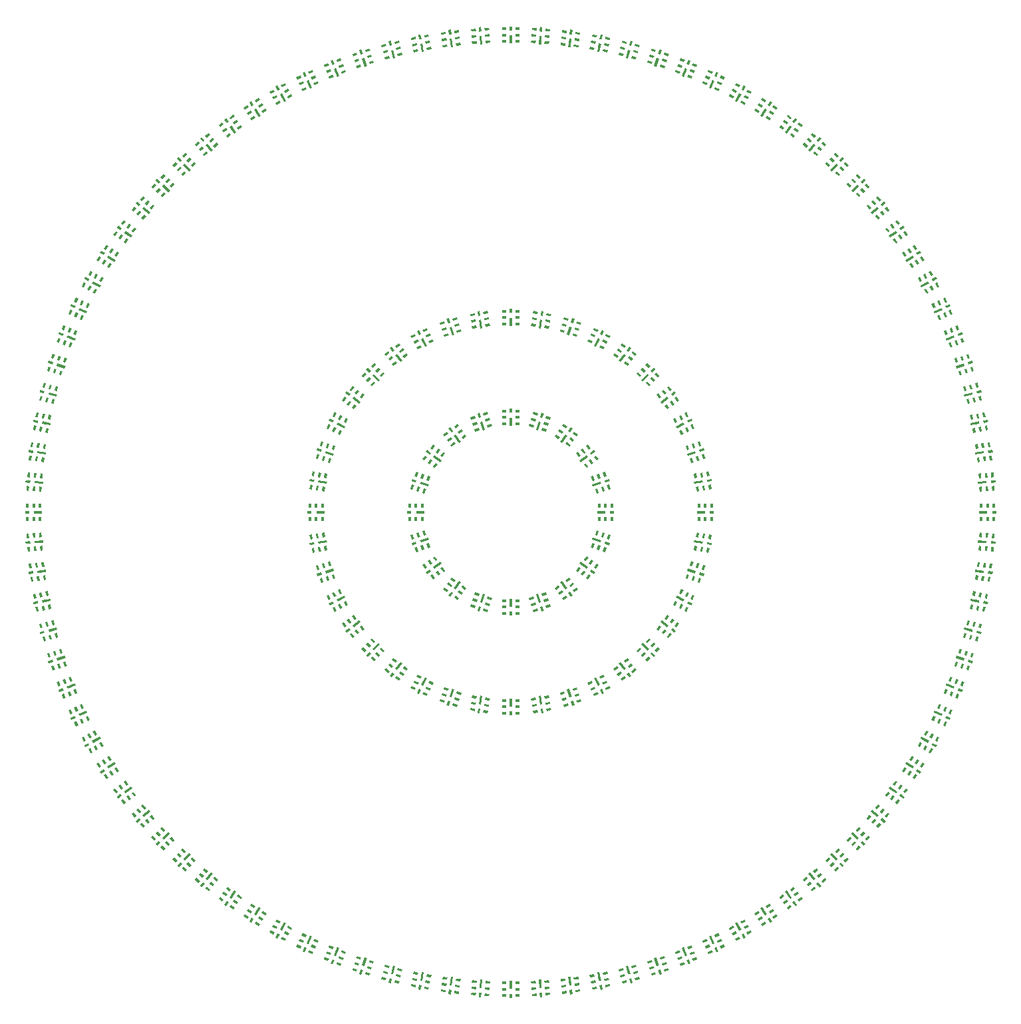
<source format=gtp>
G75*
%MOIN*%
%OFA0B0*%
%FSLAX25Y25*%
%IPPOS*%
%LPD*%
%AMOC8*
5,1,8,0,0,1.08239X$1,22.5*
%
%ADD10R,0.04331X0.01181*%
%ADD11R,0.02362X0.01181*%
%ADD12R,0.01181X0.02362*%
%ADD13R,0.01181X0.04331*%
D10*
X0036965Y0273800D03*
X0178465Y0273800D03*
X0228465Y0273800D03*
X0319135Y0273800D03*
X0369135Y0273800D03*
X0510635Y0273800D03*
D11*
X0516146Y0273800D03*
X0374646Y0273800D03*
X0324646Y0273800D03*
X0277146Y0229450D03*
X0277146Y0226300D03*
X0277146Y0223150D03*
X0270454Y0223150D03*
X0270454Y0226300D03*
X0270454Y0229450D03*
X0270454Y0179450D03*
X0270454Y0176300D03*
X0270454Y0173150D03*
X0277146Y0173150D03*
X0277146Y0176300D03*
X0277146Y0179450D03*
X0222954Y0273800D03*
X0172954Y0273800D03*
X0270454Y0318150D03*
X0270454Y0321300D03*
X0270454Y0324450D03*
X0277146Y0324450D03*
X0277146Y0321300D03*
X0277146Y0318150D03*
X0277146Y0368150D03*
X0277146Y0371300D03*
X0277146Y0374450D03*
X0270454Y0374450D03*
X0270454Y0371300D03*
X0270454Y0368150D03*
X0270454Y0509650D03*
X0270454Y0512800D03*
X0270454Y0515950D03*
X0277146Y0515950D03*
X0277146Y0512800D03*
X0277146Y0509650D03*
X0031454Y0273800D03*
X0270454Y0037950D03*
X0270454Y0034800D03*
X0270454Y0031650D03*
X0277146Y0031650D03*
X0277146Y0034800D03*
X0277146Y0037950D03*
D12*
G36*
X0100813Y0105137D02*
X0099953Y0104330D01*
X0098337Y0106051D01*
X0099197Y0106858D01*
X0100813Y0105137D01*
G37*
G36*
X0103109Y0107294D02*
X0102249Y0106487D01*
X0100633Y0108208D01*
X0101493Y0109015D01*
X0103109Y0107294D01*
G37*
G36*
X0105405Y0109450D02*
X0104545Y0108643D01*
X0102929Y0110364D01*
X0103789Y0111171D01*
X0105405Y0109450D01*
G37*
G36*
X0111171Y0103789D02*
X0110364Y0102929D01*
X0108643Y0104545D01*
X0109450Y0105405D01*
X0111171Y0103789D01*
G37*
G36*
X0109015Y0101493D02*
X0108208Y0100633D01*
X0106487Y0102249D01*
X0107294Y0103109D01*
X0109015Y0101493D01*
G37*
G36*
X0106858Y0099197D02*
X0106051Y0098337D01*
X0104330Y0099953D01*
X0105137Y0100813D01*
X0106858Y0099197D01*
G37*
G36*
X0107521Y0095877D02*
X0106661Y0096684D01*
X0108277Y0098405D01*
X0109137Y0097598D01*
X0107521Y0095877D01*
G37*
G36*
X0111737Y0094615D02*
X0110930Y0093755D01*
X0109209Y0095371D01*
X0110016Y0096231D01*
X0111737Y0094615D01*
G37*
G36*
X0113893Y0096911D02*
X0113086Y0096051D01*
X0111365Y0097667D01*
X0112172Y0098527D01*
X0113893Y0096911D01*
G37*
G36*
X0116050Y0099207D02*
X0115243Y0098347D01*
X0113522Y0099963D01*
X0114329Y0100823D01*
X0116050Y0099207D01*
G37*
G36*
X0122175Y0093912D02*
X0121422Y0093003D01*
X0119603Y0094508D01*
X0120356Y0095417D01*
X0122175Y0093912D01*
G37*
G36*
X0120168Y0091485D02*
X0119415Y0090576D01*
X0117596Y0092081D01*
X0118349Y0092990D01*
X0120168Y0091485D01*
G37*
G36*
X0118160Y0089058D02*
X0117407Y0088149D01*
X0115588Y0089654D01*
X0116341Y0090563D01*
X0118160Y0089058D01*
G37*
G36*
X0119029Y0085786D02*
X0118120Y0086539D01*
X0119625Y0088358D01*
X0120534Y0087605D01*
X0119029Y0085786D01*
G37*
G36*
X0123317Y0084792D02*
X0122564Y0083883D01*
X0120745Y0085388D01*
X0121498Y0086297D01*
X0123317Y0084792D01*
G37*
G36*
X0125324Y0087219D02*
X0124571Y0086310D01*
X0122752Y0087815D01*
X0123505Y0088724D01*
X0125324Y0087219D01*
G37*
G36*
X0127332Y0089646D02*
X0126579Y0088737D01*
X0124760Y0090242D01*
X0125513Y0091151D01*
X0127332Y0089646D01*
G37*
G36*
X0133766Y0084739D02*
X0133072Y0083784D01*
X0131162Y0085171D01*
X0131856Y0086126D01*
X0133766Y0084739D01*
G37*
G36*
X0131915Y0082191D02*
X0131221Y0081236D01*
X0129311Y0082623D01*
X0130005Y0083578D01*
X0131915Y0082191D01*
G37*
G36*
X0130063Y0079643D02*
X0129369Y0078688D01*
X0127459Y0080075D01*
X0128153Y0081030D01*
X0130063Y0079643D01*
G37*
G36*
X0131137Y0076431D02*
X0130182Y0077125D01*
X0131569Y0079035D01*
X0132524Y0078341D01*
X0131137Y0076431D01*
G37*
G36*
X0135478Y0075709D02*
X0134784Y0074754D01*
X0132874Y0076141D01*
X0133568Y0077096D01*
X0135478Y0075709D01*
G37*
G36*
X0137329Y0078257D02*
X0136635Y0077302D01*
X0134725Y0078689D01*
X0135419Y0079644D01*
X0137329Y0078257D01*
G37*
G36*
X0139181Y0080805D02*
X0138487Y0079850D01*
X0136577Y0081237D01*
X0137271Y0082192D01*
X0139181Y0080805D01*
G37*
G36*
X0145915Y0076328D02*
X0145283Y0075332D01*
X0143289Y0076596D01*
X0143921Y0077592D01*
X0145915Y0076328D01*
G37*
G36*
X0144227Y0073669D02*
X0143595Y0072673D01*
X0141601Y0073937D01*
X0142233Y0074933D01*
X0144227Y0073669D01*
G37*
G36*
X0142540Y0071010D02*
X0141908Y0070014D01*
X0139914Y0071278D01*
X0140546Y0072274D01*
X0142540Y0071010D01*
G37*
G36*
X0143813Y0067871D02*
X0142817Y0068503D01*
X0144081Y0070497D01*
X0145077Y0069865D01*
X0143813Y0067871D01*
G37*
G36*
X0148191Y0067424D02*
X0147559Y0066428D01*
X0145565Y0067692D01*
X0146197Y0068688D01*
X0148191Y0067424D01*
G37*
G36*
X0149879Y0070083D02*
X0149247Y0069087D01*
X0147253Y0070351D01*
X0147885Y0071347D01*
X0149879Y0070083D01*
G37*
G36*
X0151566Y0072742D02*
X0150934Y0071746D01*
X0148940Y0073010D01*
X0149572Y0074006D01*
X0151566Y0072742D01*
G37*
G36*
X0158564Y0068681D02*
X0157995Y0067647D01*
X0155926Y0068783D01*
X0156495Y0069817D01*
X0158564Y0068681D01*
G37*
G36*
X0157046Y0065921D02*
X0156477Y0064887D01*
X0154408Y0066023D01*
X0154977Y0067057D01*
X0157046Y0065921D01*
G37*
G36*
X0155529Y0063161D02*
X0154960Y0062127D01*
X0152891Y0063263D01*
X0153460Y0064297D01*
X0155529Y0063161D01*
G37*
G36*
X0156997Y0060108D02*
X0155963Y0060677D01*
X0157099Y0062746D01*
X0158133Y0062177D01*
X0156997Y0060108D01*
G37*
G36*
X0161394Y0059937D02*
X0160825Y0058903D01*
X0158756Y0060039D01*
X0159325Y0061073D01*
X0161394Y0059937D01*
G37*
G36*
X0162912Y0062697D02*
X0162343Y0061663D01*
X0160274Y0062799D01*
X0160843Y0063833D01*
X0162912Y0062697D01*
G37*
G36*
X0164429Y0065457D02*
X0163860Y0064423D01*
X0161791Y0065559D01*
X0162360Y0066593D01*
X0164429Y0065457D01*
G37*
G36*
X0171672Y0061856D02*
X0171170Y0060789D01*
X0169034Y0061794D01*
X0169536Y0062861D01*
X0171672Y0061856D01*
G37*
G36*
X0170331Y0059006D02*
X0169829Y0057939D01*
X0167693Y0058944D01*
X0168195Y0060011D01*
X0170331Y0059006D01*
G37*
G36*
X0168990Y0056156D02*
X0168488Y0055089D01*
X0166352Y0056094D01*
X0166854Y0057161D01*
X0168990Y0056156D01*
G37*
G36*
X0170646Y0053203D02*
X0169579Y0053705D01*
X0170584Y0055841D01*
X0171651Y0055339D01*
X0170646Y0053203D01*
G37*
G36*
X0175046Y0053306D02*
X0174544Y0052239D01*
X0172408Y0053244D01*
X0172910Y0054311D01*
X0175046Y0053306D01*
G37*
G36*
X0176387Y0056156D02*
X0175885Y0055089D01*
X0173749Y0056094D01*
X0174251Y0057161D01*
X0176387Y0056156D01*
G37*
G36*
X0177728Y0059006D02*
X0177226Y0057939D01*
X0175090Y0058944D01*
X0175592Y0060011D01*
X0177728Y0059006D01*
G37*
G36*
X0185183Y0055853D02*
X0184748Y0054757D01*
X0182553Y0055627D01*
X0182988Y0056723D01*
X0185183Y0055853D01*
G37*
G36*
X0184024Y0052925D02*
X0183589Y0051829D01*
X0181394Y0052699D01*
X0181829Y0053795D01*
X0184024Y0052925D01*
G37*
G36*
X0182864Y0049996D02*
X0182429Y0048900D01*
X0180234Y0049770D01*
X0180669Y0050866D01*
X0182864Y0049996D01*
G37*
G36*
X0184701Y0047154D02*
X0183605Y0047589D01*
X0184475Y0049784D01*
X0185571Y0049349D01*
X0184701Y0047154D01*
G37*
G36*
X0189087Y0047533D02*
X0188652Y0046437D01*
X0186457Y0047307D01*
X0186892Y0048403D01*
X0189087Y0047533D01*
G37*
G36*
X0190246Y0050461D02*
X0189811Y0049365D01*
X0187616Y0050235D01*
X0188051Y0051331D01*
X0190246Y0050461D01*
G37*
G36*
X0191406Y0053390D02*
X0190971Y0052294D01*
X0188776Y0053164D01*
X0189211Y0054260D01*
X0191406Y0053390D01*
G37*
G36*
X0198062Y0047730D02*
X0197697Y0046608D01*
X0195452Y0047338D01*
X0195817Y0048460D01*
X0198062Y0047730D01*
G37*
G36*
X0199036Y0050726D02*
X0198671Y0049604D01*
X0196426Y0050334D01*
X0196791Y0051456D01*
X0199036Y0050726D01*
G37*
G36*
X0205401Y0048657D02*
X0205036Y0047535D01*
X0202791Y0048265D01*
X0203156Y0049387D01*
X0205401Y0048657D01*
G37*
G36*
X0204428Y0045662D02*
X0204063Y0044540D01*
X0201818Y0045270D01*
X0202183Y0046392D01*
X0204428Y0045662D01*
G37*
G36*
X0203454Y0042666D02*
X0203089Y0041544D01*
X0200844Y0042274D01*
X0201209Y0043396D01*
X0203454Y0042666D01*
G37*
G36*
X0199102Y0042012D02*
X0197980Y0042377D01*
X0198710Y0044622D01*
X0199832Y0044257D01*
X0199102Y0042012D01*
G37*
G36*
X0197089Y0044735D02*
X0196724Y0043613D01*
X0194479Y0044343D01*
X0194844Y0045465D01*
X0197089Y0044735D01*
G37*
G36*
X0211625Y0040369D02*
X0211332Y0039227D01*
X0209045Y0039815D01*
X0209338Y0040957D01*
X0211625Y0040369D01*
G37*
G36*
X0213805Y0037779D02*
X0212663Y0038072D01*
X0213251Y0040359D01*
X0214393Y0040066D01*
X0213805Y0037779D01*
G37*
G36*
X0218108Y0038704D02*
X0217815Y0037562D01*
X0215528Y0038150D01*
X0215821Y0039292D01*
X0218108Y0038704D01*
G37*
G36*
X0218891Y0041755D02*
X0218598Y0040613D01*
X0216311Y0041201D01*
X0216604Y0042343D01*
X0218891Y0041755D01*
G37*
G36*
X0219675Y0044805D02*
X0219382Y0043663D01*
X0217095Y0044251D01*
X0217388Y0045393D01*
X0219675Y0044805D01*
G37*
G36*
X0227593Y0043109D02*
X0227372Y0041951D01*
X0225053Y0042393D01*
X0225274Y0043551D01*
X0227593Y0043109D01*
G37*
G36*
X0227003Y0040015D02*
X0226782Y0038857D01*
X0224463Y0039299D01*
X0224684Y0040457D01*
X0227003Y0040015D01*
G37*
G36*
X0226413Y0036921D02*
X0226192Y0035763D01*
X0223873Y0036205D01*
X0224094Y0037363D01*
X0226413Y0036921D01*
G37*
G36*
X0228751Y0034473D02*
X0227593Y0034694D01*
X0228035Y0037013D01*
X0229193Y0036792D01*
X0228751Y0034473D01*
G37*
G36*
X0232987Y0035667D02*
X0232766Y0034509D01*
X0230447Y0034951D01*
X0230668Y0036109D01*
X0232987Y0035667D01*
G37*
G36*
X0233577Y0038761D02*
X0233356Y0037603D01*
X0231037Y0038045D01*
X0231258Y0039203D01*
X0233577Y0038761D01*
G37*
G36*
X0234167Y0041855D02*
X0233946Y0040697D01*
X0231627Y0041139D01*
X0231848Y0042297D01*
X0234167Y0041855D01*
G37*
G36*
X0242170Y0040661D02*
X0242022Y0039491D01*
X0239680Y0039787D01*
X0239828Y0040957D01*
X0242170Y0040661D01*
G37*
G36*
X0241775Y0037536D02*
X0241627Y0036366D01*
X0239285Y0036662D01*
X0239433Y0037832D01*
X0241775Y0037536D01*
G37*
G36*
X0241380Y0034412D02*
X0241232Y0033242D01*
X0238890Y0033538D01*
X0239038Y0034708D01*
X0241380Y0034412D01*
G37*
G36*
X0243868Y0032115D02*
X0242698Y0032263D01*
X0242994Y0034605D01*
X0244164Y0034457D01*
X0243868Y0032115D01*
G37*
G36*
X0248020Y0033573D02*
X0247872Y0032403D01*
X0245530Y0032699D01*
X0245678Y0033869D01*
X0248020Y0033573D01*
G37*
G36*
X0248415Y0036698D02*
X0248267Y0035528D01*
X0245925Y0035824D01*
X0246073Y0036994D01*
X0248415Y0036698D01*
G37*
G36*
X0248810Y0039822D02*
X0248662Y0038652D01*
X0246320Y0038948D01*
X0246468Y0040118D01*
X0248810Y0039822D01*
G37*
G36*
X0256863Y0039138D02*
X0256789Y0037962D01*
X0254433Y0038110D01*
X0254507Y0039286D01*
X0256863Y0039138D01*
G37*
G36*
X0256665Y0035994D02*
X0256591Y0034818D01*
X0254235Y0034966D01*
X0254309Y0036142D01*
X0256665Y0035994D01*
G37*
G36*
X0256467Y0032851D02*
X0256393Y0031675D01*
X0254037Y0031823D01*
X0254111Y0032999D01*
X0256467Y0032851D01*
G37*
G36*
X0259094Y0030715D02*
X0257918Y0030789D01*
X0258066Y0033145D01*
X0259242Y0033071D01*
X0259094Y0030715D01*
G37*
G36*
X0263147Y0032430D02*
X0263073Y0031254D01*
X0260717Y0031402D01*
X0260791Y0032578D01*
X0263147Y0032430D01*
G37*
G36*
X0263345Y0035574D02*
X0263271Y0034398D01*
X0260915Y0034546D01*
X0260989Y0035722D01*
X0263345Y0035574D01*
G37*
G36*
X0263543Y0038717D02*
X0263469Y0037541D01*
X0261113Y0037689D01*
X0261187Y0038865D01*
X0263543Y0038717D01*
G37*
X0273800Y0031454D03*
G36*
X0286809Y0032578D02*
X0286883Y0031402D01*
X0284527Y0031254D01*
X0284453Y0032430D01*
X0286809Y0032578D01*
G37*
G36*
X0289682Y0030789D02*
X0288506Y0030715D01*
X0288358Y0033071D01*
X0289534Y0033145D01*
X0289682Y0030789D01*
G37*
G36*
X0293489Y0032999D02*
X0293563Y0031823D01*
X0291207Y0031675D01*
X0291133Y0032851D01*
X0293489Y0032999D01*
G37*
G36*
X0293291Y0036142D02*
X0293365Y0034966D01*
X0291009Y0034818D01*
X0290935Y0035994D01*
X0293291Y0036142D01*
G37*
G36*
X0293093Y0039286D02*
X0293167Y0038110D01*
X0290811Y0037962D01*
X0290737Y0039138D01*
X0293093Y0039286D01*
G37*
G36*
X0301132Y0040118D02*
X0301280Y0038948D01*
X0298938Y0038652D01*
X0298790Y0039822D01*
X0301132Y0040118D01*
G37*
G36*
X0301527Y0036994D02*
X0301675Y0035824D01*
X0299333Y0035528D01*
X0299185Y0036698D01*
X0301527Y0036994D01*
G37*
G36*
X0301922Y0033869D02*
X0302070Y0032699D01*
X0299728Y0032403D01*
X0299580Y0033573D01*
X0301922Y0033869D01*
G37*
G36*
X0304902Y0032263D02*
X0303732Y0032115D01*
X0303436Y0034457D01*
X0304606Y0034605D01*
X0304902Y0032263D01*
G37*
G36*
X0308562Y0034708D02*
X0308710Y0033538D01*
X0306368Y0033242D01*
X0306220Y0034412D01*
X0308562Y0034708D01*
G37*
G36*
X0308167Y0037832D02*
X0308315Y0036662D01*
X0305973Y0036366D01*
X0305825Y0037536D01*
X0308167Y0037832D01*
G37*
G36*
X0307772Y0040957D02*
X0307920Y0039787D01*
X0305578Y0039491D01*
X0305430Y0040661D01*
X0307772Y0040957D01*
G37*
G36*
X0315752Y0042297D02*
X0315973Y0041139D01*
X0313654Y0040697D01*
X0313433Y0041855D01*
X0315752Y0042297D01*
G37*
G36*
X0316342Y0039203D02*
X0316563Y0038045D01*
X0314244Y0037603D01*
X0314023Y0038761D01*
X0316342Y0039203D01*
G37*
G36*
X0316932Y0036109D02*
X0317153Y0034951D01*
X0314834Y0034509D01*
X0314613Y0035667D01*
X0316932Y0036109D01*
G37*
G36*
X0320007Y0034694D02*
X0318849Y0034473D01*
X0318407Y0036792D01*
X0319565Y0037013D01*
X0320007Y0034694D01*
G37*
G36*
X0323506Y0037363D02*
X0323727Y0036205D01*
X0321408Y0035763D01*
X0321187Y0036921D01*
X0323506Y0037363D01*
G37*
G36*
X0322916Y0040457D02*
X0323137Y0039299D01*
X0320818Y0038857D01*
X0320597Y0040015D01*
X0322916Y0040457D01*
G37*
G36*
X0322326Y0043551D02*
X0322547Y0042393D01*
X0320228Y0041951D01*
X0320007Y0043109D01*
X0322326Y0043551D01*
G37*
G36*
X0330212Y0045393D02*
X0330505Y0044251D01*
X0328218Y0043663D01*
X0327925Y0044805D01*
X0330212Y0045393D01*
G37*
G36*
X0330996Y0042343D02*
X0331289Y0041201D01*
X0329002Y0040613D01*
X0328709Y0041755D01*
X0330996Y0042343D01*
G37*
G36*
X0331779Y0039292D02*
X0332072Y0038150D01*
X0329785Y0037562D01*
X0329492Y0038704D01*
X0331779Y0039292D01*
G37*
G36*
X0334937Y0038072D02*
X0333795Y0037779D01*
X0333207Y0040066D01*
X0334349Y0040359D01*
X0334937Y0038072D01*
G37*
G36*
X0338262Y0040957D02*
X0338555Y0039815D01*
X0336268Y0039227D01*
X0335975Y0040369D01*
X0338262Y0040957D01*
G37*
G36*
X0337478Y0044007D02*
X0337771Y0042865D01*
X0335484Y0042277D01*
X0335191Y0043419D01*
X0337478Y0044007D01*
G37*
G36*
X0336695Y0047058D02*
X0336988Y0045916D01*
X0334701Y0045328D01*
X0334408Y0046470D01*
X0336695Y0047058D01*
G37*
G36*
X0344444Y0049387D02*
X0344809Y0048265D01*
X0342564Y0047535D01*
X0342199Y0048657D01*
X0344444Y0049387D01*
G37*
G36*
X0345417Y0046392D02*
X0345782Y0045270D01*
X0343537Y0044540D01*
X0343172Y0045662D01*
X0345417Y0046392D01*
G37*
G36*
X0346391Y0043396D02*
X0346756Y0042274D01*
X0344511Y0041544D01*
X0344146Y0042666D01*
X0346391Y0043396D01*
G37*
G36*
X0349620Y0042377D02*
X0348498Y0042012D01*
X0347768Y0044257D01*
X0348890Y0044622D01*
X0349620Y0042377D01*
G37*
G36*
X0352756Y0045465D02*
X0353121Y0044343D01*
X0350876Y0043613D01*
X0350511Y0044735D01*
X0352756Y0045465D01*
G37*
G36*
X0351783Y0048460D02*
X0352148Y0047338D01*
X0349903Y0046608D01*
X0349538Y0047730D01*
X0351783Y0048460D01*
G37*
G36*
X0350809Y0051456D02*
X0351174Y0050334D01*
X0348929Y0049604D01*
X0348564Y0050726D01*
X0350809Y0051456D01*
G37*
G36*
X0358389Y0054260D02*
X0358824Y0053164D01*
X0356629Y0052294D01*
X0356194Y0053390D01*
X0358389Y0054260D01*
G37*
G36*
X0359549Y0051331D02*
X0359984Y0050235D01*
X0357789Y0049365D01*
X0357354Y0050461D01*
X0359549Y0051331D01*
G37*
G36*
X0360708Y0048403D02*
X0361143Y0047307D01*
X0358948Y0046437D01*
X0358513Y0047533D01*
X0360708Y0048403D01*
G37*
G36*
X0363995Y0047589D02*
X0362899Y0047154D01*
X0362029Y0049349D01*
X0363125Y0049784D01*
X0363995Y0047589D01*
G37*
G36*
X0366931Y0050866D02*
X0367366Y0049770D01*
X0365171Y0048900D01*
X0364736Y0049996D01*
X0366931Y0050866D01*
G37*
G36*
X0365771Y0053795D02*
X0366206Y0052699D01*
X0364011Y0051829D01*
X0363576Y0052925D01*
X0365771Y0053795D01*
G37*
G36*
X0364612Y0056723D02*
X0365047Y0055627D01*
X0362852Y0054757D01*
X0362417Y0055853D01*
X0364612Y0056723D01*
G37*
G36*
X0372008Y0060011D02*
X0372510Y0058944D01*
X0370374Y0057939D01*
X0369872Y0059006D01*
X0372008Y0060011D01*
G37*
G36*
X0373349Y0057161D02*
X0373851Y0056094D01*
X0371715Y0055089D01*
X0371213Y0056156D01*
X0373349Y0057161D01*
G37*
G36*
X0374690Y0054311D02*
X0375192Y0053244D01*
X0373056Y0052239D01*
X0372554Y0053306D01*
X0374690Y0054311D01*
G37*
G36*
X0378021Y0053705D02*
X0376954Y0053203D01*
X0375949Y0055339D01*
X0377016Y0055841D01*
X0378021Y0053705D01*
G37*
G36*
X0380746Y0057161D02*
X0381248Y0056094D01*
X0379112Y0055089D01*
X0378610Y0056156D01*
X0380746Y0057161D01*
G37*
G36*
X0379405Y0060011D02*
X0379907Y0058944D01*
X0377771Y0057939D01*
X0377269Y0059006D01*
X0379405Y0060011D01*
G37*
G36*
X0378064Y0062861D02*
X0378566Y0061794D01*
X0376430Y0060789D01*
X0375928Y0061856D01*
X0378064Y0062861D01*
G37*
G36*
X0385240Y0066593D02*
X0385809Y0065559D01*
X0383740Y0064423D01*
X0383171Y0065457D01*
X0385240Y0066593D01*
G37*
G36*
X0386757Y0063833D02*
X0387326Y0062799D01*
X0385257Y0061663D01*
X0384688Y0062697D01*
X0386757Y0063833D01*
G37*
G36*
X0388275Y0061073D02*
X0388844Y0060039D01*
X0386775Y0058903D01*
X0386206Y0059937D01*
X0388275Y0061073D01*
G37*
G36*
X0391637Y0060677D02*
X0390603Y0060108D01*
X0389467Y0062177D01*
X0390501Y0062746D01*
X0391637Y0060677D01*
G37*
G36*
X0394140Y0064297D02*
X0394709Y0063263D01*
X0392640Y0062127D01*
X0392071Y0063161D01*
X0394140Y0064297D01*
G37*
G36*
X0392623Y0067057D02*
X0393192Y0066023D01*
X0391123Y0064887D01*
X0390554Y0065921D01*
X0392623Y0067057D01*
G37*
G36*
X0391105Y0069817D02*
X0391674Y0068783D01*
X0389605Y0067647D01*
X0389036Y0068681D01*
X0391105Y0069817D01*
G37*
G36*
X0398028Y0074006D02*
X0398660Y0073010D01*
X0396666Y0071746D01*
X0396034Y0072742D01*
X0398028Y0074006D01*
G37*
G36*
X0399715Y0071347D02*
X0400347Y0070351D01*
X0398353Y0069087D01*
X0397721Y0070083D01*
X0399715Y0071347D01*
G37*
G36*
X0401403Y0068688D02*
X0402035Y0067692D01*
X0400041Y0066428D01*
X0399409Y0067424D01*
X0401403Y0068688D01*
G37*
G36*
X0404783Y0068503D02*
X0403787Y0067871D01*
X0402523Y0069865D01*
X0403519Y0070497D01*
X0404783Y0068503D01*
G37*
G36*
X0407054Y0072274D02*
X0407686Y0071278D01*
X0405692Y0070014D01*
X0405060Y0071010D01*
X0407054Y0072274D01*
G37*
G36*
X0405367Y0074933D02*
X0405999Y0073937D01*
X0404005Y0072673D01*
X0403373Y0073669D01*
X0405367Y0074933D01*
G37*
G36*
X0403679Y0077592D02*
X0404311Y0076596D01*
X0402317Y0075332D01*
X0401685Y0076328D01*
X0403679Y0077592D01*
G37*
G36*
X0410329Y0082192D02*
X0411023Y0081237D01*
X0409113Y0079850D01*
X0408419Y0080805D01*
X0410329Y0082192D01*
G37*
G36*
X0412181Y0079644D02*
X0412875Y0078689D01*
X0410965Y0077302D01*
X0410271Y0078257D01*
X0412181Y0079644D01*
G37*
G36*
X0414032Y0077096D02*
X0414726Y0076141D01*
X0412816Y0074754D01*
X0412122Y0075709D01*
X0414032Y0077096D01*
G37*
G36*
X0417418Y0077125D02*
X0416463Y0076431D01*
X0415076Y0078341D01*
X0416031Y0079035D01*
X0417418Y0077125D01*
G37*
G36*
X0419447Y0081030D02*
X0420141Y0080075D01*
X0418231Y0078688D01*
X0417537Y0079643D01*
X0419447Y0081030D01*
G37*
G36*
X0417595Y0083578D02*
X0418289Y0082623D01*
X0416379Y0081236D01*
X0415685Y0082191D01*
X0417595Y0083578D01*
G37*
G36*
X0415744Y0086126D02*
X0416438Y0085171D01*
X0414528Y0083784D01*
X0413834Y0084739D01*
X0415744Y0086126D01*
G37*
G36*
X0422087Y0091151D02*
X0422840Y0090242D01*
X0421021Y0088737D01*
X0420268Y0089646D01*
X0422087Y0091151D01*
G37*
G36*
X0424095Y0088724D02*
X0424848Y0087815D01*
X0423029Y0086310D01*
X0422276Y0087219D01*
X0424095Y0088724D01*
G37*
G36*
X0426102Y0086297D02*
X0426855Y0085388D01*
X0425036Y0083883D01*
X0424283Y0084792D01*
X0426102Y0086297D01*
G37*
G36*
X0429480Y0086539D02*
X0428571Y0085786D01*
X0427066Y0087605D01*
X0427975Y0088358D01*
X0429480Y0086539D01*
G37*
G36*
X0431259Y0090563D02*
X0432012Y0089654D01*
X0430193Y0088149D01*
X0429440Y0089058D01*
X0431259Y0090563D01*
G37*
G36*
X0429251Y0092990D02*
X0430004Y0092081D01*
X0428185Y0090576D01*
X0427432Y0091485D01*
X0429251Y0092990D01*
G37*
G36*
X0427244Y0095417D02*
X0427997Y0094508D01*
X0426178Y0093003D01*
X0425425Y0093912D01*
X0427244Y0095417D01*
G37*
G36*
X0433271Y0100823D02*
X0434078Y0099963D01*
X0432357Y0098347D01*
X0431550Y0099207D01*
X0433271Y0100823D01*
G37*
G36*
X0435428Y0098527D02*
X0436235Y0097667D01*
X0434514Y0096051D01*
X0433707Y0096911D01*
X0435428Y0098527D01*
G37*
G36*
X0437584Y0096231D02*
X0438391Y0095371D01*
X0436670Y0093755D01*
X0435863Y0094615D01*
X0437584Y0096231D01*
G37*
G36*
X0440939Y0096684D02*
X0440079Y0095877D01*
X0438463Y0097598D01*
X0439323Y0098405D01*
X0440939Y0096684D01*
G37*
G36*
X0442463Y0100813D02*
X0443270Y0099953D01*
X0441549Y0098337D01*
X0440742Y0099197D01*
X0442463Y0100813D01*
G37*
G36*
X0440306Y0103109D02*
X0441113Y0102249D01*
X0439392Y0100633D01*
X0438585Y0101493D01*
X0440306Y0103109D01*
G37*
G36*
X0438150Y0105405D02*
X0438957Y0104545D01*
X0437236Y0102929D01*
X0436429Y0103789D01*
X0438150Y0105405D01*
G37*
G36*
X0443811Y0111171D02*
X0444671Y0110364D01*
X0443055Y0108643D01*
X0442195Y0109450D01*
X0443811Y0111171D01*
G37*
G36*
X0446107Y0109015D02*
X0446967Y0108208D01*
X0445351Y0106487D01*
X0444491Y0107294D01*
X0446107Y0109015D01*
G37*
G36*
X0448403Y0106858D02*
X0449263Y0106051D01*
X0447647Y0104330D01*
X0446787Y0105137D01*
X0448403Y0106858D01*
G37*
G36*
X0451723Y0107521D02*
X0450916Y0106661D01*
X0449195Y0108277D01*
X0450002Y0109137D01*
X0451723Y0107521D01*
G37*
G36*
X0452985Y0111737D02*
X0453845Y0110930D01*
X0452229Y0109209D01*
X0451369Y0110016D01*
X0452985Y0111737D01*
G37*
G36*
X0450689Y0113893D02*
X0451549Y0113086D01*
X0449933Y0111365D01*
X0449073Y0112172D01*
X0450689Y0113893D01*
G37*
G36*
X0448393Y0116050D02*
X0449253Y0115243D01*
X0447637Y0113522D01*
X0446777Y0114329D01*
X0448393Y0116050D01*
G37*
G36*
X0453688Y0122175D02*
X0454597Y0121422D01*
X0453092Y0119603D01*
X0452183Y0120356D01*
X0453688Y0122175D01*
G37*
G36*
X0456115Y0120168D02*
X0457024Y0119415D01*
X0455519Y0117596D01*
X0454610Y0118349D01*
X0456115Y0120168D01*
G37*
G36*
X0458542Y0118160D02*
X0459451Y0117407D01*
X0457946Y0115588D01*
X0457037Y0116341D01*
X0458542Y0118160D01*
G37*
G36*
X0461814Y0119029D02*
X0461061Y0118120D01*
X0459242Y0119625D01*
X0459995Y0120534D01*
X0461814Y0119029D01*
G37*
G36*
X0462808Y0123317D02*
X0463717Y0122564D01*
X0462212Y0120745D01*
X0461303Y0121498D01*
X0462808Y0123317D01*
G37*
G36*
X0460381Y0125324D02*
X0461290Y0124571D01*
X0459785Y0122752D01*
X0458876Y0123505D01*
X0460381Y0125324D01*
G37*
G36*
X0457954Y0127332D02*
X0458863Y0126579D01*
X0457358Y0124760D01*
X0456449Y0125513D01*
X0457954Y0127332D01*
G37*
G36*
X0462861Y0133766D02*
X0463816Y0133072D01*
X0462429Y0131162D01*
X0461474Y0131856D01*
X0462861Y0133766D01*
G37*
G36*
X0465409Y0131915D02*
X0466364Y0131221D01*
X0464977Y0129311D01*
X0464022Y0130005D01*
X0465409Y0131915D01*
G37*
G36*
X0467957Y0130063D02*
X0468912Y0129369D01*
X0467525Y0127459D01*
X0466570Y0128153D01*
X0467957Y0130063D01*
G37*
G36*
X0471169Y0131137D02*
X0470475Y0130182D01*
X0468565Y0131569D01*
X0469259Y0132524D01*
X0471169Y0131137D01*
G37*
G36*
X0471891Y0135478D02*
X0472846Y0134784D01*
X0471459Y0132874D01*
X0470504Y0133568D01*
X0471891Y0135478D01*
G37*
G36*
X0469343Y0137329D02*
X0470298Y0136635D01*
X0468911Y0134725D01*
X0467956Y0135419D01*
X0469343Y0137329D01*
G37*
G36*
X0466795Y0139181D02*
X0467750Y0138487D01*
X0466363Y0136577D01*
X0465408Y0137271D01*
X0466795Y0139181D01*
G37*
G36*
X0471272Y0145915D02*
X0472268Y0145283D01*
X0471004Y0143289D01*
X0470008Y0143921D01*
X0471272Y0145915D01*
G37*
G36*
X0473931Y0144227D02*
X0474927Y0143595D01*
X0473663Y0141601D01*
X0472667Y0142233D01*
X0473931Y0144227D01*
G37*
G36*
X0476590Y0142540D02*
X0477586Y0141908D01*
X0476322Y0139914D01*
X0475326Y0140546D01*
X0476590Y0142540D01*
G37*
G36*
X0479729Y0143813D02*
X0479097Y0142817D01*
X0477103Y0144081D01*
X0477735Y0145077D01*
X0479729Y0143813D01*
G37*
G36*
X0480176Y0148191D02*
X0481172Y0147559D01*
X0479908Y0145565D01*
X0478912Y0146197D01*
X0480176Y0148191D01*
G37*
G36*
X0477517Y0149879D02*
X0478513Y0149247D01*
X0477249Y0147253D01*
X0476253Y0147885D01*
X0477517Y0149879D01*
G37*
G36*
X0474858Y0151566D02*
X0475854Y0150934D01*
X0474590Y0148940D01*
X0473594Y0149572D01*
X0474858Y0151566D01*
G37*
G36*
X0478919Y0158564D02*
X0479953Y0157995D01*
X0478817Y0155926D01*
X0477783Y0156495D01*
X0478919Y0158564D01*
G37*
G36*
X0481679Y0157046D02*
X0482713Y0156477D01*
X0481577Y0154408D01*
X0480543Y0154977D01*
X0481679Y0157046D01*
G37*
G36*
X0484439Y0155529D02*
X0485473Y0154960D01*
X0484337Y0152891D01*
X0483303Y0153460D01*
X0484439Y0155529D01*
G37*
G36*
X0487492Y0156997D02*
X0486923Y0155963D01*
X0484854Y0157099D01*
X0485423Y0158133D01*
X0487492Y0156997D01*
G37*
G36*
X0487663Y0161394D02*
X0488697Y0160825D01*
X0487561Y0158756D01*
X0486527Y0159325D01*
X0487663Y0161394D01*
G37*
G36*
X0484903Y0162912D02*
X0485937Y0162343D01*
X0484801Y0160274D01*
X0483767Y0160843D01*
X0484903Y0162912D01*
G37*
G36*
X0482143Y0164429D02*
X0483177Y0163860D01*
X0482041Y0161791D01*
X0481007Y0162360D01*
X0482143Y0164429D01*
G37*
G36*
X0485744Y0171672D02*
X0486811Y0171170D01*
X0485806Y0169034D01*
X0484739Y0169536D01*
X0485744Y0171672D01*
G37*
G36*
X0488594Y0170331D02*
X0489661Y0169829D01*
X0488656Y0167693D01*
X0487589Y0168195D01*
X0488594Y0170331D01*
G37*
G36*
X0491444Y0168990D02*
X0492511Y0168488D01*
X0491506Y0166352D01*
X0490439Y0166854D01*
X0491444Y0168990D01*
G37*
G36*
X0494397Y0170646D02*
X0493895Y0169579D01*
X0491759Y0170584D01*
X0492261Y0171651D01*
X0494397Y0170646D01*
G37*
G36*
X0494294Y0175046D02*
X0495361Y0174544D01*
X0494356Y0172408D01*
X0493289Y0172910D01*
X0494294Y0175046D01*
G37*
G36*
X0491444Y0176387D02*
X0492511Y0175885D01*
X0491506Y0173749D01*
X0490439Y0174251D01*
X0491444Y0176387D01*
G37*
G36*
X0488594Y0177728D02*
X0489661Y0177226D01*
X0488656Y0175090D01*
X0487589Y0175592D01*
X0488594Y0177728D01*
G37*
G36*
X0491747Y0185183D02*
X0492843Y0184748D01*
X0491973Y0182553D01*
X0490877Y0182988D01*
X0491747Y0185183D01*
G37*
G36*
X0494675Y0184024D02*
X0495771Y0183589D01*
X0494901Y0181394D01*
X0493805Y0181829D01*
X0494675Y0184024D01*
G37*
G36*
X0497604Y0182864D02*
X0498700Y0182429D01*
X0497830Y0180234D01*
X0496734Y0180669D01*
X0497604Y0182864D01*
G37*
G36*
X0500446Y0184701D02*
X0500011Y0183605D01*
X0497816Y0184475D01*
X0498251Y0185571D01*
X0500446Y0184701D01*
G37*
G36*
X0500067Y0189087D02*
X0501163Y0188652D01*
X0500293Y0186457D01*
X0499197Y0186892D01*
X0500067Y0189087D01*
G37*
G36*
X0497139Y0190246D02*
X0498235Y0189811D01*
X0497365Y0187616D01*
X0496269Y0188051D01*
X0497139Y0190246D01*
G37*
G36*
X0494210Y0191406D02*
X0495306Y0190971D01*
X0494436Y0188776D01*
X0493340Y0189211D01*
X0494210Y0191406D01*
G37*
G36*
X0499870Y0198062D02*
X0500992Y0197697D01*
X0500262Y0195452D01*
X0499140Y0195817D01*
X0499870Y0198062D01*
G37*
G36*
X0496874Y0199036D02*
X0497996Y0198671D01*
X0497266Y0196426D01*
X0496144Y0196791D01*
X0496874Y0199036D01*
G37*
G36*
X0498943Y0205401D02*
X0500065Y0205036D01*
X0499335Y0202791D01*
X0498213Y0203156D01*
X0498943Y0205401D01*
G37*
G36*
X0501938Y0204428D02*
X0503060Y0204063D01*
X0502330Y0201818D01*
X0501208Y0202183D01*
X0501938Y0204428D01*
G37*
G36*
X0504934Y0203454D02*
X0506056Y0203089D01*
X0505326Y0200844D01*
X0504204Y0201209D01*
X0504934Y0203454D01*
G37*
G36*
X0505588Y0199102D02*
X0505223Y0197980D01*
X0502978Y0198710D01*
X0503343Y0199832D01*
X0505588Y0199102D01*
G37*
G36*
X0502865Y0197089D02*
X0503987Y0196724D01*
X0503257Y0194479D01*
X0502135Y0194844D01*
X0502865Y0197089D01*
G37*
G36*
X0507231Y0211625D02*
X0508373Y0211332D01*
X0507785Y0209045D01*
X0506643Y0209338D01*
X0507231Y0211625D01*
G37*
G36*
X0509821Y0213805D02*
X0509528Y0212663D01*
X0507241Y0213251D01*
X0507534Y0214393D01*
X0509821Y0213805D01*
G37*
G36*
X0508896Y0218108D02*
X0510038Y0217815D01*
X0509450Y0215528D01*
X0508308Y0215821D01*
X0508896Y0218108D01*
G37*
G36*
X0505845Y0218891D02*
X0506987Y0218598D01*
X0506399Y0216311D01*
X0505257Y0216604D01*
X0505845Y0218891D01*
G37*
G36*
X0502795Y0219675D02*
X0503937Y0219382D01*
X0503349Y0217095D01*
X0502207Y0217388D01*
X0502795Y0219675D01*
G37*
G36*
X0504491Y0227593D02*
X0505649Y0227372D01*
X0505207Y0225053D01*
X0504049Y0225274D01*
X0504491Y0227593D01*
G37*
G36*
X0507585Y0227003D02*
X0508743Y0226782D01*
X0508301Y0224463D01*
X0507143Y0224684D01*
X0507585Y0227003D01*
G37*
G36*
X0510679Y0226413D02*
X0511837Y0226192D01*
X0511395Y0223873D01*
X0510237Y0224094D01*
X0510679Y0226413D01*
G37*
G36*
X0513127Y0228751D02*
X0512906Y0227593D01*
X0510587Y0228035D01*
X0510808Y0229193D01*
X0513127Y0228751D01*
G37*
G36*
X0511933Y0232987D02*
X0513091Y0232766D01*
X0512649Y0230447D01*
X0511491Y0230668D01*
X0511933Y0232987D01*
G37*
G36*
X0508839Y0233577D02*
X0509997Y0233356D01*
X0509555Y0231037D01*
X0508397Y0231258D01*
X0508839Y0233577D01*
G37*
G36*
X0505745Y0234167D02*
X0506903Y0233946D01*
X0506461Y0231627D01*
X0505303Y0231848D01*
X0505745Y0234167D01*
G37*
G36*
X0506939Y0242170D02*
X0508109Y0242022D01*
X0507813Y0239680D01*
X0506643Y0239828D01*
X0506939Y0242170D01*
G37*
G36*
X0510064Y0241775D02*
X0511234Y0241627D01*
X0510938Y0239285D01*
X0509768Y0239433D01*
X0510064Y0241775D01*
G37*
G36*
X0513188Y0241380D02*
X0514358Y0241232D01*
X0514062Y0238890D01*
X0512892Y0239038D01*
X0513188Y0241380D01*
G37*
G36*
X0515485Y0243868D02*
X0515337Y0242698D01*
X0512995Y0242994D01*
X0513143Y0244164D01*
X0515485Y0243868D01*
G37*
G36*
X0514027Y0248020D02*
X0515197Y0247872D01*
X0514901Y0245530D01*
X0513731Y0245678D01*
X0514027Y0248020D01*
G37*
G36*
X0510902Y0248415D02*
X0512072Y0248267D01*
X0511776Y0245925D01*
X0510606Y0246073D01*
X0510902Y0248415D01*
G37*
G36*
X0507778Y0248810D02*
X0508948Y0248662D01*
X0508652Y0246320D01*
X0507482Y0246468D01*
X0507778Y0248810D01*
G37*
G36*
X0508462Y0256863D02*
X0509638Y0256789D01*
X0509490Y0254433D01*
X0508314Y0254507D01*
X0508462Y0256863D01*
G37*
G36*
X0511606Y0256665D02*
X0512782Y0256591D01*
X0512634Y0254235D01*
X0511458Y0254309D01*
X0511606Y0256665D01*
G37*
G36*
X0514749Y0256467D02*
X0515925Y0256393D01*
X0515777Y0254037D01*
X0514601Y0254111D01*
X0514749Y0256467D01*
G37*
G36*
X0516885Y0259094D02*
X0516811Y0257918D01*
X0514455Y0258066D01*
X0514529Y0259242D01*
X0516885Y0259094D01*
G37*
G36*
X0515170Y0263147D02*
X0516346Y0263073D01*
X0516198Y0260717D01*
X0515022Y0260791D01*
X0515170Y0263147D01*
G37*
G36*
X0512026Y0263345D02*
X0513202Y0263271D01*
X0513054Y0260915D01*
X0511878Y0260989D01*
X0512026Y0263345D01*
G37*
G36*
X0508883Y0263543D02*
X0510059Y0263469D01*
X0509911Y0261113D01*
X0508735Y0261187D01*
X0508883Y0263543D01*
G37*
X0509650Y0270454D03*
X0512800Y0270454D03*
X0515950Y0270454D03*
X0515950Y0277146D03*
X0512800Y0277146D03*
X0509650Y0277146D03*
G36*
X0508735Y0286413D02*
X0509911Y0286487D01*
X0510059Y0284131D01*
X0508883Y0284057D01*
X0508735Y0286413D01*
G37*
G36*
X0511878Y0286611D02*
X0513054Y0286685D01*
X0513202Y0284329D01*
X0512026Y0284255D01*
X0511878Y0286611D01*
G37*
G36*
X0515022Y0286809D02*
X0516198Y0286883D01*
X0516346Y0284527D01*
X0515170Y0284453D01*
X0515022Y0286809D01*
G37*
G36*
X0516811Y0289682D02*
X0516885Y0288506D01*
X0514529Y0288358D01*
X0514455Y0289534D01*
X0516811Y0289682D01*
G37*
G36*
X0514601Y0293489D02*
X0515777Y0293563D01*
X0515925Y0291207D01*
X0514749Y0291133D01*
X0514601Y0293489D01*
G37*
G36*
X0511458Y0293291D02*
X0512634Y0293365D01*
X0512782Y0291009D01*
X0511606Y0290935D01*
X0511458Y0293291D01*
G37*
G36*
X0508314Y0293093D02*
X0509490Y0293167D01*
X0509638Y0290811D01*
X0508462Y0290737D01*
X0508314Y0293093D01*
G37*
G36*
X0507482Y0301132D02*
X0508652Y0301280D01*
X0508948Y0298938D01*
X0507778Y0298790D01*
X0507482Y0301132D01*
G37*
G36*
X0510606Y0301527D02*
X0511776Y0301675D01*
X0512072Y0299333D01*
X0510902Y0299185D01*
X0510606Y0301527D01*
G37*
G36*
X0513731Y0301922D02*
X0514901Y0302070D01*
X0515197Y0299728D01*
X0514027Y0299580D01*
X0513731Y0301922D01*
G37*
G36*
X0515337Y0304902D02*
X0515485Y0303732D01*
X0513143Y0303436D01*
X0512995Y0304606D01*
X0515337Y0304902D01*
G37*
G36*
X0512892Y0308562D02*
X0514062Y0308710D01*
X0514358Y0306368D01*
X0513188Y0306220D01*
X0512892Y0308562D01*
G37*
G36*
X0509768Y0308167D02*
X0510938Y0308315D01*
X0511234Y0305973D01*
X0510064Y0305825D01*
X0509768Y0308167D01*
G37*
G36*
X0506643Y0307772D02*
X0507813Y0307920D01*
X0508109Y0305578D01*
X0506939Y0305430D01*
X0506643Y0307772D01*
G37*
G36*
X0505303Y0315752D02*
X0506461Y0315973D01*
X0506903Y0313654D01*
X0505745Y0313433D01*
X0505303Y0315752D01*
G37*
G36*
X0508397Y0316342D02*
X0509555Y0316563D01*
X0509997Y0314244D01*
X0508839Y0314023D01*
X0508397Y0316342D01*
G37*
G36*
X0511491Y0316932D02*
X0512649Y0317153D01*
X0513091Y0314834D01*
X0511933Y0314613D01*
X0511491Y0316932D01*
G37*
G36*
X0512906Y0320007D02*
X0513127Y0318849D01*
X0510808Y0318407D01*
X0510587Y0319565D01*
X0512906Y0320007D01*
G37*
G36*
X0510237Y0323506D02*
X0511395Y0323727D01*
X0511837Y0321408D01*
X0510679Y0321187D01*
X0510237Y0323506D01*
G37*
G36*
X0507143Y0322916D02*
X0508301Y0323137D01*
X0508743Y0320818D01*
X0507585Y0320597D01*
X0507143Y0322916D01*
G37*
G36*
X0504049Y0322326D02*
X0505207Y0322547D01*
X0505649Y0320228D01*
X0504491Y0320007D01*
X0504049Y0322326D01*
G37*
G36*
X0502207Y0330212D02*
X0503349Y0330505D01*
X0503937Y0328218D01*
X0502795Y0327925D01*
X0502207Y0330212D01*
G37*
G36*
X0505257Y0330996D02*
X0506399Y0331289D01*
X0506987Y0329002D01*
X0505845Y0328709D01*
X0505257Y0330996D01*
G37*
G36*
X0508308Y0331779D02*
X0509450Y0332072D01*
X0510038Y0329785D01*
X0508896Y0329492D01*
X0508308Y0331779D01*
G37*
G36*
X0509528Y0334937D02*
X0509821Y0333795D01*
X0507534Y0333207D01*
X0507241Y0334349D01*
X0509528Y0334937D01*
G37*
G36*
X0506643Y0338262D02*
X0507785Y0338555D01*
X0508373Y0336268D01*
X0507231Y0335975D01*
X0506643Y0338262D01*
G37*
G36*
X0503593Y0337478D02*
X0504735Y0337771D01*
X0505323Y0335484D01*
X0504181Y0335191D01*
X0503593Y0337478D01*
G37*
G36*
X0500542Y0336695D02*
X0501684Y0336988D01*
X0502272Y0334701D01*
X0501130Y0334408D01*
X0500542Y0336695D01*
G37*
G36*
X0498213Y0344444D02*
X0499335Y0344809D01*
X0500065Y0342564D01*
X0498943Y0342199D01*
X0498213Y0344444D01*
G37*
G36*
X0501208Y0345417D02*
X0502330Y0345782D01*
X0503060Y0343537D01*
X0501938Y0343172D01*
X0501208Y0345417D01*
G37*
G36*
X0504204Y0346391D02*
X0505326Y0346756D01*
X0506056Y0344511D01*
X0504934Y0344146D01*
X0504204Y0346391D01*
G37*
G36*
X0505223Y0349620D02*
X0505588Y0348498D01*
X0503343Y0347768D01*
X0502978Y0348890D01*
X0505223Y0349620D01*
G37*
G36*
X0502135Y0352756D02*
X0503257Y0353121D01*
X0503987Y0350876D01*
X0502865Y0350511D01*
X0502135Y0352756D01*
G37*
G36*
X0499140Y0351783D02*
X0500262Y0352148D01*
X0500992Y0349903D01*
X0499870Y0349538D01*
X0499140Y0351783D01*
G37*
G36*
X0496144Y0350809D02*
X0497266Y0351174D01*
X0497996Y0348929D01*
X0496874Y0348564D01*
X0496144Y0350809D01*
G37*
G36*
X0493340Y0358389D02*
X0494436Y0358824D01*
X0495306Y0356629D01*
X0494210Y0356194D01*
X0493340Y0358389D01*
G37*
G36*
X0496269Y0359549D02*
X0497365Y0359984D01*
X0498235Y0357789D01*
X0497139Y0357354D01*
X0496269Y0359549D01*
G37*
G36*
X0499197Y0360708D02*
X0500293Y0361143D01*
X0501163Y0358948D01*
X0500067Y0358513D01*
X0499197Y0360708D01*
G37*
G36*
X0500011Y0363995D02*
X0500446Y0362899D01*
X0498251Y0362029D01*
X0497816Y0363125D01*
X0500011Y0363995D01*
G37*
G36*
X0496734Y0366931D02*
X0497830Y0367366D01*
X0498700Y0365171D01*
X0497604Y0364736D01*
X0496734Y0366931D01*
G37*
G36*
X0493805Y0365771D02*
X0494901Y0366206D01*
X0495771Y0364011D01*
X0494675Y0363576D01*
X0493805Y0365771D01*
G37*
G36*
X0490877Y0364612D02*
X0491973Y0365047D01*
X0492843Y0362852D01*
X0491747Y0362417D01*
X0490877Y0364612D01*
G37*
G36*
X0487589Y0372008D02*
X0488656Y0372510D01*
X0489661Y0370374D01*
X0488594Y0369872D01*
X0487589Y0372008D01*
G37*
G36*
X0490439Y0373349D02*
X0491506Y0373851D01*
X0492511Y0371715D01*
X0491444Y0371213D01*
X0490439Y0373349D01*
G37*
G36*
X0493289Y0374690D02*
X0494356Y0375192D01*
X0495361Y0373056D01*
X0494294Y0372554D01*
X0493289Y0374690D01*
G37*
G36*
X0493895Y0378021D02*
X0494397Y0376954D01*
X0492261Y0375949D01*
X0491759Y0377016D01*
X0493895Y0378021D01*
G37*
G36*
X0490439Y0380746D02*
X0491506Y0381248D01*
X0492511Y0379112D01*
X0491444Y0378610D01*
X0490439Y0380746D01*
G37*
G36*
X0487589Y0379405D02*
X0488656Y0379907D01*
X0489661Y0377771D01*
X0488594Y0377269D01*
X0487589Y0379405D01*
G37*
G36*
X0484739Y0378064D02*
X0485806Y0378566D01*
X0486811Y0376430D01*
X0485744Y0375928D01*
X0484739Y0378064D01*
G37*
G36*
X0481007Y0385240D02*
X0482041Y0385809D01*
X0483177Y0383740D01*
X0482143Y0383171D01*
X0481007Y0385240D01*
G37*
G36*
X0483767Y0386757D02*
X0484801Y0387326D01*
X0485937Y0385257D01*
X0484903Y0384688D01*
X0483767Y0386757D01*
G37*
G36*
X0486527Y0388275D02*
X0487561Y0388844D01*
X0488697Y0386775D01*
X0487663Y0386206D01*
X0486527Y0388275D01*
G37*
G36*
X0486923Y0391637D02*
X0487492Y0390603D01*
X0485423Y0389467D01*
X0484854Y0390501D01*
X0486923Y0391637D01*
G37*
G36*
X0483303Y0394140D02*
X0484337Y0394709D01*
X0485473Y0392640D01*
X0484439Y0392071D01*
X0483303Y0394140D01*
G37*
G36*
X0480543Y0392623D02*
X0481577Y0393192D01*
X0482713Y0391123D01*
X0481679Y0390554D01*
X0480543Y0392623D01*
G37*
G36*
X0477783Y0391105D02*
X0478817Y0391674D01*
X0479953Y0389605D01*
X0478919Y0389036D01*
X0477783Y0391105D01*
G37*
G36*
X0473594Y0398028D02*
X0474590Y0398660D01*
X0475854Y0396666D01*
X0474858Y0396034D01*
X0473594Y0398028D01*
G37*
G36*
X0476253Y0399715D02*
X0477249Y0400347D01*
X0478513Y0398353D01*
X0477517Y0397721D01*
X0476253Y0399715D01*
G37*
G36*
X0478912Y0401403D02*
X0479908Y0402035D01*
X0481172Y0400041D01*
X0480176Y0399409D01*
X0478912Y0401403D01*
G37*
G36*
X0479097Y0404783D02*
X0479729Y0403787D01*
X0477735Y0402523D01*
X0477103Y0403519D01*
X0479097Y0404783D01*
G37*
G36*
X0475326Y0407054D02*
X0476322Y0407686D01*
X0477586Y0405692D01*
X0476590Y0405060D01*
X0475326Y0407054D01*
G37*
G36*
X0472667Y0405367D02*
X0473663Y0405999D01*
X0474927Y0404005D01*
X0473931Y0403373D01*
X0472667Y0405367D01*
G37*
G36*
X0470008Y0403679D02*
X0471004Y0404311D01*
X0472268Y0402317D01*
X0471272Y0401685D01*
X0470008Y0403679D01*
G37*
G36*
X0465408Y0410329D02*
X0466363Y0411023D01*
X0467750Y0409113D01*
X0466795Y0408419D01*
X0465408Y0410329D01*
G37*
G36*
X0467956Y0412181D02*
X0468911Y0412875D01*
X0470298Y0410965D01*
X0469343Y0410271D01*
X0467956Y0412181D01*
G37*
G36*
X0470504Y0414032D02*
X0471459Y0414726D01*
X0472846Y0412816D01*
X0471891Y0412122D01*
X0470504Y0414032D01*
G37*
G36*
X0470475Y0417418D02*
X0471169Y0416463D01*
X0469259Y0415076D01*
X0468565Y0416031D01*
X0470475Y0417418D01*
G37*
G36*
X0466570Y0419447D02*
X0467525Y0420141D01*
X0468912Y0418231D01*
X0467957Y0417537D01*
X0466570Y0419447D01*
G37*
G36*
X0464022Y0417595D02*
X0464977Y0418289D01*
X0466364Y0416379D01*
X0465409Y0415685D01*
X0464022Y0417595D01*
G37*
G36*
X0461474Y0415744D02*
X0462429Y0416438D01*
X0463816Y0414528D01*
X0462861Y0413834D01*
X0461474Y0415744D01*
G37*
G36*
X0456449Y0422087D02*
X0457358Y0422840D01*
X0458863Y0421021D01*
X0457954Y0420268D01*
X0456449Y0422087D01*
G37*
G36*
X0458876Y0424095D02*
X0459785Y0424848D01*
X0461290Y0423029D01*
X0460381Y0422276D01*
X0458876Y0424095D01*
G37*
G36*
X0461303Y0426102D02*
X0462212Y0426855D01*
X0463717Y0425036D01*
X0462808Y0424283D01*
X0461303Y0426102D01*
G37*
G36*
X0461061Y0429480D02*
X0461814Y0428571D01*
X0459995Y0427066D01*
X0459242Y0427975D01*
X0461061Y0429480D01*
G37*
G36*
X0457037Y0431259D02*
X0457946Y0432012D01*
X0459451Y0430193D01*
X0458542Y0429440D01*
X0457037Y0431259D01*
G37*
G36*
X0454610Y0429251D02*
X0455519Y0430004D01*
X0457024Y0428185D01*
X0456115Y0427432D01*
X0454610Y0429251D01*
G37*
G36*
X0452183Y0427244D02*
X0453092Y0427997D01*
X0454597Y0426178D01*
X0453688Y0425425D01*
X0452183Y0427244D01*
G37*
G36*
X0446777Y0433271D02*
X0447637Y0434078D01*
X0449253Y0432357D01*
X0448393Y0431550D01*
X0446777Y0433271D01*
G37*
G36*
X0449073Y0435428D02*
X0449933Y0436235D01*
X0451549Y0434514D01*
X0450689Y0433707D01*
X0449073Y0435428D01*
G37*
G36*
X0451369Y0437584D02*
X0452229Y0438391D01*
X0453845Y0436670D01*
X0452985Y0435863D01*
X0451369Y0437584D01*
G37*
G36*
X0450916Y0440939D02*
X0451723Y0440079D01*
X0450002Y0438463D01*
X0449195Y0439323D01*
X0450916Y0440939D01*
G37*
G36*
X0446787Y0442463D02*
X0447647Y0443270D01*
X0449263Y0441549D01*
X0448403Y0440742D01*
X0446787Y0442463D01*
G37*
G36*
X0444491Y0440306D02*
X0445351Y0441113D01*
X0446967Y0439392D01*
X0446107Y0438585D01*
X0444491Y0440306D01*
G37*
G36*
X0442195Y0438150D02*
X0443055Y0438957D01*
X0444671Y0437236D01*
X0443811Y0436429D01*
X0442195Y0438150D01*
G37*
G36*
X0436429Y0443811D02*
X0437236Y0444671D01*
X0438957Y0443055D01*
X0438150Y0442195D01*
X0436429Y0443811D01*
G37*
G36*
X0438585Y0446107D02*
X0439392Y0446967D01*
X0441113Y0445351D01*
X0440306Y0444491D01*
X0438585Y0446107D01*
G37*
G36*
X0440742Y0448403D02*
X0441549Y0449263D01*
X0443270Y0447647D01*
X0442463Y0446787D01*
X0440742Y0448403D01*
G37*
G36*
X0440079Y0451723D02*
X0440939Y0450916D01*
X0439323Y0449195D01*
X0438463Y0450002D01*
X0440079Y0451723D01*
G37*
G36*
X0435863Y0452985D02*
X0436670Y0453845D01*
X0438391Y0452229D01*
X0437584Y0451369D01*
X0435863Y0452985D01*
G37*
G36*
X0433707Y0450689D02*
X0434514Y0451549D01*
X0436235Y0449933D01*
X0435428Y0449073D01*
X0433707Y0450689D01*
G37*
G36*
X0431550Y0448393D02*
X0432357Y0449253D01*
X0434078Y0447637D01*
X0433271Y0446777D01*
X0431550Y0448393D01*
G37*
G36*
X0425425Y0453688D02*
X0426178Y0454597D01*
X0427997Y0453092D01*
X0427244Y0452183D01*
X0425425Y0453688D01*
G37*
G36*
X0427432Y0456115D02*
X0428185Y0457024D01*
X0430004Y0455519D01*
X0429251Y0454610D01*
X0427432Y0456115D01*
G37*
G36*
X0429440Y0458542D02*
X0430193Y0459451D01*
X0432012Y0457946D01*
X0431259Y0457037D01*
X0429440Y0458542D01*
G37*
G36*
X0428571Y0461814D02*
X0429480Y0461061D01*
X0427975Y0459242D01*
X0427066Y0459995D01*
X0428571Y0461814D01*
G37*
G36*
X0424283Y0462808D02*
X0425036Y0463717D01*
X0426855Y0462212D01*
X0426102Y0461303D01*
X0424283Y0462808D01*
G37*
G36*
X0422276Y0460381D02*
X0423029Y0461290D01*
X0424848Y0459785D01*
X0424095Y0458876D01*
X0422276Y0460381D01*
G37*
G36*
X0420268Y0457954D02*
X0421021Y0458863D01*
X0422840Y0457358D01*
X0422087Y0456449D01*
X0420268Y0457954D01*
G37*
G36*
X0413834Y0462861D02*
X0414528Y0463816D01*
X0416438Y0462429D01*
X0415744Y0461474D01*
X0413834Y0462861D01*
G37*
G36*
X0415685Y0465409D02*
X0416379Y0466364D01*
X0418289Y0464977D01*
X0417595Y0464022D01*
X0415685Y0465409D01*
G37*
G36*
X0417537Y0467957D02*
X0418231Y0468912D01*
X0420141Y0467525D01*
X0419447Y0466570D01*
X0417537Y0467957D01*
G37*
G36*
X0416463Y0471169D02*
X0417418Y0470475D01*
X0416031Y0468565D01*
X0415076Y0469259D01*
X0416463Y0471169D01*
G37*
G36*
X0412122Y0471891D02*
X0412816Y0472846D01*
X0414726Y0471459D01*
X0414032Y0470504D01*
X0412122Y0471891D01*
G37*
G36*
X0410271Y0469343D02*
X0410965Y0470298D01*
X0412875Y0468911D01*
X0412181Y0467956D01*
X0410271Y0469343D01*
G37*
G36*
X0408419Y0466795D02*
X0409113Y0467750D01*
X0411023Y0466363D01*
X0410329Y0465408D01*
X0408419Y0466795D01*
G37*
G36*
X0401685Y0471272D02*
X0402317Y0472268D01*
X0404311Y0471004D01*
X0403679Y0470008D01*
X0401685Y0471272D01*
G37*
G36*
X0403373Y0473931D02*
X0404005Y0474927D01*
X0405999Y0473663D01*
X0405367Y0472667D01*
X0403373Y0473931D01*
G37*
G36*
X0405060Y0476590D02*
X0405692Y0477586D01*
X0407686Y0476322D01*
X0407054Y0475326D01*
X0405060Y0476590D01*
G37*
G36*
X0403787Y0479729D02*
X0404783Y0479097D01*
X0403519Y0477103D01*
X0402523Y0477735D01*
X0403787Y0479729D01*
G37*
G36*
X0399409Y0480176D02*
X0400041Y0481172D01*
X0402035Y0479908D01*
X0401403Y0478912D01*
X0399409Y0480176D01*
G37*
G36*
X0397721Y0477517D02*
X0398353Y0478513D01*
X0400347Y0477249D01*
X0399715Y0476253D01*
X0397721Y0477517D01*
G37*
G36*
X0396034Y0474858D02*
X0396666Y0475854D01*
X0398660Y0474590D01*
X0398028Y0473594D01*
X0396034Y0474858D01*
G37*
G36*
X0389036Y0478919D02*
X0389605Y0479953D01*
X0391674Y0478817D01*
X0391105Y0477783D01*
X0389036Y0478919D01*
G37*
G36*
X0390554Y0481679D02*
X0391123Y0482713D01*
X0393192Y0481577D01*
X0392623Y0480543D01*
X0390554Y0481679D01*
G37*
G36*
X0392071Y0484439D02*
X0392640Y0485473D01*
X0394709Y0484337D01*
X0394140Y0483303D01*
X0392071Y0484439D01*
G37*
G36*
X0390603Y0487492D02*
X0391637Y0486923D01*
X0390501Y0484854D01*
X0389467Y0485423D01*
X0390603Y0487492D01*
G37*
G36*
X0386206Y0487663D02*
X0386775Y0488697D01*
X0388844Y0487561D01*
X0388275Y0486527D01*
X0386206Y0487663D01*
G37*
G36*
X0384688Y0484903D02*
X0385257Y0485937D01*
X0387326Y0484801D01*
X0386757Y0483767D01*
X0384688Y0484903D01*
G37*
G36*
X0383171Y0482143D02*
X0383740Y0483177D01*
X0385809Y0482041D01*
X0385240Y0481007D01*
X0383171Y0482143D01*
G37*
G36*
X0375928Y0485744D02*
X0376430Y0486811D01*
X0378566Y0485806D01*
X0378064Y0484739D01*
X0375928Y0485744D01*
G37*
G36*
X0377269Y0488594D02*
X0377771Y0489661D01*
X0379907Y0488656D01*
X0379405Y0487589D01*
X0377269Y0488594D01*
G37*
G36*
X0378610Y0491444D02*
X0379112Y0492511D01*
X0381248Y0491506D01*
X0380746Y0490439D01*
X0378610Y0491444D01*
G37*
G36*
X0376954Y0494397D02*
X0378021Y0493895D01*
X0377016Y0491759D01*
X0375949Y0492261D01*
X0376954Y0494397D01*
G37*
G36*
X0372554Y0494294D02*
X0373056Y0495361D01*
X0375192Y0494356D01*
X0374690Y0493289D01*
X0372554Y0494294D01*
G37*
G36*
X0371213Y0491444D02*
X0371715Y0492511D01*
X0373851Y0491506D01*
X0373349Y0490439D01*
X0371213Y0491444D01*
G37*
G36*
X0369872Y0488594D02*
X0370374Y0489661D01*
X0372510Y0488656D01*
X0372008Y0487589D01*
X0369872Y0488594D01*
G37*
G36*
X0362417Y0491747D02*
X0362852Y0492843D01*
X0365047Y0491973D01*
X0364612Y0490877D01*
X0362417Y0491747D01*
G37*
G36*
X0363576Y0494675D02*
X0364011Y0495771D01*
X0366206Y0494901D01*
X0365771Y0493805D01*
X0363576Y0494675D01*
G37*
G36*
X0364736Y0497604D02*
X0365171Y0498700D01*
X0367366Y0497830D01*
X0366931Y0496734D01*
X0364736Y0497604D01*
G37*
G36*
X0362899Y0500446D02*
X0363995Y0500011D01*
X0363125Y0497816D01*
X0362029Y0498251D01*
X0362899Y0500446D01*
G37*
G36*
X0358513Y0500067D02*
X0358948Y0501163D01*
X0361143Y0500293D01*
X0360708Y0499197D01*
X0358513Y0500067D01*
G37*
G36*
X0357354Y0497139D02*
X0357789Y0498235D01*
X0359984Y0497365D01*
X0359549Y0496269D01*
X0357354Y0497139D01*
G37*
G36*
X0356194Y0494210D02*
X0356629Y0495306D01*
X0358824Y0494436D01*
X0358389Y0493340D01*
X0356194Y0494210D01*
G37*
G36*
X0349538Y0499870D02*
X0349903Y0500992D01*
X0352148Y0500262D01*
X0351783Y0499140D01*
X0349538Y0499870D01*
G37*
G36*
X0348564Y0496874D02*
X0348929Y0497996D01*
X0351174Y0497266D01*
X0350809Y0496144D01*
X0348564Y0496874D01*
G37*
G36*
X0342199Y0498943D02*
X0342564Y0500065D01*
X0344809Y0499335D01*
X0344444Y0498213D01*
X0342199Y0498943D01*
G37*
G36*
X0343172Y0501938D02*
X0343537Y0503060D01*
X0345782Y0502330D01*
X0345417Y0501208D01*
X0343172Y0501938D01*
G37*
G36*
X0344146Y0504934D02*
X0344511Y0506056D01*
X0346756Y0505326D01*
X0346391Y0504204D01*
X0344146Y0504934D01*
G37*
G36*
X0348498Y0505588D02*
X0349620Y0505223D01*
X0348890Y0502978D01*
X0347768Y0503343D01*
X0348498Y0505588D01*
G37*
G36*
X0350511Y0502865D02*
X0350876Y0503987D01*
X0353121Y0503257D01*
X0352756Y0502135D01*
X0350511Y0502865D01*
G37*
G36*
X0335975Y0507231D02*
X0336268Y0508373D01*
X0338555Y0507785D01*
X0338262Y0506643D01*
X0335975Y0507231D01*
G37*
G36*
X0333795Y0509821D02*
X0334937Y0509528D01*
X0334349Y0507241D01*
X0333207Y0507534D01*
X0333795Y0509821D01*
G37*
G36*
X0329492Y0508896D02*
X0329785Y0510038D01*
X0332072Y0509450D01*
X0331779Y0508308D01*
X0329492Y0508896D01*
G37*
G36*
X0328709Y0505845D02*
X0329002Y0506987D01*
X0331289Y0506399D01*
X0330996Y0505257D01*
X0328709Y0505845D01*
G37*
G36*
X0327925Y0502795D02*
X0328218Y0503937D01*
X0330505Y0503349D01*
X0330212Y0502207D01*
X0327925Y0502795D01*
G37*
G36*
X0320007Y0504491D02*
X0320228Y0505649D01*
X0322547Y0505207D01*
X0322326Y0504049D01*
X0320007Y0504491D01*
G37*
G36*
X0320597Y0507585D02*
X0320818Y0508743D01*
X0323137Y0508301D01*
X0322916Y0507143D01*
X0320597Y0507585D01*
G37*
G36*
X0321187Y0510679D02*
X0321408Y0511837D01*
X0323727Y0511395D01*
X0323506Y0510237D01*
X0321187Y0510679D01*
G37*
G36*
X0318849Y0513127D02*
X0320007Y0512906D01*
X0319565Y0510587D01*
X0318407Y0510808D01*
X0318849Y0513127D01*
G37*
G36*
X0314613Y0511933D02*
X0314834Y0513091D01*
X0317153Y0512649D01*
X0316932Y0511491D01*
X0314613Y0511933D01*
G37*
G36*
X0314023Y0508839D02*
X0314244Y0509997D01*
X0316563Y0509555D01*
X0316342Y0508397D01*
X0314023Y0508839D01*
G37*
G36*
X0313433Y0505745D02*
X0313654Y0506903D01*
X0315973Y0506461D01*
X0315752Y0505303D01*
X0313433Y0505745D01*
G37*
G36*
X0305430Y0506939D02*
X0305578Y0508109D01*
X0307920Y0507813D01*
X0307772Y0506643D01*
X0305430Y0506939D01*
G37*
G36*
X0305825Y0510064D02*
X0305973Y0511234D01*
X0308315Y0510938D01*
X0308167Y0509768D01*
X0305825Y0510064D01*
G37*
G36*
X0306220Y0513188D02*
X0306368Y0514358D01*
X0308710Y0514062D01*
X0308562Y0512892D01*
X0306220Y0513188D01*
G37*
G36*
X0303732Y0515485D02*
X0304902Y0515337D01*
X0304606Y0512995D01*
X0303436Y0513143D01*
X0303732Y0515485D01*
G37*
G36*
X0299580Y0514027D02*
X0299728Y0515197D01*
X0302070Y0514901D01*
X0301922Y0513731D01*
X0299580Y0514027D01*
G37*
G36*
X0299185Y0510902D02*
X0299333Y0512072D01*
X0301675Y0511776D01*
X0301527Y0510606D01*
X0299185Y0510902D01*
G37*
G36*
X0298790Y0507778D02*
X0298938Y0508948D01*
X0301280Y0508652D01*
X0301132Y0507482D01*
X0298790Y0507778D01*
G37*
G36*
X0290737Y0508462D02*
X0290811Y0509638D01*
X0293167Y0509490D01*
X0293093Y0508314D01*
X0290737Y0508462D01*
G37*
G36*
X0290935Y0511606D02*
X0291009Y0512782D01*
X0293365Y0512634D01*
X0293291Y0511458D01*
X0290935Y0511606D01*
G37*
G36*
X0291133Y0514749D02*
X0291207Y0515925D01*
X0293563Y0515777D01*
X0293489Y0514601D01*
X0291133Y0514749D01*
G37*
G36*
X0288506Y0516885D02*
X0289682Y0516811D01*
X0289534Y0514455D01*
X0288358Y0514529D01*
X0288506Y0516885D01*
G37*
G36*
X0284453Y0515170D02*
X0284527Y0516346D01*
X0286883Y0516198D01*
X0286809Y0515022D01*
X0284453Y0515170D01*
G37*
G36*
X0284255Y0512026D02*
X0284329Y0513202D01*
X0286685Y0513054D01*
X0286611Y0511878D01*
X0284255Y0512026D01*
G37*
G36*
X0284057Y0508883D02*
X0284131Y0510059D01*
X0286487Y0509911D01*
X0286413Y0508735D01*
X0284057Y0508883D01*
G37*
X0273800Y0516146D03*
G36*
X0260791Y0515022D02*
X0260717Y0516198D01*
X0263073Y0516346D01*
X0263147Y0515170D01*
X0260791Y0515022D01*
G37*
G36*
X0257918Y0516811D02*
X0259094Y0516885D01*
X0259242Y0514529D01*
X0258066Y0514455D01*
X0257918Y0516811D01*
G37*
G36*
X0254111Y0514601D02*
X0254037Y0515777D01*
X0256393Y0515925D01*
X0256467Y0514749D01*
X0254111Y0514601D01*
G37*
G36*
X0254309Y0511458D02*
X0254235Y0512634D01*
X0256591Y0512782D01*
X0256665Y0511606D01*
X0254309Y0511458D01*
G37*
G36*
X0254507Y0508314D02*
X0254433Y0509490D01*
X0256789Y0509638D01*
X0256863Y0508462D01*
X0254507Y0508314D01*
G37*
G36*
X0246468Y0507482D02*
X0246320Y0508652D01*
X0248662Y0508948D01*
X0248810Y0507778D01*
X0246468Y0507482D01*
G37*
G36*
X0246073Y0510606D02*
X0245925Y0511776D01*
X0248267Y0512072D01*
X0248415Y0510902D01*
X0246073Y0510606D01*
G37*
G36*
X0245678Y0513731D02*
X0245530Y0514901D01*
X0247872Y0515197D01*
X0248020Y0514027D01*
X0245678Y0513731D01*
G37*
G36*
X0242698Y0515337D02*
X0243868Y0515485D01*
X0244164Y0513143D01*
X0242994Y0512995D01*
X0242698Y0515337D01*
G37*
G36*
X0239038Y0512892D02*
X0238890Y0514062D01*
X0241232Y0514358D01*
X0241380Y0513188D01*
X0239038Y0512892D01*
G37*
G36*
X0239433Y0509768D02*
X0239285Y0510938D01*
X0241627Y0511234D01*
X0241775Y0510064D01*
X0239433Y0509768D01*
G37*
G36*
X0239828Y0506643D02*
X0239680Y0507813D01*
X0242022Y0508109D01*
X0242170Y0506939D01*
X0239828Y0506643D01*
G37*
G36*
X0231848Y0505303D02*
X0231627Y0506461D01*
X0233946Y0506903D01*
X0234167Y0505745D01*
X0231848Y0505303D01*
G37*
G36*
X0231258Y0508397D02*
X0231037Y0509555D01*
X0233356Y0509997D01*
X0233577Y0508839D01*
X0231258Y0508397D01*
G37*
G36*
X0230668Y0511491D02*
X0230447Y0512649D01*
X0232766Y0513091D01*
X0232987Y0511933D01*
X0230668Y0511491D01*
G37*
G36*
X0227593Y0512906D02*
X0228751Y0513127D01*
X0229193Y0510808D01*
X0228035Y0510587D01*
X0227593Y0512906D01*
G37*
G36*
X0224094Y0510237D02*
X0223873Y0511395D01*
X0226192Y0511837D01*
X0226413Y0510679D01*
X0224094Y0510237D01*
G37*
G36*
X0224684Y0507143D02*
X0224463Y0508301D01*
X0226782Y0508743D01*
X0227003Y0507585D01*
X0224684Y0507143D01*
G37*
G36*
X0225274Y0504049D02*
X0225053Y0505207D01*
X0227372Y0505649D01*
X0227593Y0504491D01*
X0225274Y0504049D01*
G37*
G36*
X0217388Y0502207D02*
X0217095Y0503349D01*
X0219382Y0503937D01*
X0219675Y0502795D01*
X0217388Y0502207D01*
G37*
G36*
X0216604Y0505257D02*
X0216311Y0506399D01*
X0218598Y0506987D01*
X0218891Y0505845D01*
X0216604Y0505257D01*
G37*
G36*
X0215821Y0508308D02*
X0215528Y0509450D01*
X0217815Y0510038D01*
X0218108Y0508896D01*
X0215821Y0508308D01*
G37*
G36*
X0212663Y0509528D02*
X0213805Y0509821D01*
X0214393Y0507534D01*
X0213251Y0507241D01*
X0212663Y0509528D01*
G37*
G36*
X0209338Y0506643D02*
X0209045Y0507785D01*
X0211332Y0508373D01*
X0211625Y0507231D01*
X0209338Y0506643D01*
G37*
G36*
X0210122Y0503593D02*
X0209829Y0504735D01*
X0212116Y0505323D01*
X0212409Y0504181D01*
X0210122Y0503593D01*
G37*
G36*
X0210905Y0500542D02*
X0210612Y0501684D01*
X0212899Y0502272D01*
X0213192Y0501130D01*
X0210905Y0500542D01*
G37*
G36*
X0203156Y0498213D02*
X0202791Y0499335D01*
X0205036Y0500065D01*
X0205401Y0498943D01*
X0203156Y0498213D01*
G37*
G36*
X0202183Y0501208D02*
X0201818Y0502330D01*
X0204063Y0503060D01*
X0204428Y0501938D01*
X0202183Y0501208D01*
G37*
G36*
X0201209Y0504204D02*
X0200844Y0505326D01*
X0203089Y0506056D01*
X0203454Y0504934D01*
X0201209Y0504204D01*
G37*
G36*
X0197980Y0505223D02*
X0199102Y0505588D01*
X0199832Y0503343D01*
X0198710Y0502978D01*
X0197980Y0505223D01*
G37*
G36*
X0194844Y0502135D02*
X0194479Y0503257D01*
X0196724Y0503987D01*
X0197089Y0502865D01*
X0194844Y0502135D01*
G37*
G36*
X0195817Y0499140D02*
X0195452Y0500262D01*
X0197697Y0500992D01*
X0198062Y0499870D01*
X0195817Y0499140D01*
G37*
G36*
X0196791Y0496144D02*
X0196426Y0497266D01*
X0198671Y0497996D01*
X0199036Y0496874D01*
X0196791Y0496144D01*
G37*
G36*
X0189211Y0493340D02*
X0188776Y0494436D01*
X0190971Y0495306D01*
X0191406Y0494210D01*
X0189211Y0493340D01*
G37*
G36*
X0188051Y0496269D02*
X0187616Y0497365D01*
X0189811Y0498235D01*
X0190246Y0497139D01*
X0188051Y0496269D01*
G37*
G36*
X0186892Y0499197D02*
X0186457Y0500293D01*
X0188652Y0501163D01*
X0189087Y0500067D01*
X0186892Y0499197D01*
G37*
G36*
X0183605Y0500011D02*
X0184701Y0500446D01*
X0185571Y0498251D01*
X0184475Y0497816D01*
X0183605Y0500011D01*
G37*
G36*
X0180669Y0496734D02*
X0180234Y0497830D01*
X0182429Y0498700D01*
X0182864Y0497604D01*
X0180669Y0496734D01*
G37*
G36*
X0181829Y0493805D02*
X0181394Y0494901D01*
X0183589Y0495771D01*
X0184024Y0494675D01*
X0181829Y0493805D01*
G37*
G36*
X0182988Y0490877D02*
X0182553Y0491973D01*
X0184748Y0492843D01*
X0185183Y0491747D01*
X0182988Y0490877D01*
G37*
G36*
X0175592Y0487589D02*
X0175090Y0488656D01*
X0177226Y0489661D01*
X0177728Y0488594D01*
X0175592Y0487589D01*
G37*
G36*
X0174251Y0490439D02*
X0173749Y0491506D01*
X0175885Y0492511D01*
X0176387Y0491444D01*
X0174251Y0490439D01*
G37*
G36*
X0172910Y0493289D02*
X0172408Y0494356D01*
X0174544Y0495361D01*
X0175046Y0494294D01*
X0172910Y0493289D01*
G37*
G36*
X0169579Y0493895D02*
X0170646Y0494397D01*
X0171651Y0492261D01*
X0170584Y0491759D01*
X0169579Y0493895D01*
G37*
G36*
X0166854Y0490439D02*
X0166352Y0491506D01*
X0168488Y0492511D01*
X0168990Y0491444D01*
X0166854Y0490439D01*
G37*
G36*
X0168195Y0487589D02*
X0167693Y0488656D01*
X0169829Y0489661D01*
X0170331Y0488594D01*
X0168195Y0487589D01*
G37*
G36*
X0169536Y0484739D02*
X0169034Y0485806D01*
X0171170Y0486811D01*
X0171672Y0485744D01*
X0169536Y0484739D01*
G37*
G36*
X0162360Y0481007D02*
X0161791Y0482041D01*
X0163860Y0483177D01*
X0164429Y0482143D01*
X0162360Y0481007D01*
G37*
G36*
X0160843Y0483767D02*
X0160274Y0484801D01*
X0162343Y0485937D01*
X0162912Y0484903D01*
X0160843Y0483767D01*
G37*
G36*
X0159325Y0486527D02*
X0158756Y0487561D01*
X0160825Y0488697D01*
X0161394Y0487663D01*
X0159325Y0486527D01*
G37*
G36*
X0155963Y0486923D02*
X0156997Y0487492D01*
X0158133Y0485423D01*
X0157099Y0484854D01*
X0155963Y0486923D01*
G37*
G36*
X0153460Y0483303D02*
X0152891Y0484337D01*
X0154960Y0485473D01*
X0155529Y0484439D01*
X0153460Y0483303D01*
G37*
G36*
X0154977Y0480543D02*
X0154408Y0481577D01*
X0156477Y0482713D01*
X0157046Y0481679D01*
X0154977Y0480543D01*
G37*
G36*
X0156495Y0477783D02*
X0155926Y0478817D01*
X0157995Y0479953D01*
X0158564Y0478919D01*
X0156495Y0477783D01*
G37*
G36*
X0149572Y0473594D02*
X0148940Y0474590D01*
X0150934Y0475854D01*
X0151566Y0474858D01*
X0149572Y0473594D01*
G37*
G36*
X0147885Y0476253D02*
X0147253Y0477249D01*
X0149247Y0478513D01*
X0149879Y0477517D01*
X0147885Y0476253D01*
G37*
G36*
X0146197Y0478912D02*
X0145565Y0479908D01*
X0147559Y0481172D01*
X0148191Y0480176D01*
X0146197Y0478912D01*
G37*
G36*
X0142817Y0479097D02*
X0143813Y0479729D01*
X0145077Y0477735D01*
X0144081Y0477103D01*
X0142817Y0479097D01*
G37*
G36*
X0140546Y0475326D02*
X0139914Y0476322D01*
X0141908Y0477586D01*
X0142540Y0476590D01*
X0140546Y0475326D01*
G37*
G36*
X0142233Y0472667D02*
X0141601Y0473663D01*
X0143595Y0474927D01*
X0144227Y0473931D01*
X0142233Y0472667D01*
G37*
G36*
X0143921Y0470008D02*
X0143289Y0471004D01*
X0145283Y0472268D01*
X0145915Y0471272D01*
X0143921Y0470008D01*
G37*
G36*
X0137271Y0465408D02*
X0136577Y0466363D01*
X0138487Y0467750D01*
X0139181Y0466795D01*
X0137271Y0465408D01*
G37*
G36*
X0135419Y0467956D02*
X0134725Y0468911D01*
X0136635Y0470298D01*
X0137329Y0469343D01*
X0135419Y0467956D01*
G37*
G36*
X0133568Y0470504D02*
X0132874Y0471459D01*
X0134784Y0472846D01*
X0135478Y0471891D01*
X0133568Y0470504D01*
G37*
G36*
X0130182Y0470475D02*
X0131137Y0471169D01*
X0132524Y0469259D01*
X0131569Y0468565D01*
X0130182Y0470475D01*
G37*
G36*
X0128153Y0466570D02*
X0127459Y0467525D01*
X0129369Y0468912D01*
X0130063Y0467957D01*
X0128153Y0466570D01*
G37*
G36*
X0130005Y0464022D02*
X0129311Y0464977D01*
X0131221Y0466364D01*
X0131915Y0465409D01*
X0130005Y0464022D01*
G37*
G36*
X0131856Y0461474D02*
X0131162Y0462429D01*
X0133072Y0463816D01*
X0133766Y0462861D01*
X0131856Y0461474D01*
G37*
G36*
X0125513Y0456449D02*
X0124760Y0457358D01*
X0126579Y0458863D01*
X0127332Y0457954D01*
X0125513Y0456449D01*
G37*
G36*
X0123505Y0458876D02*
X0122752Y0459785D01*
X0124571Y0461290D01*
X0125324Y0460381D01*
X0123505Y0458876D01*
G37*
G36*
X0121498Y0461303D02*
X0120745Y0462212D01*
X0122564Y0463717D01*
X0123317Y0462808D01*
X0121498Y0461303D01*
G37*
G36*
X0118120Y0461061D02*
X0119029Y0461814D01*
X0120534Y0459995D01*
X0119625Y0459242D01*
X0118120Y0461061D01*
G37*
G36*
X0116341Y0457037D02*
X0115588Y0457946D01*
X0117407Y0459451D01*
X0118160Y0458542D01*
X0116341Y0457037D01*
G37*
G36*
X0118349Y0454610D02*
X0117596Y0455519D01*
X0119415Y0457024D01*
X0120168Y0456115D01*
X0118349Y0454610D01*
G37*
G36*
X0120356Y0452183D02*
X0119603Y0453092D01*
X0121422Y0454597D01*
X0122175Y0453688D01*
X0120356Y0452183D01*
G37*
G36*
X0114329Y0446777D02*
X0113522Y0447637D01*
X0115243Y0449253D01*
X0116050Y0448393D01*
X0114329Y0446777D01*
G37*
G36*
X0112172Y0449073D02*
X0111365Y0449933D01*
X0113086Y0451549D01*
X0113893Y0450689D01*
X0112172Y0449073D01*
G37*
G36*
X0110016Y0451369D02*
X0109209Y0452229D01*
X0110930Y0453845D01*
X0111737Y0452985D01*
X0110016Y0451369D01*
G37*
G36*
X0106661Y0450916D02*
X0107521Y0451723D01*
X0109137Y0450002D01*
X0108277Y0449195D01*
X0106661Y0450916D01*
G37*
G36*
X0105137Y0446787D02*
X0104330Y0447647D01*
X0106051Y0449263D01*
X0106858Y0448403D01*
X0105137Y0446787D01*
G37*
G36*
X0107294Y0444491D02*
X0106487Y0445351D01*
X0108208Y0446967D01*
X0109015Y0446107D01*
X0107294Y0444491D01*
G37*
G36*
X0109450Y0442195D02*
X0108643Y0443055D01*
X0110364Y0444671D01*
X0111171Y0443811D01*
X0109450Y0442195D01*
G37*
G36*
X0103789Y0436429D02*
X0102929Y0437236D01*
X0104545Y0438957D01*
X0105405Y0438150D01*
X0103789Y0436429D01*
G37*
G36*
X0101493Y0438585D02*
X0100633Y0439392D01*
X0102249Y0441113D01*
X0103109Y0440306D01*
X0101493Y0438585D01*
G37*
G36*
X0099197Y0440742D02*
X0098337Y0441549D01*
X0099953Y0443270D01*
X0100813Y0442463D01*
X0099197Y0440742D01*
G37*
G36*
X0095877Y0440079D02*
X0096684Y0440939D01*
X0098405Y0439323D01*
X0097598Y0438463D01*
X0095877Y0440079D01*
G37*
G36*
X0094615Y0435863D02*
X0093755Y0436670D01*
X0095371Y0438391D01*
X0096231Y0437584D01*
X0094615Y0435863D01*
G37*
G36*
X0096911Y0433707D02*
X0096051Y0434514D01*
X0097667Y0436235D01*
X0098527Y0435428D01*
X0096911Y0433707D01*
G37*
G36*
X0099207Y0431550D02*
X0098347Y0432357D01*
X0099963Y0434078D01*
X0100823Y0433271D01*
X0099207Y0431550D01*
G37*
G36*
X0093912Y0425425D02*
X0093003Y0426178D01*
X0094508Y0427997D01*
X0095417Y0427244D01*
X0093912Y0425425D01*
G37*
G36*
X0091485Y0427432D02*
X0090576Y0428185D01*
X0092081Y0430004D01*
X0092990Y0429251D01*
X0091485Y0427432D01*
G37*
G36*
X0089058Y0429440D02*
X0088149Y0430193D01*
X0089654Y0432012D01*
X0090563Y0431259D01*
X0089058Y0429440D01*
G37*
G36*
X0085786Y0428571D02*
X0086539Y0429480D01*
X0088358Y0427975D01*
X0087605Y0427066D01*
X0085786Y0428571D01*
G37*
G36*
X0084792Y0424283D02*
X0083883Y0425036D01*
X0085388Y0426855D01*
X0086297Y0426102D01*
X0084792Y0424283D01*
G37*
G36*
X0087219Y0422276D02*
X0086310Y0423029D01*
X0087815Y0424848D01*
X0088724Y0424095D01*
X0087219Y0422276D01*
G37*
G36*
X0089646Y0420268D02*
X0088737Y0421021D01*
X0090242Y0422840D01*
X0091151Y0422087D01*
X0089646Y0420268D01*
G37*
G36*
X0084739Y0413834D02*
X0083784Y0414528D01*
X0085171Y0416438D01*
X0086126Y0415744D01*
X0084739Y0413834D01*
G37*
G36*
X0082191Y0415685D02*
X0081236Y0416379D01*
X0082623Y0418289D01*
X0083578Y0417595D01*
X0082191Y0415685D01*
G37*
G36*
X0079643Y0417537D02*
X0078688Y0418231D01*
X0080075Y0420141D01*
X0081030Y0419447D01*
X0079643Y0417537D01*
G37*
G36*
X0076431Y0416463D02*
X0077125Y0417418D01*
X0079035Y0416031D01*
X0078341Y0415076D01*
X0076431Y0416463D01*
G37*
G36*
X0075709Y0412122D02*
X0074754Y0412816D01*
X0076141Y0414726D01*
X0077096Y0414032D01*
X0075709Y0412122D01*
G37*
G36*
X0078257Y0410271D02*
X0077302Y0410965D01*
X0078689Y0412875D01*
X0079644Y0412181D01*
X0078257Y0410271D01*
G37*
G36*
X0080805Y0408419D02*
X0079850Y0409113D01*
X0081237Y0411023D01*
X0082192Y0410329D01*
X0080805Y0408419D01*
G37*
G36*
X0076328Y0401685D02*
X0075332Y0402317D01*
X0076596Y0404311D01*
X0077592Y0403679D01*
X0076328Y0401685D01*
G37*
G36*
X0073669Y0403373D02*
X0072673Y0404005D01*
X0073937Y0405999D01*
X0074933Y0405367D01*
X0073669Y0403373D01*
G37*
G36*
X0071010Y0405060D02*
X0070014Y0405692D01*
X0071278Y0407686D01*
X0072274Y0407054D01*
X0071010Y0405060D01*
G37*
G36*
X0067871Y0403787D02*
X0068503Y0404783D01*
X0070497Y0403519D01*
X0069865Y0402523D01*
X0067871Y0403787D01*
G37*
G36*
X0067424Y0399409D02*
X0066428Y0400041D01*
X0067692Y0402035D01*
X0068688Y0401403D01*
X0067424Y0399409D01*
G37*
G36*
X0070083Y0397721D02*
X0069087Y0398353D01*
X0070351Y0400347D01*
X0071347Y0399715D01*
X0070083Y0397721D01*
G37*
G36*
X0072742Y0396034D02*
X0071746Y0396666D01*
X0073010Y0398660D01*
X0074006Y0398028D01*
X0072742Y0396034D01*
G37*
G36*
X0068681Y0389036D02*
X0067647Y0389605D01*
X0068783Y0391674D01*
X0069817Y0391105D01*
X0068681Y0389036D01*
G37*
G36*
X0065921Y0390554D02*
X0064887Y0391123D01*
X0066023Y0393192D01*
X0067057Y0392623D01*
X0065921Y0390554D01*
G37*
G36*
X0063161Y0392071D02*
X0062127Y0392640D01*
X0063263Y0394709D01*
X0064297Y0394140D01*
X0063161Y0392071D01*
G37*
G36*
X0060108Y0390603D02*
X0060677Y0391637D01*
X0062746Y0390501D01*
X0062177Y0389467D01*
X0060108Y0390603D01*
G37*
G36*
X0059937Y0386206D02*
X0058903Y0386775D01*
X0060039Y0388844D01*
X0061073Y0388275D01*
X0059937Y0386206D01*
G37*
G36*
X0062697Y0384688D02*
X0061663Y0385257D01*
X0062799Y0387326D01*
X0063833Y0386757D01*
X0062697Y0384688D01*
G37*
G36*
X0065457Y0383171D02*
X0064423Y0383740D01*
X0065559Y0385809D01*
X0066593Y0385240D01*
X0065457Y0383171D01*
G37*
G36*
X0061856Y0375928D02*
X0060789Y0376430D01*
X0061794Y0378566D01*
X0062861Y0378064D01*
X0061856Y0375928D01*
G37*
G36*
X0059006Y0377269D02*
X0057939Y0377771D01*
X0058944Y0379907D01*
X0060011Y0379405D01*
X0059006Y0377269D01*
G37*
G36*
X0056156Y0378610D02*
X0055089Y0379112D01*
X0056094Y0381248D01*
X0057161Y0380746D01*
X0056156Y0378610D01*
G37*
G36*
X0053203Y0376954D02*
X0053705Y0378021D01*
X0055841Y0377016D01*
X0055339Y0375949D01*
X0053203Y0376954D01*
G37*
G36*
X0053306Y0372554D02*
X0052239Y0373056D01*
X0053244Y0375192D01*
X0054311Y0374690D01*
X0053306Y0372554D01*
G37*
G36*
X0056156Y0371213D02*
X0055089Y0371715D01*
X0056094Y0373851D01*
X0057161Y0373349D01*
X0056156Y0371213D01*
G37*
G36*
X0059006Y0369872D02*
X0057939Y0370374D01*
X0058944Y0372510D01*
X0060011Y0372008D01*
X0059006Y0369872D01*
G37*
G36*
X0055853Y0362417D02*
X0054757Y0362852D01*
X0055627Y0365047D01*
X0056723Y0364612D01*
X0055853Y0362417D01*
G37*
G36*
X0052925Y0363576D02*
X0051829Y0364011D01*
X0052699Y0366206D01*
X0053795Y0365771D01*
X0052925Y0363576D01*
G37*
G36*
X0049996Y0364736D02*
X0048900Y0365171D01*
X0049770Y0367366D01*
X0050866Y0366931D01*
X0049996Y0364736D01*
G37*
G36*
X0047154Y0362899D02*
X0047589Y0363995D01*
X0049784Y0363125D01*
X0049349Y0362029D01*
X0047154Y0362899D01*
G37*
G36*
X0047533Y0358513D02*
X0046437Y0358948D01*
X0047307Y0361143D01*
X0048403Y0360708D01*
X0047533Y0358513D01*
G37*
G36*
X0050461Y0357354D02*
X0049365Y0357789D01*
X0050235Y0359984D01*
X0051331Y0359549D01*
X0050461Y0357354D01*
G37*
G36*
X0053390Y0356194D02*
X0052294Y0356629D01*
X0053164Y0358824D01*
X0054260Y0358389D01*
X0053390Y0356194D01*
G37*
G36*
X0047730Y0349538D02*
X0046608Y0349903D01*
X0047338Y0352148D01*
X0048460Y0351783D01*
X0047730Y0349538D01*
G37*
G36*
X0050726Y0348564D02*
X0049604Y0348929D01*
X0050334Y0351174D01*
X0051456Y0350809D01*
X0050726Y0348564D01*
G37*
G36*
X0048657Y0342199D02*
X0047535Y0342564D01*
X0048265Y0344809D01*
X0049387Y0344444D01*
X0048657Y0342199D01*
G37*
G36*
X0045662Y0343172D02*
X0044540Y0343537D01*
X0045270Y0345782D01*
X0046392Y0345417D01*
X0045662Y0343172D01*
G37*
G36*
X0042666Y0344146D02*
X0041544Y0344511D01*
X0042274Y0346756D01*
X0043396Y0346391D01*
X0042666Y0344146D01*
G37*
G36*
X0042012Y0348498D02*
X0042377Y0349620D01*
X0044622Y0348890D01*
X0044257Y0347768D01*
X0042012Y0348498D01*
G37*
G36*
X0044735Y0350511D02*
X0043613Y0350876D01*
X0044343Y0353121D01*
X0045465Y0352756D01*
X0044735Y0350511D01*
G37*
G36*
X0040369Y0335975D02*
X0039227Y0336268D01*
X0039815Y0338555D01*
X0040957Y0338262D01*
X0040369Y0335975D01*
G37*
G36*
X0037779Y0333795D02*
X0038072Y0334937D01*
X0040359Y0334349D01*
X0040066Y0333207D01*
X0037779Y0333795D01*
G37*
G36*
X0038704Y0329492D02*
X0037562Y0329785D01*
X0038150Y0332072D01*
X0039292Y0331779D01*
X0038704Y0329492D01*
G37*
G36*
X0041755Y0328709D02*
X0040613Y0329002D01*
X0041201Y0331289D01*
X0042343Y0330996D01*
X0041755Y0328709D01*
G37*
G36*
X0044805Y0327925D02*
X0043663Y0328218D01*
X0044251Y0330505D01*
X0045393Y0330212D01*
X0044805Y0327925D01*
G37*
G36*
X0043109Y0320007D02*
X0041951Y0320228D01*
X0042393Y0322547D01*
X0043551Y0322326D01*
X0043109Y0320007D01*
G37*
G36*
X0040015Y0320597D02*
X0038857Y0320818D01*
X0039299Y0323137D01*
X0040457Y0322916D01*
X0040015Y0320597D01*
G37*
G36*
X0036921Y0321187D02*
X0035763Y0321408D01*
X0036205Y0323727D01*
X0037363Y0323506D01*
X0036921Y0321187D01*
G37*
G36*
X0034473Y0318849D02*
X0034694Y0320007D01*
X0037013Y0319565D01*
X0036792Y0318407D01*
X0034473Y0318849D01*
G37*
G36*
X0035667Y0314613D02*
X0034509Y0314834D01*
X0034951Y0317153D01*
X0036109Y0316932D01*
X0035667Y0314613D01*
G37*
G36*
X0038761Y0314023D02*
X0037603Y0314244D01*
X0038045Y0316563D01*
X0039203Y0316342D01*
X0038761Y0314023D01*
G37*
G36*
X0041855Y0313433D02*
X0040697Y0313654D01*
X0041139Y0315973D01*
X0042297Y0315752D01*
X0041855Y0313433D01*
G37*
G36*
X0040661Y0305430D02*
X0039491Y0305578D01*
X0039787Y0307920D01*
X0040957Y0307772D01*
X0040661Y0305430D01*
G37*
G36*
X0037536Y0305825D02*
X0036366Y0305973D01*
X0036662Y0308315D01*
X0037832Y0308167D01*
X0037536Y0305825D01*
G37*
G36*
X0034412Y0306220D02*
X0033242Y0306368D01*
X0033538Y0308710D01*
X0034708Y0308562D01*
X0034412Y0306220D01*
G37*
G36*
X0032115Y0303732D02*
X0032263Y0304902D01*
X0034605Y0304606D01*
X0034457Y0303436D01*
X0032115Y0303732D01*
G37*
G36*
X0033573Y0299580D02*
X0032403Y0299728D01*
X0032699Y0302070D01*
X0033869Y0301922D01*
X0033573Y0299580D01*
G37*
G36*
X0036698Y0299185D02*
X0035528Y0299333D01*
X0035824Y0301675D01*
X0036994Y0301527D01*
X0036698Y0299185D01*
G37*
G36*
X0039822Y0298790D02*
X0038652Y0298938D01*
X0038948Y0301280D01*
X0040118Y0301132D01*
X0039822Y0298790D01*
G37*
G36*
X0039138Y0290737D02*
X0037962Y0290811D01*
X0038110Y0293167D01*
X0039286Y0293093D01*
X0039138Y0290737D01*
G37*
G36*
X0035994Y0290935D02*
X0034818Y0291009D01*
X0034966Y0293365D01*
X0036142Y0293291D01*
X0035994Y0290935D01*
G37*
G36*
X0032851Y0291133D02*
X0031675Y0291207D01*
X0031823Y0293563D01*
X0032999Y0293489D01*
X0032851Y0291133D01*
G37*
G36*
X0030715Y0288506D02*
X0030789Y0289682D01*
X0033145Y0289534D01*
X0033071Y0288358D01*
X0030715Y0288506D01*
G37*
G36*
X0032430Y0284453D02*
X0031254Y0284527D01*
X0031402Y0286883D01*
X0032578Y0286809D01*
X0032430Y0284453D01*
G37*
G36*
X0035574Y0284255D02*
X0034398Y0284329D01*
X0034546Y0286685D01*
X0035722Y0286611D01*
X0035574Y0284255D01*
G37*
G36*
X0038717Y0284057D02*
X0037541Y0284131D01*
X0037689Y0286487D01*
X0038865Y0286413D01*
X0038717Y0284057D01*
G37*
X0037950Y0277146D03*
X0034800Y0277146D03*
X0031650Y0277146D03*
X0031650Y0270454D03*
X0034800Y0270454D03*
X0037950Y0270454D03*
G36*
X0038865Y0261187D02*
X0037689Y0261113D01*
X0037541Y0263469D01*
X0038717Y0263543D01*
X0038865Y0261187D01*
G37*
G36*
X0035722Y0260989D02*
X0034546Y0260915D01*
X0034398Y0263271D01*
X0035574Y0263345D01*
X0035722Y0260989D01*
G37*
G36*
X0032578Y0260791D02*
X0031402Y0260717D01*
X0031254Y0263073D01*
X0032430Y0263147D01*
X0032578Y0260791D01*
G37*
G36*
X0030789Y0257918D02*
X0030715Y0259094D01*
X0033071Y0259242D01*
X0033145Y0258066D01*
X0030789Y0257918D01*
G37*
G36*
X0032999Y0254111D02*
X0031823Y0254037D01*
X0031675Y0256393D01*
X0032851Y0256467D01*
X0032999Y0254111D01*
G37*
G36*
X0036142Y0254309D02*
X0034966Y0254235D01*
X0034818Y0256591D01*
X0035994Y0256665D01*
X0036142Y0254309D01*
G37*
G36*
X0039286Y0254507D02*
X0038110Y0254433D01*
X0037962Y0256789D01*
X0039138Y0256863D01*
X0039286Y0254507D01*
G37*
G36*
X0040118Y0246468D02*
X0038948Y0246320D01*
X0038652Y0248662D01*
X0039822Y0248810D01*
X0040118Y0246468D01*
G37*
G36*
X0036994Y0246073D02*
X0035824Y0245925D01*
X0035528Y0248267D01*
X0036698Y0248415D01*
X0036994Y0246073D01*
G37*
G36*
X0033869Y0245678D02*
X0032699Y0245530D01*
X0032403Y0247872D01*
X0033573Y0248020D01*
X0033869Y0245678D01*
G37*
G36*
X0032263Y0242698D02*
X0032115Y0243868D01*
X0034457Y0244164D01*
X0034605Y0242994D01*
X0032263Y0242698D01*
G37*
G36*
X0034708Y0239038D02*
X0033538Y0238890D01*
X0033242Y0241232D01*
X0034412Y0241380D01*
X0034708Y0239038D01*
G37*
G36*
X0037832Y0239433D02*
X0036662Y0239285D01*
X0036366Y0241627D01*
X0037536Y0241775D01*
X0037832Y0239433D01*
G37*
G36*
X0040957Y0239828D02*
X0039787Y0239680D01*
X0039491Y0242022D01*
X0040661Y0242170D01*
X0040957Y0239828D01*
G37*
G36*
X0042297Y0231848D02*
X0041139Y0231627D01*
X0040697Y0233946D01*
X0041855Y0234167D01*
X0042297Y0231848D01*
G37*
G36*
X0039203Y0231258D02*
X0038045Y0231037D01*
X0037603Y0233356D01*
X0038761Y0233577D01*
X0039203Y0231258D01*
G37*
G36*
X0036109Y0230668D02*
X0034951Y0230447D01*
X0034509Y0232766D01*
X0035667Y0232987D01*
X0036109Y0230668D01*
G37*
G36*
X0034694Y0227593D02*
X0034473Y0228751D01*
X0036792Y0229193D01*
X0037013Y0228035D01*
X0034694Y0227593D01*
G37*
G36*
X0037363Y0224094D02*
X0036205Y0223873D01*
X0035763Y0226192D01*
X0036921Y0226413D01*
X0037363Y0224094D01*
G37*
G36*
X0040457Y0224684D02*
X0039299Y0224463D01*
X0038857Y0226782D01*
X0040015Y0227003D01*
X0040457Y0224684D01*
G37*
G36*
X0043551Y0225274D02*
X0042393Y0225053D01*
X0041951Y0227372D01*
X0043109Y0227593D01*
X0043551Y0225274D01*
G37*
G36*
X0045393Y0217388D02*
X0044251Y0217095D01*
X0043663Y0219382D01*
X0044805Y0219675D01*
X0045393Y0217388D01*
G37*
G36*
X0042343Y0216604D02*
X0041201Y0216311D01*
X0040613Y0218598D01*
X0041755Y0218891D01*
X0042343Y0216604D01*
G37*
G36*
X0039292Y0215821D02*
X0038150Y0215528D01*
X0037562Y0217815D01*
X0038704Y0218108D01*
X0039292Y0215821D01*
G37*
G36*
X0038072Y0212663D02*
X0037779Y0213805D01*
X0040066Y0214393D01*
X0040359Y0213251D01*
X0038072Y0212663D01*
G37*
G36*
X0040957Y0209338D02*
X0039815Y0209045D01*
X0039227Y0211332D01*
X0040369Y0211625D01*
X0040957Y0209338D01*
G37*
G36*
X0044007Y0210122D02*
X0042865Y0209829D01*
X0042277Y0212116D01*
X0043419Y0212409D01*
X0044007Y0210122D01*
G37*
G36*
X0047058Y0210905D02*
X0045916Y0210612D01*
X0045328Y0212899D01*
X0046470Y0213192D01*
X0047058Y0210905D01*
G37*
G36*
X0049387Y0203156D02*
X0048265Y0202791D01*
X0047535Y0205036D01*
X0048657Y0205401D01*
X0049387Y0203156D01*
G37*
G36*
X0046392Y0202183D02*
X0045270Y0201818D01*
X0044540Y0204063D01*
X0045662Y0204428D01*
X0046392Y0202183D01*
G37*
G36*
X0043396Y0201209D02*
X0042274Y0200844D01*
X0041544Y0203089D01*
X0042666Y0203454D01*
X0043396Y0201209D01*
G37*
G36*
X0042377Y0197980D02*
X0042012Y0199102D01*
X0044257Y0199832D01*
X0044622Y0198710D01*
X0042377Y0197980D01*
G37*
G36*
X0045465Y0194844D02*
X0044343Y0194479D01*
X0043613Y0196724D01*
X0044735Y0197089D01*
X0045465Y0194844D01*
G37*
G36*
X0048460Y0195817D02*
X0047338Y0195452D01*
X0046608Y0197697D01*
X0047730Y0198062D01*
X0048460Y0195817D01*
G37*
G36*
X0051456Y0196791D02*
X0050334Y0196426D01*
X0049604Y0198671D01*
X0050726Y0199036D01*
X0051456Y0196791D01*
G37*
G36*
X0054260Y0189211D02*
X0053164Y0188776D01*
X0052294Y0190971D01*
X0053390Y0191406D01*
X0054260Y0189211D01*
G37*
G36*
X0051331Y0188051D02*
X0050235Y0187616D01*
X0049365Y0189811D01*
X0050461Y0190246D01*
X0051331Y0188051D01*
G37*
G36*
X0048403Y0186892D02*
X0047307Y0186457D01*
X0046437Y0188652D01*
X0047533Y0189087D01*
X0048403Y0186892D01*
G37*
G36*
X0047589Y0183605D02*
X0047154Y0184701D01*
X0049349Y0185571D01*
X0049784Y0184475D01*
X0047589Y0183605D01*
G37*
G36*
X0050866Y0180669D02*
X0049770Y0180234D01*
X0048900Y0182429D01*
X0049996Y0182864D01*
X0050866Y0180669D01*
G37*
G36*
X0053795Y0181829D02*
X0052699Y0181394D01*
X0051829Y0183589D01*
X0052925Y0184024D01*
X0053795Y0181829D01*
G37*
G36*
X0056723Y0182988D02*
X0055627Y0182553D01*
X0054757Y0184748D01*
X0055853Y0185183D01*
X0056723Y0182988D01*
G37*
G36*
X0060011Y0175592D02*
X0058944Y0175090D01*
X0057939Y0177226D01*
X0059006Y0177728D01*
X0060011Y0175592D01*
G37*
G36*
X0057161Y0174251D02*
X0056094Y0173749D01*
X0055089Y0175885D01*
X0056156Y0176387D01*
X0057161Y0174251D01*
G37*
G36*
X0054311Y0172910D02*
X0053244Y0172408D01*
X0052239Y0174544D01*
X0053306Y0175046D01*
X0054311Y0172910D01*
G37*
G36*
X0053705Y0169579D02*
X0053203Y0170646D01*
X0055339Y0171651D01*
X0055841Y0170584D01*
X0053705Y0169579D01*
G37*
G36*
X0057161Y0166854D02*
X0056094Y0166352D01*
X0055089Y0168488D01*
X0056156Y0168990D01*
X0057161Y0166854D01*
G37*
G36*
X0060011Y0168195D02*
X0058944Y0167693D01*
X0057939Y0169829D01*
X0059006Y0170331D01*
X0060011Y0168195D01*
G37*
G36*
X0062861Y0169536D02*
X0061794Y0169034D01*
X0060789Y0171170D01*
X0061856Y0171672D01*
X0062861Y0169536D01*
G37*
G36*
X0066593Y0162360D02*
X0065559Y0161791D01*
X0064423Y0163860D01*
X0065457Y0164429D01*
X0066593Y0162360D01*
G37*
G36*
X0063833Y0160843D02*
X0062799Y0160274D01*
X0061663Y0162343D01*
X0062697Y0162912D01*
X0063833Y0160843D01*
G37*
G36*
X0061073Y0159325D02*
X0060039Y0158756D01*
X0058903Y0160825D01*
X0059937Y0161394D01*
X0061073Y0159325D01*
G37*
G36*
X0060677Y0155963D02*
X0060108Y0156997D01*
X0062177Y0158133D01*
X0062746Y0157099D01*
X0060677Y0155963D01*
G37*
G36*
X0064297Y0153460D02*
X0063263Y0152891D01*
X0062127Y0154960D01*
X0063161Y0155529D01*
X0064297Y0153460D01*
G37*
G36*
X0067057Y0154977D02*
X0066023Y0154408D01*
X0064887Y0156477D01*
X0065921Y0157046D01*
X0067057Y0154977D01*
G37*
G36*
X0069817Y0156495D02*
X0068783Y0155926D01*
X0067647Y0157995D01*
X0068681Y0158564D01*
X0069817Y0156495D01*
G37*
G36*
X0074006Y0149572D02*
X0073010Y0148940D01*
X0071746Y0150934D01*
X0072742Y0151566D01*
X0074006Y0149572D01*
G37*
G36*
X0071347Y0147885D02*
X0070351Y0147253D01*
X0069087Y0149247D01*
X0070083Y0149879D01*
X0071347Y0147885D01*
G37*
G36*
X0068688Y0146197D02*
X0067692Y0145565D01*
X0066428Y0147559D01*
X0067424Y0148191D01*
X0068688Y0146197D01*
G37*
G36*
X0068503Y0142817D02*
X0067871Y0143813D01*
X0069865Y0145077D01*
X0070497Y0144081D01*
X0068503Y0142817D01*
G37*
G36*
X0072274Y0140546D02*
X0071278Y0139914D01*
X0070014Y0141908D01*
X0071010Y0142540D01*
X0072274Y0140546D01*
G37*
G36*
X0074933Y0142233D02*
X0073937Y0141601D01*
X0072673Y0143595D01*
X0073669Y0144227D01*
X0074933Y0142233D01*
G37*
G36*
X0077592Y0143921D02*
X0076596Y0143289D01*
X0075332Y0145283D01*
X0076328Y0145915D01*
X0077592Y0143921D01*
G37*
G36*
X0082192Y0137271D02*
X0081237Y0136577D01*
X0079850Y0138487D01*
X0080805Y0139181D01*
X0082192Y0137271D01*
G37*
G36*
X0079644Y0135419D02*
X0078689Y0134725D01*
X0077302Y0136635D01*
X0078257Y0137329D01*
X0079644Y0135419D01*
G37*
G36*
X0077096Y0133568D02*
X0076141Y0132874D01*
X0074754Y0134784D01*
X0075709Y0135478D01*
X0077096Y0133568D01*
G37*
G36*
X0077125Y0130182D02*
X0076431Y0131137D01*
X0078341Y0132524D01*
X0079035Y0131569D01*
X0077125Y0130182D01*
G37*
G36*
X0081030Y0128153D02*
X0080075Y0127459D01*
X0078688Y0129369D01*
X0079643Y0130063D01*
X0081030Y0128153D01*
G37*
G36*
X0083578Y0130005D02*
X0082623Y0129311D01*
X0081236Y0131221D01*
X0082191Y0131915D01*
X0083578Y0130005D01*
G37*
G36*
X0086126Y0131856D02*
X0085171Y0131162D01*
X0083784Y0133072D01*
X0084739Y0133766D01*
X0086126Y0131856D01*
G37*
G36*
X0091151Y0125513D02*
X0090242Y0124760D01*
X0088737Y0126579D01*
X0089646Y0127332D01*
X0091151Y0125513D01*
G37*
G36*
X0088724Y0123505D02*
X0087815Y0122752D01*
X0086310Y0124571D01*
X0087219Y0125324D01*
X0088724Y0123505D01*
G37*
G36*
X0086297Y0121498D02*
X0085388Y0120745D01*
X0083883Y0122564D01*
X0084792Y0123317D01*
X0086297Y0121498D01*
G37*
G36*
X0086539Y0118120D02*
X0085786Y0119029D01*
X0087605Y0120534D01*
X0088358Y0119625D01*
X0086539Y0118120D01*
G37*
G36*
X0090563Y0116341D02*
X0089654Y0115588D01*
X0088149Y0117407D01*
X0089058Y0118160D01*
X0090563Y0116341D01*
G37*
G36*
X0092990Y0118349D02*
X0092081Y0117596D01*
X0090576Y0119415D01*
X0091485Y0120168D01*
X0092990Y0118349D01*
G37*
G36*
X0095417Y0120356D02*
X0094508Y0119603D01*
X0093003Y0121422D01*
X0093912Y0122175D01*
X0095417Y0120356D01*
G37*
G36*
X0100823Y0114329D02*
X0099963Y0113522D01*
X0098347Y0115243D01*
X0099207Y0116050D01*
X0100823Y0114329D01*
G37*
G36*
X0098527Y0112172D02*
X0097667Y0111365D01*
X0096051Y0113086D01*
X0096911Y0113893D01*
X0098527Y0112172D01*
G37*
G36*
X0096231Y0110016D02*
X0095371Y0109209D01*
X0093755Y0110930D01*
X0094615Y0111737D01*
X0096231Y0110016D01*
G37*
G36*
X0096684Y0106661D02*
X0095877Y0107521D01*
X0097598Y0109137D01*
X0098405Y0108277D01*
X0096684Y0106661D01*
G37*
G36*
X0202117Y0201282D02*
X0201282Y0202117D01*
X0202951Y0203786D01*
X0203786Y0202951D01*
X0202117Y0201282D01*
G37*
G36*
X0206291Y0199890D02*
X0205456Y0199055D01*
X0203787Y0200724D01*
X0204622Y0201559D01*
X0206291Y0199890D01*
G37*
G36*
X0208518Y0202117D02*
X0207683Y0201282D01*
X0206014Y0202951D01*
X0206849Y0203786D01*
X0208518Y0202117D01*
G37*
G36*
X0210745Y0204344D02*
X0209910Y0203509D01*
X0208241Y0205178D01*
X0209076Y0206013D01*
X0210745Y0204344D01*
G37*
G36*
X0216946Y0199199D02*
X0216252Y0198244D01*
X0214342Y0199631D01*
X0215036Y0200586D01*
X0216946Y0199199D01*
G37*
G36*
X0215095Y0196651D02*
X0214401Y0195696D01*
X0212491Y0197083D01*
X0213185Y0198038D01*
X0215095Y0196651D01*
G37*
G36*
X0213243Y0194103D02*
X0212549Y0193148D01*
X0210639Y0194535D01*
X0211333Y0195490D01*
X0213243Y0194103D01*
G37*
G36*
X0214317Y0190891D02*
X0213362Y0191585D01*
X0214749Y0193495D01*
X0215704Y0192801D01*
X0214317Y0190891D01*
G37*
G36*
X0218658Y0190169D02*
X0217964Y0189214D01*
X0216054Y0190601D01*
X0216748Y0191556D01*
X0218658Y0190169D01*
G37*
G36*
X0220509Y0192717D02*
X0219815Y0191762D01*
X0217905Y0193149D01*
X0218599Y0194104D01*
X0220509Y0192717D01*
G37*
G36*
X0222361Y0195265D02*
X0221667Y0194310D01*
X0219757Y0195697D01*
X0220451Y0196652D01*
X0222361Y0195265D01*
G37*
G36*
X0229268Y0191216D02*
X0228732Y0190165D01*
X0226628Y0191236D01*
X0227164Y0192287D01*
X0229268Y0191216D01*
G37*
G36*
X0227838Y0188409D02*
X0227302Y0187358D01*
X0225198Y0188429D01*
X0225734Y0189480D01*
X0227838Y0188409D01*
G37*
G36*
X0226408Y0185603D02*
X0225872Y0184552D01*
X0223768Y0185623D01*
X0224304Y0186674D01*
X0226408Y0185603D01*
G37*
G36*
X0227971Y0182598D02*
X0226920Y0183134D01*
X0227991Y0185238D01*
X0229042Y0184702D01*
X0227971Y0182598D01*
G37*
G36*
X0232372Y0182564D02*
X0231836Y0181513D01*
X0229732Y0182584D01*
X0230268Y0183635D01*
X0232372Y0182564D01*
G37*
G36*
X0233802Y0185371D02*
X0233266Y0184320D01*
X0231162Y0185391D01*
X0231698Y0186442D01*
X0233802Y0185371D01*
G37*
G36*
X0235232Y0188177D02*
X0234696Y0187126D01*
X0232592Y0188197D01*
X0233128Y0189248D01*
X0235232Y0188177D01*
G37*
G36*
X0241822Y0182330D02*
X0241457Y0181208D01*
X0239212Y0181938D01*
X0239577Y0183060D01*
X0241822Y0182330D01*
G37*
G36*
X0242796Y0185326D02*
X0242431Y0184204D01*
X0240186Y0184934D01*
X0240551Y0186056D01*
X0242796Y0185326D01*
G37*
G36*
X0249161Y0183257D02*
X0248796Y0182135D01*
X0246551Y0182865D01*
X0246916Y0183987D01*
X0249161Y0183257D01*
G37*
G36*
X0248188Y0180262D02*
X0247823Y0179140D01*
X0245578Y0179870D01*
X0245943Y0180992D01*
X0248188Y0180262D01*
G37*
G36*
X0247214Y0177266D02*
X0246849Y0176144D01*
X0244604Y0176874D01*
X0244969Y0177996D01*
X0247214Y0177266D01*
G37*
G36*
X0242862Y0176612D02*
X0241740Y0176977D01*
X0242470Y0179222D01*
X0243592Y0178857D01*
X0242862Y0176612D01*
G37*
G36*
X0240849Y0179335D02*
X0240484Y0178213D01*
X0238239Y0178943D01*
X0238604Y0180065D01*
X0240849Y0179335D01*
G37*
G36*
X0256453Y0178420D02*
X0256269Y0177256D01*
X0253937Y0177626D01*
X0254121Y0178790D01*
X0256453Y0178420D01*
G37*
G36*
X0256945Y0181531D02*
X0256761Y0180367D01*
X0254429Y0180737D01*
X0254613Y0181901D01*
X0256945Y0181531D01*
G37*
G36*
X0263556Y0180484D02*
X0263372Y0179320D01*
X0261040Y0179690D01*
X0261224Y0180854D01*
X0263556Y0180484D01*
G37*
G36*
X0263063Y0177373D02*
X0262879Y0176209D01*
X0260547Y0176579D01*
X0260731Y0177743D01*
X0263063Y0177373D01*
G37*
G36*
X0262571Y0174263D02*
X0262387Y0173099D01*
X0260055Y0173469D01*
X0260239Y0174633D01*
X0262571Y0174263D01*
G37*
G36*
X0258373Y0172937D02*
X0257209Y0173121D01*
X0257579Y0175453D01*
X0258743Y0175269D01*
X0258373Y0172937D01*
G37*
G36*
X0255960Y0175310D02*
X0255776Y0174146D01*
X0253444Y0174516D01*
X0253628Y0175680D01*
X0255960Y0175310D01*
G37*
X0273800Y0172954D03*
G36*
X0287361Y0174633D02*
X0287545Y0173469D01*
X0285213Y0173099D01*
X0285029Y0174263D01*
X0287361Y0174633D01*
G37*
G36*
X0290390Y0173121D02*
X0289226Y0172937D01*
X0288856Y0175269D01*
X0290020Y0175453D01*
X0290390Y0173121D01*
G37*
G36*
X0293972Y0175680D02*
X0294156Y0174516D01*
X0291824Y0174146D01*
X0291640Y0175310D01*
X0293972Y0175680D01*
G37*
G36*
X0293479Y0178790D02*
X0293663Y0177626D01*
X0291331Y0177256D01*
X0291147Y0178420D01*
X0293479Y0178790D01*
G37*
G36*
X0292987Y0181901D02*
X0293171Y0180737D01*
X0290839Y0180367D01*
X0290655Y0181531D01*
X0292987Y0181901D01*
G37*
G36*
X0300684Y0183987D02*
X0301049Y0182865D01*
X0298804Y0182135D01*
X0298439Y0183257D01*
X0300684Y0183987D01*
G37*
G36*
X0301657Y0180992D02*
X0302022Y0179870D01*
X0299777Y0179140D01*
X0299412Y0180262D01*
X0301657Y0180992D01*
G37*
G36*
X0302631Y0177996D02*
X0302996Y0176874D01*
X0300751Y0176144D01*
X0300386Y0177266D01*
X0302631Y0177996D01*
G37*
G36*
X0305860Y0176977D02*
X0304738Y0176612D01*
X0304008Y0178857D01*
X0305130Y0179222D01*
X0305860Y0176977D01*
G37*
G36*
X0308996Y0180065D02*
X0309361Y0178943D01*
X0307116Y0178213D01*
X0306751Y0179335D01*
X0308996Y0180065D01*
G37*
G36*
X0308023Y0183060D02*
X0308388Y0181938D01*
X0306143Y0181208D01*
X0305778Y0182330D01*
X0308023Y0183060D01*
G37*
G36*
X0307049Y0186056D02*
X0307414Y0184934D01*
X0305169Y0184204D01*
X0304804Y0185326D01*
X0307049Y0186056D01*
G37*
G36*
X0314472Y0189248D02*
X0315008Y0188197D01*
X0312904Y0187126D01*
X0312368Y0188177D01*
X0314472Y0189248D01*
G37*
G36*
X0315902Y0186442D02*
X0316438Y0185391D01*
X0314334Y0184320D01*
X0313798Y0185371D01*
X0315902Y0186442D01*
G37*
G36*
X0317332Y0183635D02*
X0317868Y0182584D01*
X0315764Y0181513D01*
X0315228Y0182564D01*
X0317332Y0183635D01*
G37*
G36*
X0320680Y0183134D02*
X0319629Y0182598D01*
X0318558Y0184702D01*
X0319609Y0185238D01*
X0320680Y0183134D01*
G37*
G36*
X0323296Y0186674D02*
X0323832Y0185623D01*
X0321728Y0184552D01*
X0321192Y0185603D01*
X0323296Y0186674D01*
G37*
G36*
X0321866Y0189480D02*
X0322402Y0188429D01*
X0320298Y0187358D01*
X0319762Y0188409D01*
X0321866Y0189480D01*
G37*
G36*
X0320436Y0192287D02*
X0320972Y0191236D01*
X0318868Y0190165D01*
X0318332Y0191216D01*
X0320436Y0192287D01*
G37*
G36*
X0327149Y0196652D02*
X0327843Y0195697D01*
X0325933Y0194310D01*
X0325239Y0195265D01*
X0327149Y0196652D01*
G37*
G36*
X0329001Y0194104D02*
X0329695Y0193149D01*
X0327785Y0191762D01*
X0327091Y0192717D01*
X0329001Y0194104D01*
G37*
G36*
X0330852Y0191556D02*
X0331546Y0190601D01*
X0329636Y0189214D01*
X0328942Y0190169D01*
X0330852Y0191556D01*
G37*
G36*
X0334238Y0191585D02*
X0333283Y0190891D01*
X0331896Y0192801D01*
X0332851Y0193495D01*
X0334238Y0191585D01*
G37*
G36*
X0336267Y0195490D02*
X0336961Y0194535D01*
X0335051Y0193148D01*
X0334357Y0194103D01*
X0336267Y0195490D01*
G37*
G36*
X0334415Y0198038D02*
X0335109Y0197083D01*
X0333199Y0195696D01*
X0332505Y0196651D01*
X0334415Y0198038D01*
G37*
G36*
X0332564Y0200586D02*
X0333258Y0199631D01*
X0331348Y0198244D01*
X0330654Y0199199D01*
X0332564Y0200586D01*
G37*
G36*
X0338524Y0206013D02*
X0339359Y0205178D01*
X0337690Y0203509D01*
X0336855Y0204344D01*
X0338524Y0206013D01*
G37*
G36*
X0340751Y0203786D02*
X0341586Y0202951D01*
X0339917Y0201282D01*
X0339082Y0202117D01*
X0340751Y0203786D01*
G37*
G36*
X0342978Y0201559D02*
X0343813Y0200724D01*
X0342144Y0199055D01*
X0341309Y0199890D01*
X0342978Y0201559D01*
G37*
G36*
X0346318Y0202117D02*
X0345483Y0201282D01*
X0343814Y0202951D01*
X0344649Y0203786D01*
X0346318Y0202117D01*
G37*
G36*
X0347710Y0206291D02*
X0348545Y0205456D01*
X0346876Y0203787D01*
X0346041Y0204622D01*
X0347710Y0206291D01*
G37*
G36*
X0345483Y0208518D02*
X0346318Y0207683D01*
X0344649Y0206014D01*
X0343814Y0206849D01*
X0345483Y0208518D01*
G37*
G36*
X0343256Y0210745D02*
X0344091Y0209910D01*
X0342422Y0208241D01*
X0341587Y0209076D01*
X0343256Y0210745D01*
G37*
G36*
X0348401Y0216946D02*
X0349356Y0216252D01*
X0347969Y0214342D01*
X0347014Y0215036D01*
X0348401Y0216946D01*
G37*
G36*
X0350949Y0215095D02*
X0351904Y0214401D01*
X0350517Y0212491D01*
X0349562Y0213185D01*
X0350949Y0215095D01*
G37*
G36*
X0353497Y0213243D02*
X0354452Y0212549D01*
X0353065Y0210639D01*
X0352110Y0211333D01*
X0353497Y0213243D01*
G37*
G36*
X0356709Y0214317D02*
X0356015Y0213362D01*
X0354105Y0214749D01*
X0354799Y0215704D01*
X0356709Y0214317D01*
G37*
G36*
X0357431Y0218658D02*
X0358386Y0217964D01*
X0356999Y0216054D01*
X0356044Y0216748D01*
X0357431Y0218658D01*
G37*
G36*
X0354883Y0220509D02*
X0355838Y0219815D01*
X0354451Y0217905D01*
X0353496Y0218599D01*
X0354883Y0220509D01*
G37*
G36*
X0352335Y0222361D02*
X0353290Y0221667D01*
X0351903Y0219757D01*
X0350948Y0220451D01*
X0352335Y0222361D01*
G37*
G36*
X0356384Y0229268D02*
X0357435Y0228732D01*
X0356364Y0226628D01*
X0355313Y0227164D01*
X0356384Y0229268D01*
G37*
G36*
X0359191Y0227838D02*
X0360242Y0227302D01*
X0359171Y0225198D01*
X0358120Y0225734D01*
X0359191Y0227838D01*
G37*
G36*
X0361997Y0226408D02*
X0363048Y0225872D01*
X0361977Y0223768D01*
X0360926Y0224304D01*
X0361997Y0226408D01*
G37*
G36*
X0365002Y0227971D02*
X0364466Y0226920D01*
X0362362Y0227991D01*
X0362898Y0229042D01*
X0365002Y0227971D01*
G37*
G36*
X0365036Y0232372D02*
X0366087Y0231836D01*
X0365016Y0229732D01*
X0363965Y0230268D01*
X0365036Y0232372D01*
G37*
G36*
X0362229Y0233802D02*
X0363280Y0233266D01*
X0362209Y0231162D01*
X0361158Y0231698D01*
X0362229Y0233802D01*
G37*
G36*
X0359423Y0235232D02*
X0360474Y0234696D01*
X0359403Y0232592D01*
X0358352Y0233128D01*
X0359423Y0235232D01*
G37*
G36*
X0365270Y0241822D02*
X0366392Y0241457D01*
X0365662Y0239212D01*
X0364540Y0239577D01*
X0365270Y0241822D01*
G37*
G36*
X0362274Y0242796D02*
X0363396Y0242431D01*
X0362666Y0240186D01*
X0361544Y0240551D01*
X0362274Y0242796D01*
G37*
G36*
X0364343Y0249161D02*
X0365465Y0248796D01*
X0364735Y0246551D01*
X0363613Y0246916D01*
X0364343Y0249161D01*
G37*
G36*
X0367338Y0248188D02*
X0368460Y0247823D01*
X0367730Y0245578D01*
X0366608Y0245943D01*
X0367338Y0248188D01*
G37*
G36*
X0370334Y0247214D02*
X0371456Y0246849D01*
X0370726Y0244604D01*
X0369604Y0244969D01*
X0370334Y0247214D01*
G37*
G36*
X0370988Y0242862D02*
X0370623Y0241740D01*
X0368378Y0242470D01*
X0368743Y0243592D01*
X0370988Y0242862D01*
G37*
G36*
X0368265Y0240849D02*
X0369387Y0240484D01*
X0368657Y0238239D01*
X0367535Y0238604D01*
X0368265Y0240849D01*
G37*
G36*
X0369179Y0256453D02*
X0370343Y0256269D01*
X0369973Y0253937D01*
X0368809Y0254121D01*
X0369179Y0256453D01*
G37*
G36*
X0366069Y0256945D02*
X0367233Y0256761D01*
X0366863Y0254429D01*
X0365699Y0254613D01*
X0366069Y0256945D01*
G37*
G36*
X0367116Y0263556D02*
X0368280Y0263372D01*
X0367910Y0261040D01*
X0366746Y0261224D01*
X0367116Y0263556D01*
G37*
G36*
X0370226Y0263063D02*
X0371390Y0262879D01*
X0371020Y0260547D01*
X0369856Y0260731D01*
X0370226Y0263063D01*
G37*
G36*
X0373337Y0262571D02*
X0374501Y0262387D01*
X0374131Y0260055D01*
X0372967Y0260239D01*
X0373337Y0262571D01*
G37*
G36*
X0374663Y0258373D02*
X0374479Y0257209D01*
X0372147Y0257579D01*
X0372331Y0258743D01*
X0374663Y0258373D01*
G37*
G36*
X0372290Y0255960D02*
X0373454Y0255776D01*
X0373084Y0253444D01*
X0371920Y0253628D01*
X0372290Y0255960D01*
G37*
X0371300Y0270454D03*
X0368150Y0270454D03*
X0374450Y0270454D03*
X0374450Y0277146D03*
X0371300Y0277146D03*
X0368150Y0277146D03*
G36*
X0366746Y0286376D02*
X0367910Y0286560D01*
X0368280Y0284228D01*
X0367116Y0284044D01*
X0366746Y0286376D01*
G37*
G36*
X0369856Y0286869D02*
X0371020Y0287053D01*
X0371390Y0284721D01*
X0370226Y0284537D01*
X0369856Y0286869D01*
G37*
G36*
X0372967Y0287361D02*
X0374131Y0287545D01*
X0374501Y0285213D01*
X0373337Y0285029D01*
X0372967Y0287361D01*
G37*
G36*
X0374479Y0290390D02*
X0374663Y0289226D01*
X0372331Y0288856D01*
X0372147Y0290020D01*
X0374479Y0290390D01*
G37*
G36*
X0371920Y0293972D02*
X0373084Y0294156D01*
X0373454Y0291824D01*
X0372290Y0291640D01*
X0371920Y0293972D01*
G37*
G36*
X0368809Y0293479D02*
X0369973Y0293663D01*
X0370343Y0291331D01*
X0369179Y0291147D01*
X0368809Y0293479D01*
G37*
G36*
X0365699Y0292987D02*
X0366863Y0293171D01*
X0367233Y0290839D01*
X0366069Y0290655D01*
X0365699Y0292987D01*
G37*
G36*
X0363613Y0300684D02*
X0364735Y0301049D01*
X0365465Y0298804D01*
X0364343Y0298439D01*
X0363613Y0300684D01*
G37*
G36*
X0366608Y0301657D02*
X0367730Y0302022D01*
X0368460Y0299777D01*
X0367338Y0299412D01*
X0366608Y0301657D01*
G37*
G36*
X0369604Y0302631D02*
X0370726Y0302996D01*
X0371456Y0300751D01*
X0370334Y0300386D01*
X0369604Y0302631D01*
G37*
G36*
X0370623Y0305860D02*
X0370988Y0304738D01*
X0368743Y0304008D01*
X0368378Y0305130D01*
X0370623Y0305860D01*
G37*
G36*
X0367535Y0308996D02*
X0368657Y0309361D01*
X0369387Y0307116D01*
X0368265Y0306751D01*
X0367535Y0308996D01*
G37*
G36*
X0364540Y0308023D02*
X0365662Y0308388D01*
X0366392Y0306143D01*
X0365270Y0305778D01*
X0364540Y0308023D01*
G37*
G36*
X0361544Y0307049D02*
X0362666Y0307414D01*
X0363396Y0305169D01*
X0362274Y0304804D01*
X0361544Y0307049D01*
G37*
G36*
X0358352Y0314472D02*
X0359403Y0315008D01*
X0360474Y0312904D01*
X0359423Y0312368D01*
X0358352Y0314472D01*
G37*
G36*
X0361158Y0315902D02*
X0362209Y0316438D01*
X0363280Y0314334D01*
X0362229Y0313798D01*
X0361158Y0315902D01*
G37*
G36*
X0363965Y0317332D02*
X0365016Y0317868D01*
X0366087Y0315764D01*
X0365036Y0315228D01*
X0363965Y0317332D01*
G37*
G36*
X0364466Y0320680D02*
X0365002Y0319629D01*
X0362898Y0318558D01*
X0362362Y0319609D01*
X0364466Y0320680D01*
G37*
G36*
X0360926Y0323296D02*
X0361977Y0323832D01*
X0363048Y0321728D01*
X0361997Y0321192D01*
X0360926Y0323296D01*
G37*
G36*
X0358120Y0321866D02*
X0359171Y0322402D01*
X0360242Y0320298D01*
X0359191Y0319762D01*
X0358120Y0321866D01*
G37*
G36*
X0355313Y0320436D02*
X0356364Y0320972D01*
X0357435Y0318868D01*
X0356384Y0318332D01*
X0355313Y0320436D01*
G37*
G36*
X0350948Y0327149D02*
X0351903Y0327843D01*
X0353290Y0325933D01*
X0352335Y0325239D01*
X0350948Y0327149D01*
G37*
G36*
X0353496Y0329001D02*
X0354451Y0329695D01*
X0355838Y0327785D01*
X0354883Y0327091D01*
X0353496Y0329001D01*
G37*
G36*
X0356044Y0330852D02*
X0356999Y0331546D01*
X0358386Y0329636D01*
X0357431Y0328942D01*
X0356044Y0330852D01*
G37*
G36*
X0356015Y0334238D02*
X0356709Y0333283D01*
X0354799Y0331896D01*
X0354105Y0332851D01*
X0356015Y0334238D01*
G37*
G36*
X0352110Y0336267D02*
X0353065Y0336961D01*
X0354452Y0335051D01*
X0353497Y0334357D01*
X0352110Y0336267D01*
G37*
G36*
X0349562Y0334415D02*
X0350517Y0335109D01*
X0351904Y0333199D01*
X0350949Y0332505D01*
X0349562Y0334415D01*
G37*
G36*
X0347014Y0332564D02*
X0347969Y0333258D01*
X0349356Y0331348D01*
X0348401Y0330654D01*
X0347014Y0332564D01*
G37*
G36*
X0341587Y0338524D02*
X0342422Y0339359D01*
X0344091Y0337690D01*
X0343256Y0336855D01*
X0341587Y0338524D01*
G37*
G36*
X0343814Y0340751D02*
X0344649Y0341586D01*
X0346318Y0339917D01*
X0345483Y0339082D01*
X0343814Y0340751D01*
G37*
G36*
X0346041Y0342978D02*
X0346876Y0343813D01*
X0348545Y0342144D01*
X0347710Y0341309D01*
X0346041Y0342978D01*
G37*
G36*
X0345483Y0346318D02*
X0346318Y0345483D01*
X0344649Y0343814D01*
X0343814Y0344649D01*
X0345483Y0346318D01*
G37*
G36*
X0341309Y0347710D02*
X0342144Y0348545D01*
X0343813Y0346876D01*
X0342978Y0346041D01*
X0341309Y0347710D01*
G37*
G36*
X0339082Y0345483D02*
X0339917Y0346318D01*
X0341586Y0344649D01*
X0340751Y0343814D01*
X0339082Y0345483D01*
G37*
G36*
X0336855Y0343256D02*
X0337690Y0344091D01*
X0339359Y0342422D01*
X0338524Y0341587D01*
X0336855Y0343256D01*
G37*
G36*
X0330654Y0348401D02*
X0331348Y0349356D01*
X0333258Y0347969D01*
X0332564Y0347014D01*
X0330654Y0348401D01*
G37*
G36*
X0332505Y0350949D02*
X0333199Y0351904D01*
X0335109Y0350517D01*
X0334415Y0349562D01*
X0332505Y0350949D01*
G37*
G36*
X0334357Y0353497D02*
X0335051Y0354452D01*
X0336961Y0353065D01*
X0336267Y0352110D01*
X0334357Y0353497D01*
G37*
G36*
X0333283Y0356709D02*
X0334238Y0356015D01*
X0332851Y0354105D01*
X0331896Y0354799D01*
X0333283Y0356709D01*
G37*
G36*
X0328942Y0357431D02*
X0329636Y0358386D01*
X0331546Y0356999D01*
X0330852Y0356044D01*
X0328942Y0357431D01*
G37*
G36*
X0327091Y0354883D02*
X0327785Y0355838D01*
X0329695Y0354451D01*
X0329001Y0353496D01*
X0327091Y0354883D01*
G37*
G36*
X0325239Y0352335D02*
X0325933Y0353290D01*
X0327843Y0351903D01*
X0327149Y0350948D01*
X0325239Y0352335D01*
G37*
G36*
X0318332Y0356384D02*
X0318868Y0357435D01*
X0320972Y0356364D01*
X0320436Y0355313D01*
X0318332Y0356384D01*
G37*
G36*
X0319762Y0359191D02*
X0320298Y0360242D01*
X0322402Y0359171D01*
X0321866Y0358120D01*
X0319762Y0359191D01*
G37*
G36*
X0321192Y0361997D02*
X0321728Y0363048D01*
X0323832Y0361977D01*
X0323296Y0360926D01*
X0321192Y0361997D01*
G37*
G36*
X0319629Y0365002D02*
X0320680Y0364466D01*
X0319609Y0362362D01*
X0318558Y0362898D01*
X0319629Y0365002D01*
G37*
G36*
X0315228Y0365036D02*
X0315764Y0366087D01*
X0317868Y0365016D01*
X0317332Y0363965D01*
X0315228Y0365036D01*
G37*
G36*
X0313798Y0362229D02*
X0314334Y0363280D01*
X0316438Y0362209D01*
X0315902Y0361158D01*
X0313798Y0362229D01*
G37*
G36*
X0312368Y0359423D02*
X0312904Y0360474D01*
X0315008Y0359403D01*
X0314472Y0358352D01*
X0312368Y0359423D01*
G37*
G36*
X0305778Y0365270D02*
X0306143Y0366392D01*
X0308388Y0365662D01*
X0308023Y0364540D01*
X0305778Y0365270D01*
G37*
G36*
X0304804Y0362274D02*
X0305169Y0363396D01*
X0307414Y0362666D01*
X0307049Y0361544D01*
X0304804Y0362274D01*
G37*
G36*
X0298439Y0364343D02*
X0298804Y0365465D01*
X0301049Y0364735D01*
X0300684Y0363613D01*
X0298439Y0364343D01*
G37*
G36*
X0299412Y0367338D02*
X0299777Y0368460D01*
X0302022Y0367730D01*
X0301657Y0366608D01*
X0299412Y0367338D01*
G37*
G36*
X0300386Y0370334D02*
X0300751Y0371456D01*
X0302996Y0370726D01*
X0302631Y0369604D01*
X0300386Y0370334D01*
G37*
G36*
X0304738Y0370988D02*
X0305860Y0370623D01*
X0305130Y0368378D01*
X0304008Y0368743D01*
X0304738Y0370988D01*
G37*
G36*
X0306751Y0368265D02*
X0307116Y0369387D01*
X0309361Y0368657D01*
X0308996Y0367535D01*
X0306751Y0368265D01*
G37*
G36*
X0291147Y0369179D02*
X0291331Y0370343D01*
X0293663Y0369973D01*
X0293479Y0368809D01*
X0291147Y0369179D01*
G37*
G36*
X0290655Y0366069D02*
X0290839Y0367233D01*
X0293171Y0366863D01*
X0292987Y0365699D01*
X0290655Y0366069D01*
G37*
G36*
X0284044Y0367116D02*
X0284228Y0368280D01*
X0286560Y0367910D01*
X0286376Y0366746D01*
X0284044Y0367116D01*
G37*
G36*
X0284537Y0370226D02*
X0284721Y0371390D01*
X0287053Y0371020D01*
X0286869Y0369856D01*
X0284537Y0370226D01*
G37*
G36*
X0285029Y0373337D02*
X0285213Y0374501D01*
X0287545Y0374131D01*
X0287361Y0372967D01*
X0285029Y0373337D01*
G37*
G36*
X0289226Y0374663D02*
X0290390Y0374479D01*
X0290020Y0372147D01*
X0288856Y0372331D01*
X0289226Y0374663D01*
G37*
G36*
X0291640Y0372290D02*
X0291824Y0373454D01*
X0294156Y0373084D01*
X0293972Y0371920D01*
X0291640Y0372290D01*
G37*
X0273800Y0374646D03*
G36*
X0260239Y0372967D02*
X0260055Y0374131D01*
X0262387Y0374501D01*
X0262571Y0373337D01*
X0260239Y0372967D01*
G37*
G36*
X0257209Y0374479D02*
X0258373Y0374663D01*
X0258743Y0372331D01*
X0257579Y0372147D01*
X0257209Y0374479D01*
G37*
G36*
X0253628Y0371920D02*
X0253444Y0373084D01*
X0255776Y0373454D01*
X0255960Y0372290D01*
X0253628Y0371920D01*
G37*
G36*
X0254121Y0368809D02*
X0253937Y0369973D01*
X0256269Y0370343D01*
X0256453Y0369179D01*
X0254121Y0368809D01*
G37*
G36*
X0254613Y0365699D02*
X0254429Y0366863D01*
X0256761Y0367233D01*
X0256945Y0366069D01*
X0254613Y0365699D01*
G37*
G36*
X0246916Y0363613D02*
X0246551Y0364735D01*
X0248796Y0365465D01*
X0249161Y0364343D01*
X0246916Y0363613D01*
G37*
G36*
X0245943Y0366608D02*
X0245578Y0367730D01*
X0247823Y0368460D01*
X0248188Y0367338D01*
X0245943Y0366608D01*
G37*
G36*
X0244969Y0369604D02*
X0244604Y0370726D01*
X0246849Y0371456D01*
X0247214Y0370334D01*
X0244969Y0369604D01*
G37*
G36*
X0241740Y0370623D02*
X0242862Y0370988D01*
X0243592Y0368743D01*
X0242470Y0368378D01*
X0241740Y0370623D01*
G37*
G36*
X0238604Y0367535D02*
X0238239Y0368657D01*
X0240484Y0369387D01*
X0240849Y0368265D01*
X0238604Y0367535D01*
G37*
G36*
X0239577Y0364540D02*
X0239212Y0365662D01*
X0241457Y0366392D01*
X0241822Y0365270D01*
X0239577Y0364540D01*
G37*
G36*
X0240551Y0361544D02*
X0240186Y0362666D01*
X0242431Y0363396D01*
X0242796Y0362274D01*
X0240551Y0361544D01*
G37*
G36*
X0233128Y0358352D02*
X0232592Y0359403D01*
X0234696Y0360474D01*
X0235232Y0359423D01*
X0233128Y0358352D01*
G37*
G36*
X0231698Y0361158D02*
X0231162Y0362209D01*
X0233266Y0363280D01*
X0233802Y0362229D01*
X0231698Y0361158D01*
G37*
G36*
X0230268Y0363965D02*
X0229732Y0365016D01*
X0231836Y0366087D01*
X0232372Y0365036D01*
X0230268Y0363965D01*
G37*
G36*
X0226920Y0364466D02*
X0227971Y0365002D01*
X0229042Y0362898D01*
X0227991Y0362362D01*
X0226920Y0364466D01*
G37*
G36*
X0224304Y0360926D02*
X0223768Y0361977D01*
X0225872Y0363048D01*
X0226408Y0361997D01*
X0224304Y0360926D01*
G37*
G36*
X0225734Y0358120D02*
X0225198Y0359171D01*
X0227302Y0360242D01*
X0227838Y0359191D01*
X0225734Y0358120D01*
G37*
G36*
X0227164Y0355313D02*
X0226628Y0356364D01*
X0228732Y0357435D01*
X0229268Y0356384D01*
X0227164Y0355313D01*
G37*
G36*
X0220451Y0350948D02*
X0219757Y0351903D01*
X0221667Y0353290D01*
X0222361Y0352335D01*
X0220451Y0350948D01*
G37*
G36*
X0218599Y0353496D02*
X0217905Y0354451D01*
X0219815Y0355838D01*
X0220509Y0354883D01*
X0218599Y0353496D01*
G37*
G36*
X0216748Y0356044D02*
X0216054Y0356999D01*
X0217964Y0358386D01*
X0218658Y0357431D01*
X0216748Y0356044D01*
G37*
G36*
X0213362Y0356015D02*
X0214317Y0356709D01*
X0215704Y0354799D01*
X0214749Y0354105D01*
X0213362Y0356015D01*
G37*
G36*
X0211333Y0352110D02*
X0210639Y0353065D01*
X0212549Y0354452D01*
X0213243Y0353497D01*
X0211333Y0352110D01*
G37*
G36*
X0213185Y0349562D02*
X0212491Y0350517D01*
X0214401Y0351904D01*
X0215095Y0350949D01*
X0213185Y0349562D01*
G37*
G36*
X0215036Y0347014D02*
X0214342Y0347969D01*
X0216252Y0349356D01*
X0216946Y0348401D01*
X0215036Y0347014D01*
G37*
G36*
X0209076Y0341587D02*
X0208241Y0342422D01*
X0209910Y0344091D01*
X0210745Y0343256D01*
X0209076Y0341587D01*
G37*
G36*
X0206849Y0343814D02*
X0206014Y0344649D01*
X0207683Y0346318D01*
X0208518Y0345483D01*
X0206849Y0343814D01*
G37*
G36*
X0204622Y0346041D02*
X0203787Y0346876D01*
X0205456Y0348545D01*
X0206291Y0347710D01*
X0204622Y0346041D01*
G37*
G36*
X0201282Y0345483D02*
X0202117Y0346318D01*
X0203786Y0344649D01*
X0202951Y0343814D01*
X0201282Y0345483D01*
G37*
G36*
X0199890Y0341309D02*
X0199055Y0342144D01*
X0200724Y0343813D01*
X0201559Y0342978D01*
X0199890Y0341309D01*
G37*
G36*
X0202117Y0339082D02*
X0201282Y0339917D01*
X0202951Y0341586D01*
X0203786Y0340751D01*
X0202117Y0339082D01*
G37*
G36*
X0204344Y0336855D02*
X0203509Y0337690D01*
X0205178Y0339359D01*
X0206013Y0338524D01*
X0204344Y0336855D01*
G37*
G36*
X0199199Y0330654D02*
X0198244Y0331348D01*
X0199631Y0333258D01*
X0200586Y0332564D01*
X0199199Y0330654D01*
G37*
G36*
X0196651Y0332505D02*
X0195696Y0333199D01*
X0197083Y0335109D01*
X0198038Y0334415D01*
X0196651Y0332505D01*
G37*
G36*
X0194103Y0334357D02*
X0193148Y0335051D01*
X0194535Y0336961D01*
X0195490Y0336267D01*
X0194103Y0334357D01*
G37*
G36*
X0190891Y0333283D02*
X0191585Y0334238D01*
X0193495Y0332851D01*
X0192801Y0331896D01*
X0190891Y0333283D01*
G37*
G36*
X0190169Y0328942D02*
X0189214Y0329636D01*
X0190601Y0331546D01*
X0191556Y0330852D01*
X0190169Y0328942D01*
G37*
G36*
X0192717Y0327091D02*
X0191762Y0327785D01*
X0193149Y0329695D01*
X0194104Y0329001D01*
X0192717Y0327091D01*
G37*
G36*
X0195265Y0325239D02*
X0194310Y0325933D01*
X0195697Y0327843D01*
X0196652Y0327149D01*
X0195265Y0325239D01*
G37*
G36*
X0191216Y0318332D02*
X0190165Y0318868D01*
X0191236Y0320972D01*
X0192287Y0320436D01*
X0191216Y0318332D01*
G37*
G36*
X0188409Y0319762D02*
X0187358Y0320298D01*
X0188429Y0322402D01*
X0189480Y0321866D01*
X0188409Y0319762D01*
G37*
G36*
X0185603Y0321192D02*
X0184552Y0321728D01*
X0185623Y0323832D01*
X0186674Y0323296D01*
X0185603Y0321192D01*
G37*
G36*
X0182598Y0319629D02*
X0183134Y0320680D01*
X0185238Y0319609D01*
X0184702Y0318558D01*
X0182598Y0319629D01*
G37*
G36*
X0182564Y0315228D02*
X0181513Y0315764D01*
X0182584Y0317868D01*
X0183635Y0317332D01*
X0182564Y0315228D01*
G37*
G36*
X0185371Y0313798D02*
X0184320Y0314334D01*
X0185391Y0316438D01*
X0186442Y0315902D01*
X0185371Y0313798D01*
G37*
G36*
X0188177Y0312368D02*
X0187126Y0312904D01*
X0188197Y0315008D01*
X0189248Y0314472D01*
X0188177Y0312368D01*
G37*
G36*
X0182330Y0305778D02*
X0181208Y0306143D01*
X0181938Y0308388D01*
X0183060Y0308023D01*
X0182330Y0305778D01*
G37*
G36*
X0185326Y0304804D02*
X0184204Y0305169D01*
X0184934Y0307414D01*
X0186056Y0307049D01*
X0185326Y0304804D01*
G37*
G36*
X0183257Y0298439D02*
X0182135Y0298804D01*
X0182865Y0301049D01*
X0183987Y0300684D01*
X0183257Y0298439D01*
G37*
G36*
X0180262Y0299412D02*
X0179140Y0299777D01*
X0179870Y0302022D01*
X0180992Y0301657D01*
X0180262Y0299412D01*
G37*
G36*
X0177266Y0300386D02*
X0176144Y0300751D01*
X0176874Y0302996D01*
X0177996Y0302631D01*
X0177266Y0300386D01*
G37*
G36*
X0176612Y0304738D02*
X0176977Y0305860D01*
X0179222Y0305130D01*
X0178857Y0304008D01*
X0176612Y0304738D01*
G37*
G36*
X0179335Y0306751D02*
X0178213Y0307116D01*
X0178943Y0309361D01*
X0180065Y0308996D01*
X0179335Y0306751D01*
G37*
G36*
X0178420Y0291147D02*
X0177256Y0291331D01*
X0177626Y0293663D01*
X0178790Y0293479D01*
X0178420Y0291147D01*
G37*
G36*
X0181531Y0290655D02*
X0180367Y0290839D01*
X0180737Y0293171D01*
X0181901Y0292987D01*
X0181531Y0290655D01*
G37*
G36*
X0180484Y0284044D02*
X0179320Y0284228D01*
X0179690Y0286560D01*
X0180854Y0286376D01*
X0180484Y0284044D01*
G37*
G36*
X0177373Y0284537D02*
X0176209Y0284721D01*
X0176579Y0287053D01*
X0177743Y0286869D01*
X0177373Y0284537D01*
G37*
G36*
X0174263Y0285029D02*
X0173099Y0285213D01*
X0173469Y0287545D01*
X0174633Y0287361D01*
X0174263Y0285029D01*
G37*
G36*
X0172937Y0289226D02*
X0173121Y0290390D01*
X0175453Y0290020D01*
X0175269Y0288856D01*
X0172937Y0289226D01*
G37*
G36*
X0175310Y0291640D02*
X0174146Y0291824D01*
X0174516Y0294156D01*
X0175680Y0293972D01*
X0175310Y0291640D01*
G37*
X0176300Y0277146D03*
X0179450Y0277146D03*
X0173150Y0277146D03*
X0173150Y0270454D03*
X0176300Y0270454D03*
X0179450Y0270454D03*
G36*
X0180854Y0261224D02*
X0179690Y0261040D01*
X0179320Y0263372D01*
X0180484Y0263556D01*
X0180854Y0261224D01*
G37*
G36*
X0177743Y0260731D02*
X0176579Y0260547D01*
X0176209Y0262879D01*
X0177373Y0263063D01*
X0177743Y0260731D01*
G37*
G36*
X0174633Y0260239D02*
X0173469Y0260055D01*
X0173099Y0262387D01*
X0174263Y0262571D01*
X0174633Y0260239D01*
G37*
G36*
X0173121Y0257209D02*
X0172937Y0258373D01*
X0175269Y0258743D01*
X0175453Y0257579D01*
X0173121Y0257209D01*
G37*
G36*
X0175680Y0253628D02*
X0174516Y0253444D01*
X0174146Y0255776D01*
X0175310Y0255960D01*
X0175680Y0253628D01*
G37*
G36*
X0178790Y0254121D02*
X0177626Y0253937D01*
X0177256Y0256269D01*
X0178420Y0256453D01*
X0178790Y0254121D01*
G37*
G36*
X0181901Y0254613D02*
X0180737Y0254429D01*
X0180367Y0256761D01*
X0181531Y0256945D01*
X0181901Y0254613D01*
G37*
G36*
X0183987Y0246916D02*
X0182865Y0246551D01*
X0182135Y0248796D01*
X0183257Y0249161D01*
X0183987Y0246916D01*
G37*
G36*
X0180992Y0245943D02*
X0179870Y0245578D01*
X0179140Y0247823D01*
X0180262Y0248188D01*
X0180992Y0245943D01*
G37*
G36*
X0177996Y0244969D02*
X0176874Y0244604D01*
X0176144Y0246849D01*
X0177266Y0247214D01*
X0177996Y0244969D01*
G37*
G36*
X0176977Y0241740D02*
X0176612Y0242862D01*
X0178857Y0243592D01*
X0179222Y0242470D01*
X0176977Y0241740D01*
G37*
G36*
X0180065Y0238604D02*
X0178943Y0238239D01*
X0178213Y0240484D01*
X0179335Y0240849D01*
X0180065Y0238604D01*
G37*
G36*
X0183060Y0239577D02*
X0181938Y0239212D01*
X0181208Y0241457D01*
X0182330Y0241822D01*
X0183060Y0239577D01*
G37*
G36*
X0186056Y0240551D02*
X0184934Y0240186D01*
X0184204Y0242431D01*
X0185326Y0242796D01*
X0186056Y0240551D01*
G37*
G36*
X0189248Y0233128D02*
X0188197Y0232592D01*
X0187126Y0234696D01*
X0188177Y0235232D01*
X0189248Y0233128D01*
G37*
G36*
X0186442Y0231698D02*
X0185391Y0231162D01*
X0184320Y0233266D01*
X0185371Y0233802D01*
X0186442Y0231698D01*
G37*
G36*
X0183635Y0230268D02*
X0182584Y0229732D01*
X0181513Y0231836D01*
X0182564Y0232372D01*
X0183635Y0230268D01*
G37*
G36*
X0183134Y0226920D02*
X0182598Y0227971D01*
X0184702Y0229042D01*
X0185238Y0227991D01*
X0183134Y0226920D01*
G37*
G36*
X0186674Y0224304D02*
X0185623Y0223768D01*
X0184552Y0225872D01*
X0185603Y0226408D01*
X0186674Y0224304D01*
G37*
G36*
X0189480Y0225734D02*
X0188429Y0225198D01*
X0187358Y0227302D01*
X0188409Y0227838D01*
X0189480Y0225734D01*
G37*
G36*
X0192287Y0227164D02*
X0191236Y0226628D01*
X0190165Y0228732D01*
X0191216Y0229268D01*
X0192287Y0227164D01*
G37*
G36*
X0196652Y0220451D02*
X0195697Y0219757D01*
X0194310Y0221667D01*
X0195265Y0222361D01*
X0196652Y0220451D01*
G37*
G36*
X0194104Y0218599D02*
X0193149Y0217905D01*
X0191762Y0219815D01*
X0192717Y0220509D01*
X0194104Y0218599D01*
G37*
G36*
X0191556Y0216748D02*
X0190601Y0216054D01*
X0189214Y0217964D01*
X0190169Y0218658D01*
X0191556Y0216748D01*
G37*
G36*
X0191585Y0213362D02*
X0190891Y0214317D01*
X0192801Y0215704D01*
X0193495Y0214749D01*
X0191585Y0213362D01*
G37*
G36*
X0195490Y0211333D02*
X0194535Y0210639D01*
X0193148Y0212549D01*
X0194103Y0213243D01*
X0195490Y0211333D01*
G37*
G36*
X0198038Y0213185D02*
X0197083Y0212491D01*
X0195696Y0214401D01*
X0196651Y0215095D01*
X0198038Y0213185D01*
G37*
G36*
X0200586Y0215036D02*
X0199631Y0214342D01*
X0198244Y0216252D01*
X0199199Y0216946D01*
X0200586Y0215036D01*
G37*
G36*
X0206013Y0209076D02*
X0205178Y0208241D01*
X0203509Y0209910D01*
X0204344Y0210745D01*
X0206013Y0209076D01*
G37*
G36*
X0203786Y0206849D02*
X0202951Y0206014D01*
X0201282Y0207683D01*
X0202117Y0208518D01*
X0203786Y0206849D01*
G37*
G36*
X0201559Y0204622D02*
X0200724Y0203787D01*
X0199055Y0205456D01*
X0199890Y0206291D01*
X0201559Y0204622D01*
G37*
G36*
X0235990Y0240733D02*
X0235035Y0240039D01*
X0233648Y0241949D01*
X0234603Y0242643D01*
X0235990Y0240733D01*
G37*
G36*
X0238538Y0242585D02*
X0237583Y0241891D01*
X0236196Y0243801D01*
X0237151Y0244495D01*
X0238538Y0242585D01*
G37*
G36*
X0241086Y0244436D02*
X0240131Y0243742D01*
X0238744Y0245652D01*
X0239699Y0246346D01*
X0241086Y0244436D01*
G37*
G36*
X0246346Y0239699D02*
X0245652Y0238744D01*
X0243742Y0240131D01*
X0244436Y0241086D01*
X0246346Y0239699D01*
G37*
G36*
X0244495Y0237151D02*
X0243801Y0236196D01*
X0241891Y0237583D01*
X0242585Y0238538D01*
X0244495Y0237151D01*
G37*
G36*
X0242643Y0234603D02*
X0241949Y0233648D01*
X0240039Y0235035D01*
X0240733Y0235990D01*
X0242643Y0234603D01*
G37*
G36*
X0243717Y0231391D02*
X0242762Y0232085D01*
X0244149Y0233995D01*
X0245104Y0233301D01*
X0243717Y0231391D01*
G37*
G36*
X0248058Y0230669D02*
X0247364Y0229714D01*
X0245454Y0231101D01*
X0246148Y0232056D01*
X0248058Y0230669D01*
G37*
G36*
X0249909Y0233217D02*
X0249215Y0232262D01*
X0247305Y0233649D01*
X0247999Y0234604D01*
X0249909Y0233217D01*
G37*
G36*
X0251761Y0235765D02*
X0251067Y0234810D01*
X0249157Y0236197D01*
X0249851Y0237152D01*
X0251761Y0235765D01*
G37*
G36*
X0258196Y0232826D02*
X0257831Y0231704D01*
X0255586Y0232434D01*
X0255951Y0233556D01*
X0258196Y0232826D01*
G37*
G36*
X0257222Y0229830D02*
X0256857Y0228708D01*
X0254612Y0229438D01*
X0254977Y0230560D01*
X0257222Y0229830D01*
G37*
G36*
X0256249Y0226835D02*
X0255884Y0225713D01*
X0253639Y0226443D01*
X0254004Y0227565D01*
X0256249Y0226835D01*
G37*
G36*
X0258262Y0224112D02*
X0257140Y0224477D01*
X0257870Y0226722D01*
X0258992Y0226357D01*
X0258262Y0224112D01*
G37*
G36*
X0262614Y0224766D02*
X0262249Y0223644D01*
X0260004Y0224374D01*
X0260369Y0225496D01*
X0262614Y0224766D01*
G37*
G36*
X0263588Y0227762D02*
X0263223Y0226640D01*
X0260978Y0227370D01*
X0261343Y0228492D01*
X0263588Y0227762D01*
G37*
G36*
X0264561Y0230757D02*
X0264196Y0229635D01*
X0261951Y0230365D01*
X0262316Y0231487D01*
X0264561Y0230757D01*
G37*
X0273800Y0222954D03*
G36*
X0286257Y0228492D02*
X0286622Y0227370D01*
X0284377Y0226640D01*
X0284012Y0227762D01*
X0286257Y0228492D01*
G37*
G36*
X0285284Y0231487D02*
X0285649Y0230365D01*
X0283404Y0229635D01*
X0283039Y0230757D01*
X0285284Y0231487D01*
G37*
G36*
X0291649Y0233556D02*
X0292014Y0232434D01*
X0289769Y0231704D01*
X0289404Y0232826D01*
X0291649Y0233556D01*
G37*
G36*
X0292623Y0230560D02*
X0292988Y0229438D01*
X0290743Y0228708D01*
X0290378Y0229830D01*
X0292623Y0230560D01*
G37*
G36*
X0293596Y0227565D02*
X0293961Y0226443D01*
X0291716Y0225713D01*
X0291351Y0226835D01*
X0293596Y0227565D01*
G37*
G36*
X0290460Y0224477D02*
X0289338Y0224112D01*
X0288608Y0226357D01*
X0289730Y0226722D01*
X0290460Y0224477D01*
G37*
G36*
X0287231Y0225496D02*
X0287596Y0224374D01*
X0285351Y0223644D01*
X0284986Y0224766D01*
X0287231Y0225496D01*
G37*
G36*
X0299601Y0234604D02*
X0300295Y0233649D01*
X0298385Y0232262D01*
X0297691Y0233217D01*
X0299601Y0234604D01*
G37*
G36*
X0297749Y0237152D02*
X0298443Y0236197D01*
X0296533Y0234810D01*
X0295839Y0235765D01*
X0297749Y0237152D01*
G37*
G36*
X0303164Y0241086D02*
X0303858Y0240131D01*
X0301948Y0238744D01*
X0301254Y0239699D01*
X0303164Y0241086D01*
G37*
G36*
X0305015Y0238538D02*
X0305709Y0237583D01*
X0303799Y0236196D01*
X0303105Y0237151D01*
X0305015Y0238538D01*
G37*
G36*
X0306867Y0235990D02*
X0307561Y0235035D01*
X0305651Y0233648D01*
X0304957Y0234603D01*
X0306867Y0235990D01*
G37*
G36*
X0304838Y0232085D02*
X0303883Y0231391D01*
X0302496Y0233301D01*
X0303451Y0233995D01*
X0304838Y0232085D01*
G37*
G36*
X0301452Y0232056D02*
X0302146Y0231101D01*
X0300236Y0229714D01*
X0299542Y0230669D01*
X0301452Y0232056D01*
G37*
G36*
X0310449Y0244495D02*
X0311404Y0243801D01*
X0310017Y0241891D01*
X0309062Y0242585D01*
X0310449Y0244495D01*
G37*
G36*
X0307901Y0246346D02*
X0308856Y0245652D01*
X0307469Y0243742D01*
X0306514Y0244436D01*
X0307901Y0246346D01*
G37*
G36*
X0311835Y0251761D02*
X0312790Y0251067D01*
X0311403Y0249157D01*
X0310448Y0249851D01*
X0311835Y0251761D01*
G37*
G36*
X0314383Y0249909D02*
X0315338Y0249215D01*
X0313951Y0247305D01*
X0312996Y0247999D01*
X0314383Y0249909D01*
G37*
G36*
X0316931Y0248058D02*
X0317886Y0247364D01*
X0316499Y0245454D01*
X0315544Y0246148D01*
X0316931Y0248058D01*
G37*
G36*
X0316209Y0243717D02*
X0315515Y0242762D01*
X0313605Y0244149D01*
X0314299Y0245104D01*
X0316209Y0243717D01*
G37*
G36*
X0312997Y0242643D02*
X0313952Y0241949D01*
X0312565Y0240039D01*
X0311610Y0240733D01*
X0312997Y0242643D01*
G37*
G36*
X0317770Y0257222D02*
X0318892Y0256857D01*
X0318162Y0254612D01*
X0317040Y0254977D01*
X0317770Y0257222D01*
G37*
G36*
X0314774Y0258196D02*
X0315896Y0257831D01*
X0315166Y0255586D01*
X0314044Y0255951D01*
X0314774Y0258196D01*
G37*
G36*
X0316843Y0264561D02*
X0317965Y0264196D01*
X0317235Y0261951D01*
X0316113Y0262316D01*
X0316843Y0264561D01*
G37*
G36*
X0319838Y0263588D02*
X0320960Y0263223D01*
X0320230Y0260978D01*
X0319108Y0261343D01*
X0319838Y0263588D01*
G37*
G36*
X0322834Y0262614D02*
X0323956Y0262249D01*
X0323226Y0260004D01*
X0322104Y0260369D01*
X0322834Y0262614D01*
G37*
G36*
X0323488Y0258262D02*
X0323123Y0257140D01*
X0320878Y0257870D01*
X0321243Y0258992D01*
X0323488Y0258262D01*
G37*
G36*
X0320765Y0256249D02*
X0321887Y0255884D01*
X0321157Y0253639D01*
X0320035Y0254004D01*
X0320765Y0256249D01*
G37*
X0321300Y0270454D03*
X0318150Y0270454D03*
X0324450Y0270454D03*
X0324450Y0277146D03*
X0321300Y0277146D03*
X0318150Y0277146D03*
G36*
X0316113Y0285284D02*
X0317235Y0285649D01*
X0317965Y0283404D01*
X0316843Y0283039D01*
X0316113Y0285284D01*
G37*
G36*
X0319108Y0286257D02*
X0320230Y0286622D01*
X0320960Y0284377D01*
X0319838Y0284012D01*
X0319108Y0286257D01*
G37*
G36*
X0322104Y0287231D02*
X0323226Y0287596D01*
X0323956Y0285351D01*
X0322834Y0284986D01*
X0322104Y0287231D01*
G37*
G36*
X0323123Y0290460D02*
X0323488Y0289338D01*
X0321243Y0288608D01*
X0320878Y0289730D01*
X0323123Y0290460D01*
G37*
G36*
X0320035Y0293596D02*
X0321157Y0293961D01*
X0321887Y0291716D01*
X0320765Y0291351D01*
X0320035Y0293596D01*
G37*
G36*
X0317040Y0292623D02*
X0318162Y0292988D01*
X0318892Y0290743D01*
X0317770Y0290378D01*
X0317040Y0292623D01*
G37*
G36*
X0314044Y0291649D02*
X0315166Y0292014D01*
X0315896Y0289769D01*
X0314774Y0289404D01*
X0314044Y0291649D01*
G37*
G36*
X0310448Y0297749D02*
X0311403Y0298443D01*
X0312790Y0296533D01*
X0311835Y0295839D01*
X0310448Y0297749D01*
G37*
G36*
X0312996Y0299601D02*
X0313951Y0300295D01*
X0315338Y0298385D01*
X0314383Y0297691D01*
X0312996Y0299601D01*
G37*
G36*
X0315544Y0301452D02*
X0316499Y0302146D01*
X0317886Y0300236D01*
X0316931Y0299542D01*
X0315544Y0301452D01*
G37*
G36*
X0315515Y0304838D02*
X0316209Y0303883D01*
X0314299Y0302496D01*
X0313605Y0303451D01*
X0315515Y0304838D01*
G37*
G36*
X0311610Y0306867D02*
X0312565Y0307561D01*
X0313952Y0305651D01*
X0312997Y0304957D01*
X0311610Y0306867D01*
G37*
G36*
X0309062Y0305015D02*
X0310017Y0305709D01*
X0311404Y0303799D01*
X0310449Y0303105D01*
X0309062Y0305015D01*
G37*
G36*
X0306514Y0303164D02*
X0307469Y0303858D01*
X0308856Y0301948D01*
X0307901Y0301254D01*
X0306514Y0303164D01*
G37*
G36*
X0301254Y0307901D02*
X0301948Y0308856D01*
X0303858Y0307469D01*
X0303164Y0306514D01*
X0301254Y0307901D01*
G37*
G36*
X0303105Y0310449D02*
X0303799Y0311404D01*
X0305709Y0310017D01*
X0305015Y0309062D01*
X0303105Y0310449D01*
G37*
G36*
X0304957Y0312997D02*
X0305651Y0313952D01*
X0307561Y0312565D01*
X0306867Y0311610D01*
X0304957Y0312997D01*
G37*
G36*
X0303883Y0316209D02*
X0304838Y0315515D01*
X0303451Y0313605D01*
X0302496Y0314299D01*
X0303883Y0316209D01*
G37*
G36*
X0299542Y0316931D02*
X0300236Y0317886D01*
X0302146Y0316499D01*
X0301452Y0315544D01*
X0299542Y0316931D01*
G37*
G36*
X0297691Y0314383D02*
X0298385Y0315338D01*
X0300295Y0313951D01*
X0299601Y0312996D01*
X0297691Y0314383D01*
G37*
G36*
X0295839Y0311835D02*
X0296533Y0312790D01*
X0298443Y0311403D01*
X0297749Y0310448D01*
X0295839Y0311835D01*
G37*
G36*
X0289404Y0314774D02*
X0289769Y0315896D01*
X0292014Y0315166D01*
X0291649Y0314044D01*
X0289404Y0314774D01*
G37*
G36*
X0290378Y0317770D02*
X0290743Y0318892D01*
X0292988Y0318162D01*
X0292623Y0317040D01*
X0290378Y0317770D01*
G37*
G36*
X0291351Y0320765D02*
X0291716Y0321887D01*
X0293961Y0321157D01*
X0293596Y0320035D01*
X0291351Y0320765D01*
G37*
G36*
X0289338Y0323488D02*
X0290460Y0323123D01*
X0289730Y0320878D01*
X0288608Y0321243D01*
X0289338Y0323488D01*
G37*
G36*
X0284986Y0322834D02*
X0285351Y0323956D01*
X0287596Y0323226D01*
X0287231Y0322104D01*
X0284986Y0322834D01*
G37*
G36*
X0284012Y0319838D02*
X0284377Y0320960D01*
X0286622Y0320230D01*
X0286257Y0319108D01*
X0284012Y0319838D01*
G37*
G36*
X0283039Y0316843D02*
X0283404Y0317965D01*
X0285649Y0317235D01*
X0285284Y0316113D01*
X0283039Y0316843D01*
G37*
X0273800Y0324646D03*
G36*
X0262316Y0316113D02*
X0261951Y0317235D01*
X0264196Y0317965D01*
X0264561Y0316843D01*
X0262316Y0316113D01*
G37*
G36*
X0261343Y0319108D02*
X0260978Y0320230D01*
X0263223Y0320960D01*
X0263588Y0319838D01*
X0261343Y0319108D01*
G37*
G36*
X0260369Y0322104D02*
X0260004Y0323226D01*
X0262249Y0323956D01*
X0262614Y0322834D01*
X0260369Y0322104D01*
G37*
G36*
X0257140Y0323123D02*
X0258262Y0323488D01*
X0258992Y0321243D01*
X0257870Y0320878D01*
X0257140Y0323123D01*
G37*
G36*
X0254004Y0320035D02*
X0253639Y0321157D01*
X0255884Y0321887D01*
X0256249Y0320765D01*
X0254004Y0320035D01*
G37*
G36*
X0254977Y0317040D02*
X0254612Y0318162D01*
X0256857Y0318892D01*
X0257222Y0317770D01*
X0254977Y0317040D01*
G37*
G36*
X0255951Y0314044D02*
X0255586Y0315166D01*
X0257831Y0315896D01*
X0258196Y0314774D01*
X0255951Y0314044D01*
G37*
G36*
X0249851Y0310448D02*
X0249157Y0311403D01*
X0251067Y0312790D01*
X0251761Y0311835D01*
X0249851Y0310448D01*
G37*
G36*
X0247999Y0312996D02*
X0247305Y0313951D01*
X0249215Y0315338D01*
X0249909Y0314383D01*
X0247999Y0312996D01*
G37*
G36*
X0246148Y0315544D02*
X0245454Y0316499D01*
X0247364Y0317886D01*
X0248058Y0316931D01*
X0246148Y0315544D01*
G37*
G36*
X0242762Y0315515D02*
X0243717Y0316209D01*
X0245104Y0314299D01*
X0244149Y0313605D01*
X0242762Y0315515D01*
G37*
G36*
X0240733Y0311610D02*
X0240039Y0312565D01*
X0241949Y0313952D01*
X0242643Y0312997D01*
X0240733Y0311610D01*
G37*
G36*
X0242585Y0309062D02*
X0241891Y0310017D01*
X0243801Y0311404D01*
X0244495Y0310449D01*
X0242585Y0309062D01*
G37*
G36*
X0244436Y0306514D02*
X0243742Y0307469D01*
X0245652Y0308856D01*
X0246346Y0307901D01*
X0244436Y0306514D01*
G37*
G36*
X0239699Y0301254D02*
X0238744Y0301948D01*
X0240131Y0303858D01*
X0241086Y0303164D01*
X0239699Y0301254D01*
G37*
G36*
X0237151Y0303105D02*
X0236196Y0303799D01*
X0237583Y0305709D01*
X0238538Y0305015D01*
X0237151Y0303105D01*
G37*
G36*
X0234603Y0304957D02*
X0233648Y0305651D01*
X0235035Y0307561D01*
X0235990Y0306867D01*
X0234603Y0304957D01*
G37*
G36*
X0231391Y0303883D02*
X0232085Y0304838D01*
X0233995Y0303451D01*
X0233301Y0302496D01*
X0231391Y0303883D01*
G37*
G36*
X0230669Y0299542D02*
X0229714Y0300236D01*
X0231101Y0302146D01*
X0232056Y0301452D01*
X0230669Y0299542D01*
G37*
G36*
X0233217Y0297691D02*
X0232262Y0298385D01*
X0233649Y0300295D01*
X0234604Y0299601D01*
X0233217Y0297691D01*
G37*
G36*
X0235765Y0295839D02*
X0234810Y0296533D01*
X0236197Y0298443D01*
X0237152Y0297749D01*
X0235765Y0295839D01*
G37*
G36*
X0232826Y0289404D02*
X0231704Y0289769D01*
X0232434Y0292014D01*
X0233556Y0291649D01*
X0232826Y0289404D01*
G37*
G36*
X0229830Y0290378D02*
X0228708Y0290743D01*
X0229438Y0292988D01*
X0230560Y0292623D01*
X0229830Y0290378D01*
G37*
G36*
X0226835Y0291351D02*
X0225713Y0291716D01*
X0226443Y0293961D01*
X0227565Y0293596D01*
X0226835Y0291351D01*
G37*
G36*
X0224112Y0289338D02*
X0224477Y0290460D01*
X0226722Y0289730D01*
X0226357Y0288608D01*
X0224112Y0289338D01*
G37*
G36*
X0224766Y0284986D02*
X0223644Y0285351D01*
X0224374Y0287596D01*
X0225496Y0287231D01*
X0224766Y0284986D01*
G37*
G36*
X0227762Y0284012D02*
X0226640Y0284377D01*
X0227370Y0286622D01*
X0228492Y0286257D01*
X0227762Y0284012D01*
G37*
G36*
X0230757Y0283039D02*
X0229635Y0283404D01*
X0230365Y0285649D01*
X0231487Y0285284D01*
X0230757Y0283039D01*
G37*
X0229450Y0277146D03*
X0226300Y0277146D03*
X0223150Y0277146D03*
X0223150Y0270454D03*
X0226300Y0270454D03*
X0229450Y0270454D03*
G36*
X0231487Y0262316D02*
X0230365Y0261951D01*
X0229635Y0264196D01*
X0230757Y0264561D01*
X0231487Y0262316D01*
G37*
G36*
X0228492Y0261343D02*
X0227370Y0260978D01*
X0226640Y0263223D01*
X0227762Y0263588D01*
X0228492Y0261343D01*
G37*
G36*
X0225496Y0260369D02*
X0224374Y0260004D01*
X0223644Y0262249D01*
X0224766Y0262614D01*
X0225496Y0260369D01*
G37*
G36*
X0224477Y0257140D02*
X0224112Y0258262D01*
X0226357Y0258992D01*
X0226722Y0257870D01*
X0224477Y0257140D01*
G37*
G36*
X0227565Y0254004D02*
X0226443Y0253639D01*
X0225713Y0255884D01*
X0226835Y0256249D01*
X0227565Y0254004D01*
G37*
G36*
X0230560Y0254977D02*
X0229438Y0254612D01*
X0228708Y0256857D01*
X0229830Y0257222D01*
X0230560Y0254977D01*
G37*
G36*
X0233556Y0255951D02*
X0232434Y0255586D01*
X0231704Y0257831D01*
X0232826Y0258196D01*
X0233556Y0255951D01*
G37*
G36*
X0237152Y0249851D02*
X0236197Y0249157D01*
X0234810Y0251067D01*
X0235765Y0251761D01*
X0237152Y0249851D01*
G37*
G36*
X0234604Y0247999D02*
X0233649Y0247305D01*
X0232262Y0249215D01*
X0233217Y0249909D01*
X0234604Y0247999D01*
G37*
G36*
X0232056Y0246148D02*
X0231101Y0245454D01*
X0229714Y0247364D01*
X0230669Y0248058D01*
X0232056Y0246148D01*
G37*
G36*
X0232085Y0242762D02*
X0231391Y0243717D01*
X0233301Y0245104D01*
X0233995Y0244149D01*
X0232085Y0242762D01*
G37*
G36*
X0286376Y0180854D02*
X0286560Y0179690D01*
X0284228Y0179320D01*
X0284044Y0180484D01*
X0286376Y0180854D01*
G37*
G36*
X0286869Y0177743D02*
X0287053Y0176579D01*
X0284721Y0176209D01*
X0284537Y0177373D01*
X0286869Y0177743D01*
G37*
G36*
X0213192Y0046470D02*
X0212899Y0045328D01*
X0210612Y0045916D01*
X0210905Y0047058D01*
X0213192Y0046470D01*
G37*
G36*
X0212409Y0043419D02*
X0212116Y0042277D01*
X0209829Y0042865D01*
X0210122Y0044007D01*
X0212409Y0043419D01*
G37*
G36*
X0286413Y0038865D02*
X0286487Y0037689D01*
X0284131Y0037541D01*
X0284057Y0038717D01*
X0286413Y0038865D01*
G37*
G36*
X0286611Y0035722D02*
X0286685Y0034546D01*
X0284329Y0034398D01*
X0284255Y0035574D01*
X0286611Y0035722D01*
G37*
G36*
X0501130Y0213192D02*
X0502272Y0212899D01*
X0501684Y0210612D01*
X0500542Y0210905D01*
X0501130Y0213192D01*
G37*
G36*
X0504181Y0212409D02*
X0505323Y0212116D01*
X0504735Y0209829D01*
X0503593Y0210122D01*
X0504181Y0212409D01*
G37*
G36*
X0261224Y0366746D02*
X0261040Y0367910D01*
X0263372Y0368280D01*
X0263556Y0367116D01*
X0261224Y0366746D01*
G37*
G36*
X0260731Y0369856D02*
X0260547Y0371020D01*
X0262879Y0371390D01*
X0263063Y0370226D01*
X0260731Y0369856D01*
G37*
G36*
X0334408Y0501130D02*
X0334701Y0502272D01*
X0336988Y0501684D01*
X0336695Y0500542D01*
X0334408Y0501130D01*
G37*
G36*
X0335191Y0504181D02*
X0335484Y0505323D01*
X0337771Y0504735D01*
X0337478Y0503593D01*
X0335191Y0504181D01*
G37*
G36*
X0261187Y0508735D02*
X0261113Y0509911D01*
X0263469Y0510059D01*
X0263543Y0508883D01*
X0261187Y0508735D01*
G37*
G36*
X0260989Y0511878D02*
X0260915Y0513054D01*
X0263271Y0513202D01*
X0263345Y0512026D01*
X0260989Y0511878D01*
G37*
G36*
X0046470Y0334408D02*
X0045328Y0334701D01*
X0045916Y0336988D01*
X0047058Y0336695D01*
X0046470Y0334408D01*
G37*
G36*
X0043419Y0335191D02*
X0042277Y0335484D01*
X0042865Y0337771D01*
X0044007Y0337478D01*
X0043419Y0335191D01*
G37*
D13*
G36*
X0042164Y0332668D02*
X0042457Y0333810D01*
X0046650Y0332734D01*
X0046357Y0331592D01*
X0042164Y0332668D01*
G37*
G36*
X0038920Y0318001D02*
X0039141Y0319159D01*
X0043394Y0318347D01*
X0043173Y0317189D01*
X0038920Y0318001D01*
G37*
G36*
X0036607Y0303165D02*
X0036755Y0304335D01*
X0041049Y0303793D01*
X0040901Y0302623D01*
X0036607Y0303165D01*
G37*
G36*
X0035234Y0288222D02*
X0035308Y0289398D01*
X0039628Y0289126D01*
X0039554Y0287950D01*
X0035234Y0288222D01*
G37*
G36*
X0035308Y0258202D02*
X0035234Y0259378D01*
X0039554Y0259650D01*
X0039628Y0258474D01*
X0035308Y0258202D01*
G37*
G36*
X0036755Y0243265D02*
X0036607Y0244435D01*
X0040901Y0244977D01*
X0041049Y0243807D01*
X0036755Y0243265D01*
G37*
G36*
X0039141Y0228441D02*
X0038920Y0229599D01*
X0043173Y0230411D01*
X0043394Y0229253D01*
X0039141Y0228441D01*
G37*
G36*
X0042457Y0213789D02*
X0042164Y0214931D01*
X0046357Y0216007D01*
X0046650Y0214865D01*
X0042457Y0213789D01*
G37*
G36*
X0046683Y0199379D02*
X0046318Y0200502D01*
X0050435Y0201839D01*
X0050800Y0200716D01*
X0046683Y0199379D01*
G37*
G36*
X0051798Y0185272D02*
X0051363Y0186369D01*
X0055388Y0187962D01*
X0055823Y0186865D01*
X0051798Y0185272D01*
G37*
G36*
X0057802Y0171507D02*
X0057299Y0172575D01*
X0061216Y0174417D01*
X0061719Y0173349D01*
X0057802Y0171507D01*
G37*
G36*
X0064646Y0158143D02*
X0064077Y0159178D01*
X0067870Y0161263D01*
X0068439Y0160228D01*
X0064646Y0158143D01*
G37*
G36*
X0072327Y0145242D02*
X0071694Y0146239D01*
X0075349Y0148558D01*
X0075982Y0147561D01*
X0072327Y0145242D01*
G37*
G36*
X0080788Y0132844D02*
X0080094Y0133798D01*
X0083596Y0136342D01*
X0084290Y0135388D01*
X0080788Y0132844D01*
G37*
G36*
X0090026Y0121006D02*
X0089274Y0121915D01*
X0092610Y0124674D01*
X0093362Y0123765D01*
X0090026Y0121006D01*
G37*
G36*
X0099984Y0109760D02*
X0099176Y0110621D01*
X0102332Y0113584D01*
X0103140Y0112723D01*
X0099984Y0109760D01*
G37*
G36*
X0110621Y0099176D02*
X0109760Y0099984D01*
X0112723Y0103140D01*
X0113584Y0102332D01*
X0110621Y0099176D01*
G37*
G36*
X0121915Y0089274D02*
X0121006Y0090026D01*
X0123765Y0093362D01*
X0124674Y0092610D01*
X0121915Y0089274D01*
G37*
G36*
X0133798Y0080094D02*
X0132844Y0080788D01*
X0135388Y0084290D01*
X0136342Y0083596D01*
X0133798Y0080094D01*
G37*
G36*
X0146239Y0071694D02*
X0145242Y0072327D01*
X0147561Y0075982D01*
X0148558Y0075349D01*
X0146239Y0071694D01*
G37*
G36*
X0159178Y0064077D02*
X0158143Y0064646D01*
X0160228Y0068439D01*
X0161263Y0067870D01*
X0159178Y0064077D01*
G37*
G36*
X0172575Y0057299D02*
X0171507Y0057802D01*
X0173349Y0061719D01*
X0174417Y0061216D01*
X0172575Y0057299D01*
G37*
G36*
X0186369Y0051363D02*
X0185272Y0051798D01*
X0186865Y0055823D01*
X0187962Y0055388D01*
X0186369Y0051363D01*
G37*
G36*
X0200502Y0046318D02*
X0199379Y0046683D01*
X0200716Y0050800D01*
X0201839Y0050435D01*
X0200502Y0046318D01*
G37*
G36*
X0214931Y0042164D02*
X0213789Y0042457D01*
X0214865Y0046650D01*
X0216007Y0046357D01*
X0214931Y0042164D01*
G37*
G36*
X0229599Y0038920D02*
X0228441Y0039141D01*
X0229253Y0043394D01*
X0230411Y0043173D01*
X0229599Y0038920D01*
G37*
G36*
X0244435Y0036607D02*
X0243265Y0036755D01*
X0243807Y0041049D01*
X0244977Y0040901D01*
X0244435Y0036607D01*
G37*
G36*
X0259378Y0035234D02*
X0258202Y0035308D01*
X0258474Y0039628D01*
X0259650Y0039554D01*
X0259378Y0035234D01*
G37*
X0273800Y0036965D03*
G36*
X0289398Y0035308D02*
X0288222Y0035234D01*
X0287950Y0039554D01*
X0289126Y0039628D01*
X0289398Y0035308D01*
G37*
G36*
X0304335Y0036755D02*
X0303165Y0036607D01*
X0302623Y0040901D01*
X0303793Y0041049D01*
X0304335Y0036755D01*
G37*
G36*
X0319159Y0039141D02*
X0318001Y0038920D01*
X0317189Y0043173D01*
X0318347Y0043394D01*
X0319159Y0039141D01*
G37*
G36*
X0333810Y0042457D02*
X0332668Y0042164D01*
X0331592Y0046357D01*
X0332734Y0046650D01*
X0333810Y0042457D01*
G37*
G36*
X0348221Y0046683D02*
X0347098Y0046318D01*
X0345761Y0050435D01*
X0346884Y0050800D01*
X0348221Y0046683D01*
G37*
G36*
X0362328Y0051798D02*
X0361231Y0051363D01*
X0359638Y0055388D01*
X0360735Y0055823D01*
X0362328Y0051798D01*
G37*
G36*
X0376093Y0057802D02*
X0375025Y0057299D01*
X0373183Y0061216D01*
X0374251Y0061719D01*
X0376093Y0057802D01*
G37*
G36*
X0389457Y0064646D02*
X0388422Y0064077D01*
X0386337Y0067870D01*
X0387372Y0068439D01*
X0389457Y0064646D01*
G37*
G36*
X0402358Y0072327D02*
X0401361Y0071694D01*
X0399042Y0075349D01*
X0400039Y0075982D01*
X0402358Y0072327D01*
G37*
G36*
X0414756Y0080788D02*
X0413802Y0080094D01*
X0411258Y0083596D01*
X0412212Y0084290D01*
X0414756Y0080788D01*
G37*
G36*
X0426594Y0090026D02*
X0425685Y0089274D01*
X0422926Y0092610D01*
X0423835Y0093362D01*
X0426594Y0090026D01*
G37*
G36*
X0437840Y0099984D02*
X0436979Y0099176D01*
X0434016Y0102332D01*
X0434877Y0103140D01*
X0437840Y0099984D01*
G37*
G36*
X0448424Y0110621D02*
X0447616Y0109760D01*
X0444460Y0112723D01*
X0445268Y0113584D01*
X0448424Y0110621D01*
G37*
G36*
X0458326Y0121915D02*
X0457574Y0121006D01*
X0454238Y0123765D01*
X0454990Y0124674D01*
X0458326Y0121915D01*
G37*
G36*
X0467506Y0133798D02*
X0466812Y0132844D01*
X0463310Y0135388D01*
X0464004Y0136342D01*
X0467506Y0133798D01*
G37*
G36*
X0475906Y0146239D02*
X0475273Y0145242D01*
X0471618Y0147561D01*
X0472251Y0148558D01*
X0475906Y0146239D01*
G37*
G36*
X0483523Y0159178D02*
X0482954Y0158143D01*
X0479161Y0160228D01*
X0479730Y0161263D01*
X0483523Y0159178D01*
G37*
G36*
X0490301Y0172575D02*
X0489798Y0171507D01*
X0485881Y0173349D01*
X0486384Y0174417D01*
X0490301Y0172575D01*
G37*
G36*
X0496237Y0186369D02*
X0495802Y0185272D01*
X0491777Y0186865D01*
X0492212Y0187962D01*
X0496237Y0186369D01*
G37*
G36*
X0501282Y0200502D02*
X0500917Y0199379D01*
X0496800Y0200716D01*
X0497165Y0201839D01*
X0501282Y0200502D01*
G37*
G36*
X0505436Y0214931D02*
X0505143Y0213789D01*
X0500950Y0214865D01*
X0501243Y0216007D01*
X0505436Y0214931D01*
G37*
G36*
X0508680Y0229599D02*
X0508459Y0228441D01*
X0504206Y0229253D01*
X0504427Y0230411D01*
X0508680Y0229599D01*
G37*
G36*
X0510993Y0244435D02*
X0510845Y0243265D01*
X0506551Y0243807D01*
X0506699Y0244977D01*
X0510993Y0244435D01*
G37*
G36*
X0512366Y0259378D02*
X0512292Y0258202D01*
X0507972Y0258474D01*
X0508046Y0259650D01*
X0512366Y0259378D01*
G37*
G36*
X0512292Y0289398D02*
X0512366Y0288222D01*
X0508046Y0287950D01*
X0507972Y0289126D01*
X0512292Y0289398D01*
G37*
G36*
X0510845Y0304335D02*
X0510993Y0303165D01*
X0506699Y0302623D01*
X0506551Y0303793D01*
X0510845Y0304335D01*
G37*
G36*
X0508459Y0319159D02*
X0508680Y0318001D01*
X0504427Y0317189D01*
X0504206Y0318347D01*
X0508459Y0319159D01*
G37*
G36*
X0505143Y0333810D02*
X0505436Y0332668D01*
X0501243Y0331592D01*
X0500950Y0332734D01*
X0505143Y0333810D01*
G37*
G36*
X0500917Y0348221D02*
X0501282Y0347098D01*
X0497165Y0345761D01*
X0496800Y0346884D01*
X0500917Y0348221D01*
G37*
G36*
X0495802Y0362328D02*
X0496237Y0361231D01*
X0492212Y0359638D01*
X0491777Y0360735D01*
X0495802Y0362328D01*
G37*
G36*
X0489798Y0376093D02*
X0490301Y0375025D01*
X0486384Y0373183D01*
X0485881Y0374251D01*
X0489798Y0376093D01*
G37*
G36*
X0482954Y0389457D02*
X0483523Y0388422D01*
X0479730Y0386337D01*
X0479161Y0387372D01*
X0482954Y0389457D01*
G37*
G36*
X0475273Y0402358D02*
X0475906Y0401361D01*
X0472251Y0399042D01*
X0471618Y0400039D01*
X0475273Y0402358D01*
G37*
G36*
X0466812Y0414756D02*
X0467506Y0413802D01*
X0464004Y0411258D01*
X0463310Y0412212D01*
X0466812Y0414756D01*
G37*
G36*
X0457574Y0426594D02*
X0458326Y0425685D01*
X0454990Y0422926D01*
X0454238Y0423835D01*
X0457574Y0426594D01*
G37*
G36*
X0447616Y0437840D02*
X0448424Y0436979D01*
X0445268Y0434016D01*
X0444460Y0434877D01*
X0447616Y0437840D01*
G37*
G36*
X0436979Y0448424D02*
X0437840Y0447616D01*
X0434877Y0444460D01*
X0434016Y0445268D01*
X0436979Y0448424D01*
G37*
G36*
X0425685Y0458326D02*
X0426594Y0457574D01*
X0423835Y0454238D01*
X0422926Y0454990D01*
X0425685Y0458326D01*
G37*
G36*
X0413802Y0467506D02*
X0414756Y0466812D01*
X0412212Y0463310D01*
X0411258Y0464004D01*
X0413802Y0467506D01*
G37*
G36*
X0401361Y0475906D02*
X0402358Y0475273D01*
X0400039Y0471618D01*
X0399042Y0472251D01*
X0401361Y0475906D01*
G37*
G36*
X0388422Y0483523D02*
X0389457Y0482954D01*
X0387372Y0479161D01*
X0386337Y0479730D01*
X0388422Y0483523D01*
G37*
G36*
X0375025Y0490301D02*
X0376093Y0489798D01*
X0374251Y0485881D01*
X0373183Y0486384D01*
X0375025Y0490301D01*
G37*
G36*
X0361231Y0496237D02*
X0362328Y0495802D01*
X0360735Y0491777D01*
X0359638Y0492212D01*
X0361231Y0496237D01*
G37*
G36*
X0347098Y0501282D02*
X0348221Y0500917D01*
X0346884Y0496800D01*
X0345761Y0497165D01*
X0347098Y0501282D01*
G37*
G36*
X0332668Y0505436D02*
X0333810Y0505143D01*
X0332734Y0500950D01*
X0331592Y0501243D01*
X0332668Y0505436D01*
G37*
G36*
X0318001Y0508680D02*
X0319159Y0508459D01*
X0318347Y0504206D01*
X0317189Y0504427D01*
X0318001Y0508680D01*
G37*
G36*
X0303165Y0510993D02*
X0304335Y0510845D01*
X0303793Y0506551D01*
X0302623Y0506699D01*
X0303165Y0510993D01*
G37*
G36*
X0288222Y0512366D02*
X0289398Y0512292D01*
X0289126Y0507972D01*
X0287950Y0508046D01*
X0288222Y0512366D01*
G37*
X0273800Y0510635D03*
G36*
X0258202Y0512292D02*
X0259378Y0512366D01*
X0259650Y0508046D01*
X0258474Y0507972D01*
X0258202Y0512292D01*
G37*
G36*
X0243265Y0510845D02*
X0244435Y0510993D01*
X0244977Y0506699D01*
X0243807Y0506551D01*
X0243265Y0510845D01*
G37*
G36*
X0228441Y0508459D02*
X0229599Y0508680D01*
X0230411Y0504427D01*
X0229253Y0504206D01*
X0228441Y0508459D01*
G37*
G36*
X0213789Y0505143D02*
X0214931Y0505436D01*
X0216007Y0501243D01*
X0214865Y0500950D01*
X0213789Y0505143D01*
G37*
G36*
X0199379Y0500917D02*
X0200502Y0501282D01*
X0201839Y0497165D01*
X0200716Y0496800D01*
X0199379Y0500917D01*
G37*
G36*
X0185272Y0495802D02*
X0186369Y0496237D01*
X0187962Y0492212D01*
X0186865Y0491777D01*
X0185272Y0495802D01*
G37*
G36*
X0171507Y0489798D02*
X0172575Y0490301D01*
X0174417Y0486384D01*
X0173349Y0485881D01*
X0171507Y0489798D01*
G37*
G36*
X0158143Y0482954D02*
X0159178Y0483523D01*
X0161263Y0479730D01*
X0160228Y0479161D01*
X0158143Y0482954D01*
G37*
G36*
X0145242Y0475273D02*
X0146239Y0475906D01*
X0148558Y0472251D01*
X0147561Y0471618D01*
X0145242Y0475273D01*
G37*
G36*
X0132844Y0466812D02*
X0133798Y0467506D01*
X0136342Y0464004D01*
X0135388Y0463310D01*
X0132844Y0466812D01*
G37*
G36*
X0121006Y0457574D02*
X0121915Y0458326D01*
X0124674Y0454990D01*
X0123765Y0454238D01*
X0121006Y0457574D01*
G37*
G36*
X0109760Y0447616D02*
X0110621Y0448424D01*
X0113584Y0445268D01*
X0112723Y0444460D01*
X0109760Y0447616D01*
G37*
G36*
X0099176Y0436979D02*
X0099984Y0437840D01*
X0103140Y0434877D01*
X0102332Y0434016D01*
X0099176Y0436979D01*
G37*
G36*
X0089274Y0425685D02*
X0090026Y0426594D01*
X0093362Y0423835D01*
X0092610Y0422926D01*
X0089274Y0425685D01*
G37*
G36*
X0080094Y0413802D02*
X0080788Y0414756D01*
X0084290Y0412212D01*
X0083596Y0411258D01*
X0080094Y0413802D01*
G37*
G36*
X0071694Y0401361D02*
X0072327Y0402358D01*
X0075982Y0400039D01*
X0075349Y0399042D01*
X0071694Y0401361D01*
G37*
G36*
X0064077Y0388422D02*
X0064646Y0389457D01*
X0068439Y0387372D01*
X0067870Y0386337D01*
X0064077Y0388422D01*
G37*
G36*
X0057299Y0375025D02*
X0057802Y0376093D01*
X0061719Y0374251D01*
X0061216Y0373183D01*
X0057299Y0375025D01*
G37*
G36*
X0051363Y0361231D02*
X0051798Y0362328D01*
X0055823Y0360735D01*
X0055388Y0359638D01*
X0051363Y0361231D01*
G37*
G36*
X0046318Y0347098D02*
X0046683Y0348221D01*
X0050800Y0346884D01*
X0050435Y0345761D01*
X0046318Y0347098D01*
G37*
G36*
X0177409Y0288517D02*
X0177593Y0289682D01*
X0181869Y0289005D01*
X0181685Y0287840D01*
X0177409Y0288517D01*
G37*
G36*
X0180918Y0303338D02*
X0181283Y0304461D01*
X0185400Y0303124D01*
X0185035Y0302001D01*
X0180918Y0303338D01*
G37*
G36*
X0186633Y0317574D02*
X0187168Y0318625D01*
X0191025Y0316660D01*
X0190490Y0315609D01*
X0186633Y0317574D01*
G37*
G36*
X0194554Y0330622D02*
X0195248Y0331576D01*
X0198750Y0329032D01*
X0198056Y0328078D01*
X0194554Y0330622D01*
G37*
G36*
X0204483Y0342282D02*
X0205318Y0343117D01*
X0208379Y0340056D01*
X0207544Y0339221D01*
X0204483Y0342282D01*
G37*
G36*
X0216024Y0352352D02*
X0216978Y0353046D01*
X0219522Y0349544D01*
X0218568Y0348850D01*
X0216024Y0352352D01*
G37*
G36*
X0228975Y0360432D02*
X0230026Y0360967D01*
X0231991Y0357110D01*
X0230940Y0356575D01*
X0228975Y0360432D01*
G37*
G36*
X0243139Y0366317D02*
X0244262Y0366682D01*
X0245599Y0362565D01*
X0244476Y0362200D01*
X0243139Y0366317D01*
G37*
G36*
X0257918Y0370007D02*
X0259083Y0370191D01*
X0259760Y0365915D01*
X0258595Y0365731D01*
X0257918Y0370007D01*
G37*
X0273800Y0369135D03*
G36*
X0288517Y0370191D02*
X0289682Y0370007D01*
X0289005Y0365731D01*
X0287840Y0365915D01*
X0288517Y0370191D01*
G37*
G36*
X0303338Y0366682D02*
X0304461Y0366317D01*
X0303124Y0362200D01*
X0302001Y0362565D01*
X0303338Y0366682D01*
G37*
G36*
X0317574Y0360967D02*
X0318625Y0360432D01*
X0316660Y0356575D01*
X0315609Y0357110D01*
X0317574Y0360967D01*
G37*
G36*
X0330622Y0353046D02*
X0331576Y0352352D01*
X0329032Y0348850D01*
X0328078Y0349544D01*
X0330622Y0353046D01*
G37*
G36*
X0342282Y0343117D02*
X0343117Y0342282D01*
X0340056Y0339221D01*
X0339221Y0340056D01*
X0342282Y0343117D01*
G37*
G36*
X0352352Y0331576D02*
X0353046Y0330622D01*
X0349544Y0328078D01*
X0348850Y0329032D01*
X0352352Y0331576D01*
G37*
G36*
X0360432Y0318625D02*
X0360967Y0317574D01*
X0357110Y0315609D01*
X0356575Y0316660D01*
X0360432Y0318625D01*
G37*
G36*
X0366317Y0304461D02*
X0366682Y0303338D01*
X0362565Y0302001D01*
X0362200Y0303124D01*
X0366317Y0304461D01*
G37*
G36*
X0370007Y0289682D02*
X0370191Y0288517D01*
X0365915Y0287840D01*
X0365731Y0289005D01*
X0370007Y0289682D01*
G37*
G36*
X0370191Y0259083D02*
X0370007Y0257918D01*
X0365731Y0258595D01*
X0365915Y0259760D01*
X0370191Y0259083D01*
G37*
G36*
X0366682Y0244262D02*
X0366317Y0243139D01*
X0362200Y0244476D01*
X0362565Y0245599D01*
X0366682Y0244262D01*
G37*
G36*
X0360967Y0230026D02*
X0360432Y0228975D01*
X0356575Y0230940D01*
X0357110Y0231991D01*
X0360967Y0230026D01*
G37*
G36*
X0353046Y0216978D02*
X0352352Y0216024D01*
X0348850Y0218568D01*
X0349544Y0219522D01*
X0353046Y0216978D01*
G37*
G36*
X0343117Y0205318D02*
X0342282Y0204483D01*
X0339221Y0207544D01*
X0340056Y0208379D01*
X0343117Y0205318D01*
G37*
G36*
X0331576Y0195248D02*
X0330622Y0194554D01*
X0328078Y0198056D01*
X0329032Y0198750D01*
X0331576Y0195248D01*
G37*
G36*
X0318625Y0187168D02*
X0317574Y0186633D01*
X0315609Y0190490D01*
X0316660Y0191025D01*
X0318625Y0187168D01*
G37*
G36*
X0304461Y0181283D02*
X0303338Y0180918D01*
X0302001Y0185035D01*
X0303124Y0185400D01*
X0304461Y0181283D01*
G37*
G36*
X0289682Y0177593D02*
X0288517Y0177409D01*
X0287840Y0181685D01*
X0289005Y0181869D01*
X0289682Y0177593D01*
G37*
X0273800Y0178465D03*
G36*
X0259083Y0177409D02*
X0257918Y0177593D01*
X0258595Y0181869D01*
X0259760Y0181685D01*
X0259083Y0177409D01*
G37*
G36*
X0244262Y0180918D02*
X0243139Y0181283D01*
X0244476Y0185400D01*
X0245599Y0185035D01*
X0244262Y0180918D01*
G37*
G36*
X0230026Y0186633D02*
X0228975Y0187168D01*
X0230940Y0191025D01*
X0231991Y0190490D01*
X0230026Y0186633D01*
G37*
G36*
X0216978Y0194554D02*
X0216024Y0195248D01*
X0218568Y0198750D01*
X0219522Y0198056D01*
X0216978Y0194554D01*
G37*
G36*
X0205318Y0204483D02*
X0204483Y0205318D01*
X0207544Y0208379D01*
X0208379Y0207544D01*
X0205318Y0204483D01*
G37*
G36*
X0195248Y0216024D02*
X0194554Y0216978D01*
X0198056Y0219522D01*
X0198750Y0218568D01*
X0195248Y0216024D01*
G37*
G36*
X0187168Y0228975D02*
X0186633Y0230026D01*
X0190490Y0231991D01*
X0191025Y0230940D01*
X0187168Y0228975D01*
G37*
G36*
X0181283Y0243139D02*
X0180918Y0244262D01*
X0185035Y0245599D01*
X0185400Y0244476D01*
X0181283Y0243139D01*
G37*
G36*
X0177593Y0257918D02*
X0177409Y0259083D01*
X0181685Y0259760D01*
X0181869Y0258595D01*
X0177593Y0257918D01*
G37*
G36*
X0228783Y0258539D02*
X0228418Y0259662D01*
X0232535Y0260999D01*
X0232900Y0259876D01*
X0228783Y0258539D01*
G37*
G36*
X0235748Y0245424D02*
X0235054Y0246378D01*
X0238556Y0248922D01*
X0239250Y0247968D01*
X0235748Y0245424D01*
G37*
G36*
X0246378Y0235054D02*
X0245424Y0235748D01*
X0247968Y0239250D01*
X0248922Y0238556D01*
X0246378Y0235054D01*
G37*
G36*
X0259662Y0228418D02*
X0258539Y0228783D01*
X0259876Y0232900D01*
X0260999Y0232535D01*
X0259662Y0228418D01*
G37*
X0273800Y0228465D03*
G36*
X0289061Y0228783D02*
X0287938Y0228418D01*
X0286601Y0232535D01*
X0287724Y0232900D01*
X0289061Y0228783D01*
G37*
G36*
X0302176Y0235748D02*
X0301222Y0235054D01*
X0298678Y0238556D01*
X0299632Y0239250D01*
X0302176Y0235748D01*
G37*
G36*
X0312546Y0246378D02*
X0311852Y0245424D01*
X0308350Y0247968D01*
X0309044Y0248922D01*
X0312546Y0246378D01*
G37*
G36*
X0319182Y0259662D02*
X0318817Y0258539D01*
X0314700Y0259876D01*
X0315065Y0260999D01*
X0319182Y0259662D01*
G37*
G36*
X0318817Y0289061D02*
X0319182Y0287938D01*
X0315065Y0286601D01*
X0314700Y0287724D01*
X0318817Y0289061D01*
G37*
G36*
X0311852Y0302176D02*
X0312546Y0301222D01*
X0309044Y0298678D01*
X0308350Y0299632D01*
X0311852Y0302176D01*
G37*
G36*
X0301222Y0312546D02*
X0302176Y0311852D01*
X0299632Y0308350D01*
X0298678Y0309044D01*
X0301222Y0312546D01*
G37*
G36*
X0287938Y0319182D02*
X0289061Y0318817D01*
X0287724Y0314700D01*
X0286601Y0315065D01*
X0287938Y0319182D01*
G37*
X0273800Y0319135D03*
G36*
X0258539Y0318817D02*
X0259662Y0319182D01*
X0260999Y0315065D01*
X0259876Y0314700D01*
X0258539Y0318817D01*
G37*
G36*
X0245424Y0311852D02*
X0246378Y0312546D01*
X0248922Y0309044D01*
X0247968Y0308350D01*
X0245424Y0311852D01*
G37*
G36*
X0235054Y0301222D02*
X0235748Y0302176D01*
X0239250Y0299632D01*
X0238556Y0298678D01*
X0235054Y0301222D01*
G37*
G36*
X0228418Y0287938D02*
X0228783Y0289061D01*
X0232900Y0287724D01*
X0232535Y0286601D01*
X0228418Y0287938D01*
G37*
M02*

</source>
